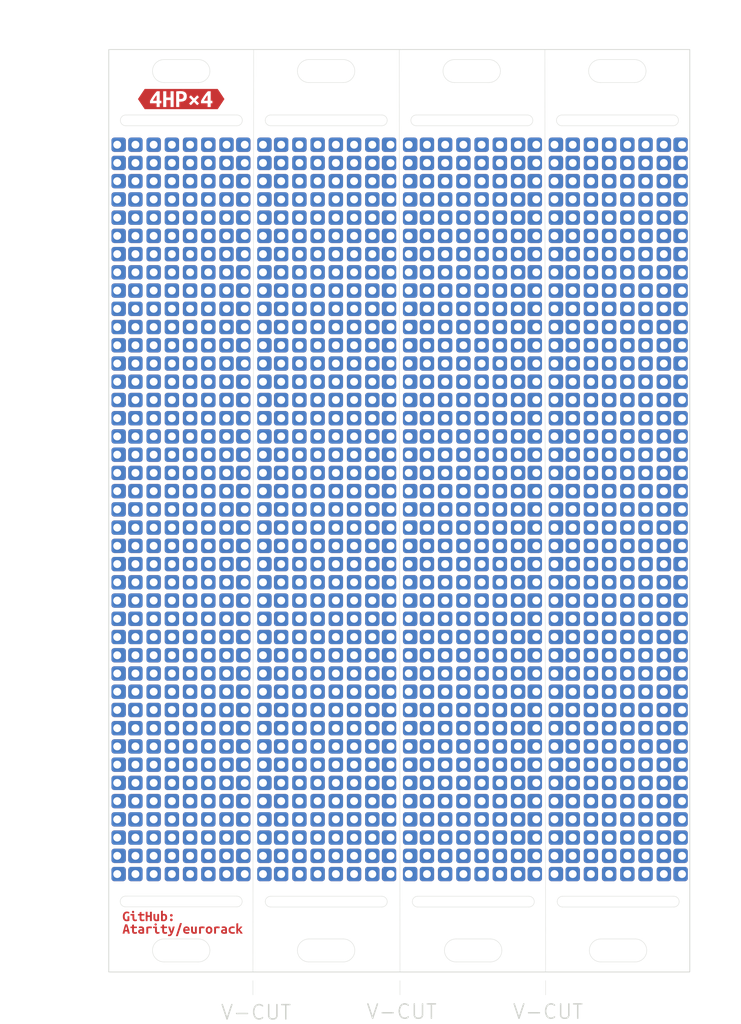
<source format=kicad_pcb>
(kicad_pcb (version 20240108) (generator "pcbnew") (generator_version "8.0")
  (layers (0 "F.Cu" signal) (31 "B.Cu" signal) (34 "B.Paste" user) (35 "F.Paste" user) (36 "B.SilkS" user "B.Silkscreen") (37 "F.SilkS" user "F.Silkscreen") (38 "B.Mask" user) (39 "F.Mask" user) (44 "Edge.Cuts" user))
  (net 0 "")
  (footprint "Proto_lib:Pin_TH_D1.1mm_L2.0mm" (layer "F.Cu") (at 119.38 96.52)
    (property "Reference" "REF**" (hide yes))
    (property "Value" "Pin_TH_D1.1mm_L2.0mm")
  )
  (footprint "" (layer "F.Cu") (at 116.84 83.82)
    (property "Reference" "")
    (property "Value" "")
  )
  (footprint "Proto_lib:Pin_TH_D1.1mm_L2.0mm" (layer "F.Cu") (at 127 132.08)
    (property "Reference" "REF**" (hide yes))
    (property "Value" "Pin_TH_D1.1mm_L2.0mm")
  )
  (footprint "Proto_lib:Pin_TH_D1.1mm_L2.0mm" (layer "F.Cu") (at 124.46 114.3)
    (property "Reference" "REF**" (hide yes))
    (property "Value" "Pin_TH_D1.1mm_L2.0mm")
  )
  (footprint "Proto_lib:Pin_TH_D1.1mm_L2.0mm" (layer "F.Cu") (at 71.12 78.74)
    (property "Reference" "REF**" (hide yes))
    (property "Value" "Pin_TH_D1.1mm_L2.0mm")
  )
  (footprint "Proto_lib:Pin_TH_D1.1mm_L2.0mm" (layer "F.Cu") (at 71.12 91.44)
    (property "Reference" "REF**" (hide yes))
    (property "Value" "Pin_TH_D1.1mm_L2.0mm")
  )
  (footprint "" (layer "F.Cu") (at 96.52 91.44)
    (property "Reference" "")
    (property "Value" "")
  )
  (footprint "Proto_lib:Pin_TH_D1.1mm_L2.0mm" (layer "F.Cu") (at 132.08 114.3)
    (property "Reference" "REF**" (hide yes))
    (property "Value" "Pin_TH_D1.1mm_L2.0mm")
  )
  (footprint "" (layer "F.Cu") (at 76.2 121.92)
    (property "Reference" "")
    (property "Value" "")
  )
  (footprint "Proto_lib:Pin_TH_D1.1mm_L2.0mm" (layer "F.Cu") (at 121.92 127)
    (property "Reference" "REF**" (hide yes))
    (property "Value" "Pin_TH_D1.1mm_L2.0mm")
  )
  (footprint "Proto_lib:Pin_TH_D1.1mm_L2.0mm" (layer "F.Cu") (at 91.44 50.8)
    (property "Reference" "REF**" (hide yes))
    (property "Value" "Pin_TH_D1.1mm_L2.0mm")
  )
  (footprint "Proto_lib:Pin_TH_D1.1mm_L2.0mm" (layer "F.Cu") (at 66.04 58.42)
    (property "Reference" "REF**" (hide yes))
    (property "Value" "Pin_TH_D1.1mm_L2.0mm")
  )
  (footprint "Proto_lib:Pin_TH_D1.1mm_L2.0mm" (layer "F.Cu") (at 58.42 50.8)
    (property "Reference" "REF**" (hide yes))
    (property "Value" "Pin_TH_D1.1mm_L2.0mm")
  )
  (footprint "Proto_lib:Pin_TH_D1.1mm_L2.0mm" (layer "F.Cu") (at 104.14 114.3)
    (property "Reference" "REF**" (hide yes))
    (property "Value" "Pin_TH_D1.1mm_L2.0mm")
  )
  (footprint "Proto_lib:Pin_TH_D1.1mm_L2.0mm" (layer "F.Cu") (at 68.58 68.58)
    (property "Reference" "REF**" (hide yes))
    (property "Value" "Pin_TH_D1.1mm_L2.0mm")
  )
  (footprint "Proto_lib:Pin_TH_D1.1mm_L2.0mm" (layer "F.Cu") (at 68.58 134.62)
    (property "Reference" "REF**" (hide yes))
    (property "Value" "Pin_TH_D1.1mm_L2.0mm")
  )
  (footprint "Proto_lib:Pin_TH_D1.1mm_L2.0mm" (layer "F.Cu") (at 60.96 114.3)
    (property "Reference" "REF**" (hide yes))
    (property "Value" "Pin_TH_D1.1mm_L2.0mm")
  )
  (footprint "Proto_lib:Pin_TH_D1.1mm_L2.0mm" (layer "F.Cu") (at 111.76 127)
    (property "Reference" "REF**" (hide yes))
    (property "Value" "Pin_TH_D1.1mm_L2.0mm")
  )
  (footprint "Proto_lib:Pin_TH_D1.1mm_L2.0mm" (layer "F.Cu") (at 63.5 91.44)
    (property "Reference" "REF**" (hide yes))
    (property "Value" "Pin_TH_D1.1mm_L2.0mm")
  )
  (footprint "Proto_lib:Pin_TH_D1.1mm_L2.0mm" (layer "F.Cu") (at 119.38 116.84)
    (property "Reference" "REF**" (hide yes))
    (property "Value" "Pin_TH_D1.1mm_L2.0mm")
  )
  (footprint "Proto_lib:Pin_TH_D1.1mm_L2.0mm" (layer "F.Cu") (at 68.58 121.92)
    (property "Reference" "REF**" (hide yes))
    (property "Value" "Pin_TH_D1.1mm_L2.0mm")
  )
  (footprint "Proto_lib:Pin_TH_D1.1mm_L2.0mm" (layer "F.Cu") (at 119.38 48.26)
    (property "Reference" "REF**" (hide yes))
    (property "Value" "Pin_TH_D1.1mm_L2.0mm")
  )
  (footprint "Proto_lib:Pin_TH_D1.1mm_L2.0mm" (layer "F.Cu") (at 60.96 104.14)
    (property "Reference" "REF**" (hide yes))
    (property "Value" "Pin_TH_D1.1mm_L2.0mm")
  )
  (footprint "Proto_lib:Pin_TH_D1.1mm_L2.0mm" (layer "F.Cu") (at 78.74 78.74)
    (property "Reference" "REF**" (hide yes))
    (property "Value" "Pin_TH_D1.1mm_L2.0mm")
  )
  (footprint "Proto_lib:Pin_TH_D1.1mm_L2.0mm" (layer "F.Cu") (at 106.68 86.36)
    (property "Reference" "REF**" (hide yes))
    (property "Value" "Pin_TH_D1.1mm_L2.0mm")
  )
  (footprint "" (layer "F.Cu") (at 96.52 127)
    (property "Reference" "")
    (property "Value" "")
  )
  (footprint "Proto_lib:Pin_TH_D1.1mm_L2.0mm" (layer "F.Cu") (at 83.82 68.58)
    (property "Reference" "REF**" (hide yes))
    (property "Value" "Pin_TH_D1.1mm_L2.0mm")
  )
  (footprint "Proto_lib:Pin_TH_D1.1mm_L2.0mm" (layer "F.Cu") (at 68.58 45.72)
    (property "Reference" "REF**" (hide yes))
    (property "Value" "Pin_TH_D1.1mm_L2.0mm")
  )
  (footprint "" (layer "F.Cu") (at 114.3 71.12)
    (property "Reference" "")
    (property "Value" "")
  )
  (footprint "Proto_lib:Pin_TH_D1.1mm_L2.0mm" (layer "F.Cu") (at 86.36 35.56)
    (property "Reference" "REF**" (hide yes))
    (property "Value" "Pin_TH_D1.1mm_L2.0mm")
  )
  (footprint "Proto_lib:Pin_TH_D1.1mm_L2.0mm" (layer "F.Cu") (at 99.06 60.96)
    (property "Reference" "REF**" (hide yes))
    (property "Value" "Pin_TH_D1.1mm_L2.0mm")
  )
  (footprint "Proto_lib:Pin_TH_D1.1mm_L2.0mm" (layer "F.Cu") (at 99.06 35.56)
    (property "Reference" "REF**" (hide yes))
    (property "Value" "Pin_TH_D1.1mm_L2.0mm")
  )
  (footprint "" (layer "F.Cu") (at 116.84 96.52)
    (property "Reference" "")
    (property "Value" "")
  )
  (footprint "Proto_lib:Pin_TH_D1.1mm_L2.0mm" (layer "F.Cu") (at 91.44 104.14)
    (property "Reference" "REF**" (hide yes))
    (property "Value" "Pin_TH_D1.1mm_L2.0mm")
  )
  (footprint "" (layer "F.Cu") (at 55.88 73.66)
    (property "Reference" "")
    (property "Value" "")
  )
  (footprint "Proto_lib:Pin_TH_D1.1mm_L2.0mm" (layer "F.Cu") (at 73.66 50.8)
    (property "Reference" "REF**" (hide yes))
    (property "Value" "Pin_TH_D1.1mm_L2.0mm")
  )
  (footprint "Proto_lib:Pin_TH_D1.1mm_L2.0mm" (layer "F.Cu") (at 66.04 55.88)
    (property "Reference" "REF**" (hide yes))
    (property "Value" "Pin_TH_D1.1mm_L2.0mm")
  )
  (footprint "Proto_lib:Pin_TH_D1.1mm_L2.0mm" (layer "F.Cu") (at 63.5 68.58)
    (property "Reference" "REF**" (hide yes))
    (property "Value" "Pin_TH_D1.1mm_L2.0mm")
  )
  (footprint "Proto_lib:Pin_TH_D1.1mm_L2.0mm" (layer "F.Cu") (at 129.54 134.62)
    (property "Reference" "REF**" (hide yes))
    (property "Value" "Pin_TH_D1.1mm_L2.0mm")
  )
  (footprint "Proto_lib:Pin_TH_D1.1mm_L2.0mm" (layer "F.Cu") (at 127 83.82)
    (property "Reference" "REF**" (hide yes))
    (property "Value" "Pin_TH_D1.1mm_L2.0mm")
  )
  (footprint "Proto_lib:Pin_TH_D1.1mm_L2.0mm" (layer "F.Cu") (at 68.58 114.3)
    (property "Reference" "REF**" (hide yes))
    (property "Value" "Pin_TH_D1.1mm_L2.0mm")
  )
  (footprint "Proto_lib:Pin_TH_D1.1mm_L2.0mm" (layer "F.Cu") (at 132.08 63.5)
    (property "Reference" "REF**" (hide yes))
    (property "Value" "Pin_TH_D1.1mm_L2.0mm")
  )
  (footprint "Proto_lib:Pin_TH_D1.1mm_L2.0mm" (layer "F.Cu") (at 91.44 134.62)
    (property "Reference" "REF**" (hide yes))
    (property "Value" "Pin_TH_D1.1mm_L2.0mm")
  )
  (footprint "Proto_lib:Pin_TH_D1.1mm_L2.0mm" (layer "F.Cu") (at 68.58 76.2)
    (property "Reference" "REF**" (hide yes))
    (property "Value" "Pin_TH_D1.1mm_L2.0mm")
  )
  (footprint "Proto_lib:Pin_TH_D1.1mm_L2.0mm" (layer "F.Cu") (at 99.06 38.1)
    (property "Reference" "REF**" (hide yes))
    (property "Value" "Pin_TH_D1.1mm_L2.0mm")
  )
  (footprint "Proto_lib:Pin_TH_D1.1mm_L2.0mm" (layer "F.Cu") (at 121.92 81.28)
    (property "Reference" "REF**" (hide yes))
    (property "Value" "Pin_TH_D1.1mm_L2.0mm")
  )
  (footprint "Proto_lib:Pin_TH_D1.1mm_L2.0mm" (layer "F.Cu") (at 109.22 71.12)
    (property "Reference" "REF**" (hide yes))
    (property "Value" "Pin_TH_D1.1mm_L2.0mm")
  )
  (footprint "Proto_lib:Pin_TH_D1.1mm_L2.0mm" (layer "F.Cu") (at 78.74 83.82)
    (property "Reference" "REF**" (hide yes))
    (property "Value" "Pin_TH_D1.1mm_L2.0mm")
  )
  (footprint "Proto_lib:Pin_TH_D1.1mm_L2.0mm" (layer "F.Cu") (at 109.22 68.58)
    (property "Reference" "REF**" (hide yes))
    (property "Value" "Pin_TH_D1.1mm_L2.0mm")
  )
  (footprint "" (layer "F.Cu") (at 55.88 101.6)
    (property "Reference" "")
    (property "Value" "")
  )
  (footprint "" (layer "F.Cu") (at 114.3 132.08)
    (property "Reference" "")
    (property "Value" "")
  )
  (footprint "" (layer "F.Cu") (at 114.3 81.28)
    (property "Reference" "")
    (property "Value" "")
  )
  (footprint "Proto_lib:Pin_TH_D1.1mm_L2.0mm" (layer "F.Cu") (at 78.74 127)
    (property "Reference" "REF**" (hide yes))
    (property "Value" "Pin_TH_D1.1mm_L2.0mm")
  )
  (footprint "Proto_lib:Pin_TH_D1.1mm_L2.0mm" (layer "F.Cu") (at 68.58 111.76)
    (property "Reference" "REF**" (hide yes))
    (property "Value" "Pin_TH_D1.1mm_L2.0mm")
  )
  (footprint "" (layer "F.Cu") (at 76.2 38.1)
    (property "Reference" "")
    (property "Value" "")
  )
  (footprint "" (layer "F.Cu") (at 134.62 63.5)
    (property "Reference" "")
    (property "Value" "")
  )
  (footprint "" (layer "F.Cu") (at 134.62 93.98)
    (property "Reference" "")
    (property "Value" "")
  )
  (footprint "Proto_lib:Pin_TH_D1.1mm_L2.0mm" (layer "F.Cu") (at 66.04 99.06)
    (property "Reference" "REF**" (hide yes))
    (property "Value" "Pin_TH_D1.1mm_L2.0mm")
  )
  (footprint "Proto_lib:Pin_TH_D1.1mm_L2.0mm" (layer "F.Cu") (at 81.28 71.12)
    (property "Reference" "REF**" (hide yes))
    (property "Value" "Pin_TH_D1.1mm_L2.0mm")
  )
  (footprint "Proto_lib:Pin_TH_D1.1mm_L2.0mm" (layer "F.Cu") (at 88.9 38.1)
    (property "Reference" "REF**" (hide yes))
    (property "Value" "Pin_TH_D1.1mm_L2.0mm")
  )
  (footprint "Proto_lib:Pin_TH_D1.1mm_L2.0mm" (layer "F.Cu") (at 71.12 111.76)
    (property "Reference" "REF**" (hide yes))
    (property "Value" "Pin_TH_D1.1mm_L2.0mm")
  )
  (footprint "Proto_lib:Pin_TH_D1.1mm_L2.0mm" (layer "F.Cu") (at 127 119.38)
    (property "Reference" "REF**" (hide yes))
    (property "Value" "Pin_TH_D1.1mm_L2.0mm")
  )
  (footprint "Proto_lib:Pin_TH_D1.1mm_L2.0mm" (layer "F.Cu") (at 58.42 91.44)
    (property "Reference" "REF**" (hide yes))
    (property "Value" "Pin_TH_D1.1mm_L2.0mm")
  )
  (footprint "Proto_lib:Pin_TH_D1.1mm_L2.0mm" (layer "F.Cu") (at 63.5 50.8)
    (property "Reference" "REF**" (hide yes))
    (property "Value" "Pin_TH_D1.1mm_L2.0mm")
  )
  (footprint "Proto_lib:Pin_TH_D1.1mm_L2.0mm" (layer "F.Cu") (at 109.22 93.98)
    (property "Reference" "REF**" (hide yes))
    (property "Value" "Pin_TH_D1.1mm_L2.0mm")
  )
  (footprint "" (layer "F.Cu") (at 96.52 66.04)
    (property "Reference" "")
    (property "Value" "")
  )
  (footprint "" (layer "F.Cu") (at 134.62 78.74)
    (property "Reference" "")
    (property "Value" "")
  )
  (footprint "" (layer "F.Cu") (at 114.3 99.06)
    (property "Reference" "")
    (property "Value" "")
  )
  (footprint "Proto_lib:Pin_TH_D1.1mm_L2.0mm" (layer "F.Cu") (at 83.82 55.88)
    (property "Reference" "REF**" (hide yes))
    (property "Value" "Pin_TH_D1.1mm_L2.0mm")
  )
  (footprint "Proto_lib:Pin_TH_D1.1mm_L2.0mm" (layer "F.Cu") (at 119.38 58.42)
    (property "Reference" "REF**" (hide yes))
    (property "Value" "Pin_TH_D1.1mm_L2.0mm")
  )
  (footprint "" (layer "F.Cu") (at 116.84 35.56)
    (property "Reference" "")
    (property "Value" "")
  )
  (footprint "Proto_lib:Pin_TH_D1.1mm_L2.0mm" (layer "F.Cu") (at 91.44 60.96)
    (property "Reference" "REF**" (hide yes))
    (property "Value" "Pin_TH_D1.1mm_L2.0mm")
  )
  (footprint "Proto_lib:Pin_TH_D1.1mm_L2.0mm" (layer "F.Cu") (at 124.46 99.06)
    (property "Reference" "REF**" (hide yes))
    (property "Value" "Pin_TH_D1.1mm_L2.0mm")
  )
  (footprint "Proto_lib:Pin_TH_D1.1mm_L2.0mm" (layer "F.Cu") (at 81.28 43.18)
    (property "Reference" "REF**" (hide yes))
    (property "Value" "Pin_TH_D1.1mm_L2.0mm")
  )
  (footprint "Proto_lib:Pin_TH_D1.1mm_L2.0mm" (layer "F.Cu") (at 111.76 93.98)
    (property "Reference" "REF**" (hide yes))
    (property "Value" "Pin_TH_D1.1mm_L2.0mm")
  )
  (footprint "Proto_lib:Pin_TH_D1.1mm_L2.0mm" (layer "F.Cu") (at 111.76 35.56)
    (property "Reference" "REF**" (hide yes))
    (property "Value" "Pin_TH_D1.1mm_L2.0mm")
  )
  (footprint "Proto_lib:Pin_TH_D1.1mm_L2.0mm" (layer "F.Cu") (at 83.82 99.06)
    (property "Reference" "REF**" (hide yes))
    (property "Value" "Pin_TH_D1.1mm_L2.0mm")
  )
  (footprint "Proto_lib:Pin_TH_D1.1mm_L2.0mm" (layer "F.Cu") (at 88.9 40.64)
    (property "Reference" "REF**" (hide yes))
    (property "Value" "Pin_TH_D1.1mm_L2.0mm")
  )
  (footprint "Proto_lib:Pin_TH_D1.1mm_L2.0mm" (layer "F.Cu") (at 81.28 96.52)
    (property "Reference" "REF**" (hide yes))
    (property "Value" "Pin_TH_D1.1mm_L2.0mm")
  )
  (footprint "Proto_lib:Pin_TH_D1.1mm_L2.0mm" (layer "F.Cu") (at 68.58 109.22)
    (property "Reference" "REF**" (hide yes))
    (property "Value" "Pin_TH_D1.1mm_L2.0mm")
  )
  (footprint "Proto_lib:Pin_TH_D1.1mm_L2.0mm" (layer "F.Cu") (at 127 55.88)
    (property "Reference" "REF**" (hide yes))
    (property "Value" "Pin_TH_D1.1mm_L2.0mm")
  )
  (footprint "" (layer "F.Cu") (at 96.52 106.68)
    (property "Reference" "")
    (property "Value" "")
  )
  (footprint "Proto_lib:Pin_TH_D1.1mm_L2.0mm" (layer "F.Cu") (at 71.12 38.1)
    (property "Reference" "REF**" (hide yes))
    (property "Value" "Pin_TH_D1.1mm_L2.0mm")
  )
  (footprint "" (layer "F.Cu") (at 134.62 104.14)
    (property "Reference" "")
    (property "Value" "")
  )
  (footprint "Proto_lib:Pin_TH_D1.1mm_L2.0mm" (layer "F.Cu") (at 88.9 73.66)
    (property "Reference" "REF**" (hide yes))
    (property "Value" "Pin_TH_D1.1mm_L2.0mm")
  )
  (footprint "" (layer "F.Cu") (at 114.3 73.66)
    (property "Reference" "")
    (property "Value" "")
  )
  (footprint "Proto_lib:Pin_TH_D1.1mm_L2.0mm" (layer "F.Cu") (at 91.44 99.06)
    (property "Reference" "REF**" (hide yes))
    (property "Value" "Pin_TH_D1.1mm_L2.0mm")
  )
  (footprint "Proto_lib:Pin_TH_D1.1mm_L2.0mm" (layer "F.Cu") (at 68.58 58.42)
    (property "Reference" "REF**" (hide yes))
    (property "Value" "Pin_TH_D1.1mm_L2.0mm")
  )
  (footprint "Proto_lib:Pin_TH_D1.1mm_L2.0mm" (layer "F.Cu") (at 127 76.2)
    (property "Reference" "REF**" (hide yes))
    (property "Value" "Pin_TH_D1.1mm_L2.0mm")
  )
  (footprint "Proto_lib:Pin_TH_D1.1mm_L2.0mm" (layer "F.Cu") (at 86.36 116.84)
    (property "Reference" "REF**" (hide yes))
    (property "Value" "Pin_TH_D1.1mm_L2.0mm")
  )
  (footprint "" (layer "F.Cu") (at 93.98 134.62)
    (property "Reference" "")
    (property "Value" "")
  )
  (footprint "Proto_lib:Pin_TH_D1.1mm_L2.0mm" (layer "F.Cu") (at 119.38 88.9)
    (property "Reference" "REF**" (hide yes))
    (property "Value" "Pin_TH_D1.1mm_L2.0mm")
  )
  (footprint "Proto_lib:Pin_TH_D1.1mm_L2.0mm" (layer "F.Cu") (at 111.76 111.76)
    (property "Reference" "REF**" (hide yes))
    (property "Value" "Pin_TH_D1.1mm_L2.0mm")
  )
  (footprint "Proto_lib:Pin_TH_D1.1mm_L2.0mm" (layer "F.Cu") (at 106.68 88.9)
    (property "Reference" "REF**" (hide yes))
    (property "Value" "Pin_TH_D1.1mm_L2.0mm")
  )
  (footprint "" (layer "F.Cu") (at 96.52 121.92)
    (property "Reference" "")
    (property "Value" "")
  )
  (footprint "Proto_lib:Pin_TH_D1.1mm_L2.0mm" (layer "F.Cu") (at 78.74 81.28)
    (property "Reference" "REF**" (hide yes))
    (property "Value" "Pin_TH_D1.1mm_L2.0mm")
  )
  (footprint "Proto_lib:Pin_TH_D1.1mm_L2.0mm" (layer "F.Cu") (at 121.92 58.42)
    (property "Reference" "REF**" (hide yes))
    (property "Value" "Pin_TH_D1.1mm_L2.0mm")
  )
  (footprint "Proto_lib:Pin_TH_D1.1mm_L2.0mm" (layer "F.Cu") (at 58.42 114.3)
    (property "Reference" "REF**" (hide yes))
    (property "Value" "Pin_TH_D1.1mm_L2.0mm")
  )
  (footprint "Proto_lib:Pin_TH_D1.1mm_L2.0mm" (layer "F.Cu") (at 78.74 93.98)
    (property "Reference" "REF**" (hide yes))
    (property "Value" "Pin_TH_D1.1mm_L2.0mm")
  )
  (footprint "Proto_lib:Pin_TH_D1.1mm_L2.0mm" (layer "F.Cu") (at 101.6 99.06)
    (property "Reference" "REF**" (hide yes))
    (property "Value" "Pin_TH_D1.1mm_L2.0mm")
  )
  (footprint "Proto_lib:Pin_TH_D1.1mm_L2.0mm" (layer "F.Cu") (at 101.6 76.2)
    (property "Reference" "REF**" (hide yes))
    (property "Value" "Pin_TH_D1.1mm_L2.0mm")
  )
  (footprint "Proto_lib:Pin_TH_D1.1mm_L2.0mm" (layer "F.Cu") (at 60.96 83.82)
    (property "Reference" "REF**" (hide yes))
    (property "Value" "Pin_TH_D1.1mm_L2.0mm")
  )
  (footprint "Proto_lib:Pin_TH_D1.1mm_L2.0mm" (layer "F.Cu") (at 81.28 106.68)
    (property "Reference" "REF**" (hide yes))
    (property "Value" "Pin_TH_D1.1mm_L2.0mm")
  )
  (footprint "Proto_lib:Pin_TH_D1.1mm_L2.0mm" (layer "F.Cu") (at 104.14 88.9)
    (property "Reference" "REF**" (hide yes))
    (property "Value" "Pin_TH_D1.1mm_L2.0mm")
  )
  (footprint "Proto_lib:Pin_TH_D1.1mm_L2.0mm" (layer "F.Cu") (at 60.96 38.1)
    (property "Reference" "REF**" (hide yes))
    (property "Value" "Pin_TH_D1.1mm_L2.0mm")
  )
  (footprint "Proto_lib:Pin_TH_D1.1mm_L2.0mm" (layer "F.Cu") (at 68.58 137.16)
    (property "Reference" "REF**" (hide yes))
    (property "Value" "Pin_TH_D1.1mm_L2.0mm")
  )
  (footprint "" (layer "F.Cu") (at 116.84 129.54)
    (property "Reference" "")
    (property "Value" "")
  )
  (footprint "Proto_lib:Pin_TH_D1.1mm_L2.0mm" (layer "F.Cu") (at 88.9 96.52)
    (property "Reference" "REF**" (hide yes))
    (property "Value" "Pin_TH_D1.1mm_L2.0mm")
  )
  (footprint "Proto_lib:Pin_TH_D1.1mm_L2.0mm" (layer "F.Cu") (at 71.12 132.08)
    (property "Reference" "REF**" (hide yes))
    (property "Value" "Pin_TH_D1.1mm_L2.0mm")
  )
  (footprint "Proto_lib:Pin_TH_D1.1mm_L2.0mm" (layer "F.Cu") (at 60.96 96.52)
    (property "Reference" "REF**" (hide yes))
    (property "Value" "Pin_TH_D1.1mm_L2.0mm")
  )
  (footprint "Proto_lib:Pin_TH_D1.1mm_L2.0mm" (layer "F.Cu") (at 78.74 99.06)
    (property "Reference" "REF**" (hide yes))
    (property "Value" "Pin_TH_D1.1mm_L2.0mm")
  )
  (footprint "" (layer "F.Cu") (at 96.52 58.42)
    (property "Reference" "")
    (property "Value" "")
  )
  (footprint "" (layer "F.Cu") (at 96.52 48.26)
    (property "Reference" "")
    (property "Value" "")
  )
  (footprint "Proto_lib:Pin_TH_D1.1mm_L2.0mm" (layer "F.Cu") (at 124.46 60.96)
    (property "Reference" "REF**" (hide yes))
    (property "Value" "Pin_TH_D1.1mm_L2.0mm")
  )
  (footprint "Proto_lib:Pin_TH_D1.1mm_L2.0mm" (layer "F.Cu") (at 78.74 35.56)
    (property "Reference" "REF**" (hide yes))
    (property "Value" "Pin_TH_D1.1mm_L2.0mm")
  )
  (footprint "Proto_lib:Pin_TH_D1.1mm_L2.0mm" (layer "F.Cu") (at 60.96 71.12)
    (property "Reference" "REF**" (hide yes))
    (property "Value" "Pin_TH_D1.1mm_L2.0mm")
  )
  (footprint "Proto_lib:Pin_TH_D1.1mm_L2.0mm" (layer "F.Cu") (at 109.22 88.9)
    (property "Reference" "REF**" (hide yes))
    (property "Value" "Pin_TH_D1.1mm_L2.0mm")
  )
  (footprint "Proto_lib:Pin_TH_D1.1mm_L2.0mm" (layer "F.Cu") (at 101.6 71.12)
    (property "Reference" "REF**" (hide yes))
    (property "Value" "Pin_TH_D1.1mm_L2.0mm")
  )
  (footprint "Proto_lib:Pin_TH_D1.1mm_L2.0mm" (layer "F.Cu") (at 66.04 109.22)
    (property "Reference" "REF**" (hide yes))
    (property "Value" "Pin_TH_D1.1mm_L2.0mm")
  )
  (footprint "Proto_lib:Pin_TH_D1.1mm_L2.0mm" (layer "F.Cu") (at 104.14 45.72)
    (property "Reference" "REF**" (hide yes))
    (property "Value" "Pin_TH_D1.1mm_L2.0mm")
  )
  (footprint "Proto_lib:Pin_TH_D1.1mm_L2.0mm" (layer "F.Cu") (at 109.22 137.16)
    (property "Reference" "REF**" (hide yes))
    (property "Value" "Pin_TH_D1.1mm_L2.0mm")
  )
  (footprint "" (layer "F.Cu") (at 55.88 137.16)
    (property "Reference" "")
    (property "Value" "")
  )
  (footprint "" (layer "F.Cu") (at 55.88 119.38)
    (property "Reference" "")
    (property "Value" "")
  )
  (footprint "Proto_lib:Pin_TH_D1.1mm_L2.0mm" (layer "F.Cu") (at 124.46 88.9)
    (property "Reference" "REF**" (hide yes))
    (property "Value" "Pin_TH_D1.1mm_L2.0mm")
  )
  (footprint "" (layer "F.Cu") (at 114.3 50.8)
    (property "Reference" "")
    (property "Value" "")
  )
  (footprint "" (layer "F.Cu") (at 116.84 134.62)
    (property "Reference" "")
    (property "Value" "")
  )
  (footprint "Proto_lib:Pin_TH_D1.1mm_L2.0mm" (layer "F.Cu") (at 91.44 106.68)
    (property "Reference" "REF**" (hide yes))
    (property "Value" "Pin_TH_D1.1mm_L2.0mm")
  )
  (footprint "Proto_lib:Pin_TH_D1.1mm_L2.0mm" (layer "F.Cu") (at 124.46 68.58)
    (property "Reference" "REF**" (hide yes))
    (property "Value" "Pin_TH_D1.1mm_L2.0mm")
  )
  (footprint "Proto_lib:Pin_TH_D1.1mm_L2.0mm" (layer "F.Cu") (at 121.92 68.58)
    (property "Reference" "REF**" (hide yes))
    (property "Value" "Pin_TH_D1.1mm_L2.0mm")
  )
  (footprint "" (layer "F.Cu") (at 96.52 63.5)
    (property "Reference" "")
    (property "Value" "")
  )
  (footprint "" (layer "F.Cu") (at 114.3 53.34)
    (property "Reference" "")
    (property "Value" "")
  )
  (footprint "Proto_lib:Pin_TH_D1.1mm_L2.0mm" (layer "F.Cu") (at 66.04 96.52)
    (property "Reference" "REF**" (hide yes))
    (property "Value" "Pin_TH_D1.1mm_L2.0mm")
  )
  (footprint "Proto_lib:Pin_TH_D1.1mm_L2.0mm" (layer "F.Cu") (at 129.54 43.18)
    (property "Reference" "REF**" (hide yes))
    (property "Value" "Pin_TH_D1.1mm_L2.0mm")
  )
  (footprint "Proto_lib:Pin_TH_D1.1mm_L2.0mm" (layer "F.Cu") (at 124.46 35.56)
    (property "Reference" "REF**" (hide yes))
    (property "Value" "Pin_TH_D1.1mm_L2.0mm")
  )
  (footprint "" (layer "F.Cu") (at 55.88 88.9)
    (property "Reference" "")
    (property "Value" "")
  )
  (footprint "Proto_lib:Pin_TH_D1.1mm_L2.0mm" (layer "F.Cu") (at 129.54 71.12)
    (property "Reference" "REF**" (hide yes))
    (property "Value" "Pin_TH_D1.1mm_L2.0mm")
  )
  (footprint "Proto_lib:Pin_TH_D1.1mm_L2.0mm" (layer "F.Cu") (at 83.82 124.46)
    (property "Reference" "REF**" (hide yes))
    (property "Value" "Pin_TH_D1.1mm_L2.0mm")
  )
  (footprint "Proto_lib:Pin_TH_D1.1mm_L2.0mm" (layer "F.Cu") (at 127 66.04)
    (property "Reference" "REF**" (hide yes))
    (property "Value" "Pin_TH_D1.1mm_L2.0mm")
  )
  (footprint "Proto_lib:Pin_TH_D1.1mm_L2.0mm" (layer "F.Cu") (at 119.38 83.82)
    (property "Reference" "REF**" (hide yes))
    (property "Value" "Pin_TH_D1.1mm_L2.0mm")
  )
  (footprint "Proto_lib:Pin_TH_D1.1mm_L2.0mm" (layer "F.Cu") (at 83.82 104.14)
    (property "Reference" "REF**" (hide yes))
    (property "Value" "Pin_TH_D1.1mm_L2.0mm")
  )
  (footprint "Proto_lib:Pin_TH_D1.1mm_L2.0mm" (layer "F.Cu") (at 132.08 73.66)
    (property "Reference" "REF**" (hide yes))
    (property "Value" "Pin_TH_D1.1mm_L2.0mm")
  )
  (footprint "Proto_lib:Pin_TH_D1.1mm_L2.0mm" (layer "F.Cu") (at 86.36 111.76)
    (property "Reference" "REF**" (hide yes))
    (property "Value" "Pin_TH_D1.1mm_L2.0mm")
  )
  (footprint "Proto_lib:Pin_TH_D1.1mm_L2.0mm" (layer "F.Cu") (at 109.22 73.66)
    (property "Reference" "REF**" (hide yes))
    (property "Value" "Pin_TH_D1.1mm_L2.0mm")
  )
  (footprint "" (layer "F.Cu") (at 76.2 66.04)
    (property "Reference" "")
    (property "Value" "")
  )
  (footprint "Proto_lib:Pin_TH_D1.1mm_L2.0mm" (layer "F.Cu") (at 63.5 63.5)
    (property "Reference" "REF**" (hide yes))
    (property "Value" "Pin_TH_D1.1mm_L2.0mm")
  )
  (footprint "Proto_lib:Pin_TH_D1.1mm_L2.0mm" (layer "F.Cu") (at 83.82 134.62)
    (property "Reference" "REF**" (hide yes))
    (property "Value" "Pin_TH_D1.1mm_L2.0mm")
  )
  (footprint "Proto_lib:Pin_TH_D1.1mm_L2.0mm" (layer "F.Cu") (at 63.5 43.18)
    (property "Reference" "REF**" (hide yes))
    (property "Value" "Pin_TH_D1.1mm_L2.0mm")
  )
  (footprint "Proto_lib:Pin_TH_D1.1mm_L2.0mm" (layer "F.Cu") (at 119.38 50.8)
    (property "Reference" "REF**" (hide yes))
    (property "Value" "Pin_TH_D1.1mm_L2.0mm")
  )
  (footprint "Proto_lib:Pin_TH_D1.1mm_L2.0mm" (layer "F.Cu") (at 111.76 114.3)
    (property "Reference" "REF**" (hide yes))
    (property "Value" "Pin_TH_D1.1mm_L2.0mm")
  )
  (footprint "Proto_lib:Pin_TH_D1.1mm_L2.0mm" (layer "F.Cu") (at 124.46 73.66)
    (property "Reference" "REF**" (hide yes))
    (property "Value" "Pin_TH_D1.1mm_L2.0mm")
  )
  (footprint "Proto_lib:Pin_TH_D1.1mm_L2.0mm" (layer "F.Cu") (at 66.04 45.72)
    (property "Reference" "REF**" (hide yes))
    (property "Value" "Pin_TH_D1.1mm_L2.0mm")
  )
  (footprint "Proto_lib:Pin_TH_D1.1mm_L2.0mm" (layer "F.Cu") (at 101.6 104.14)
    (property "Reference" "REF**" (hide yes))
    (property "Value" "Pin_TH_D1.1mm_L2.0mm")
  )
  (footprint "Proto_lib:Pin_TH_D1.1mm_L2.0mm" (layer "F.Cu") (at 119.38 35.56)
    (property "Reference" "REF**" (hide yes))
    (property "Value" "Pin_TH_D1.1mm_L2.0mm")
  )
  (footprint "Proto_lib:Pin_TH_D1.1mm_L2.0mm" (layer "F.Cu") (at 127 111.76)
    (property "Reference" "REF**" (hide yes))
    (property "Value" "Pin_TH_D1.1mm_L2.0mm")
  )
  (footprint "Proto_lib:Pin_TH_D1.1mm_L2.0mm" (layer "F.Cu") (at 58.42 119.38)
    (property "Reference" "REF**" (hide yes))
    (property "Value" "Pin_TH_D1.1mm_L2.0mm")
  )
  (footprint "" (layer "F.Cu") (at 55.88 78.74)
    (property "Reference" "")
    (property "Value" "")
  )
  (footprint "Proto_lib:Pin_TH_D1.1mm_L2.0mm" (layer "F.Cu") (at 81.28 58.42)
    (property "Reference" "REF**" (hide yes))
    (property "Value" "Pin_TH_D1.1mm_L2.0mm")
  )
  (footprint "Proto_lib:Pin_TH_D1.1mm_L2.0mm" (layer "F.Cu") (at 66.04 71.12)
    (property "Reference" "REF**" (hide yes))
    (property "Value" "Pin_TH_D1.1mm_L2.0mm")
  )
  (footprint "Proto_lib:Pin_TH_D1.1mm_L2.0mm" (layer "F.Cu") (at 132.08 71.12)
    (property "Reference" "REF**" (hide yes))
    (property "Value" "Pin_TH_D1.1mm_L2.0mm")
  )
  (footprint "Proto_lib:Pin_TH_D1.1mm_L2.0mm" (layer "F.Cu") (at 132.08 76.2)
    (property "Reference" "REF**" (hide yes))
    (property "Value" "Pin_TH_D1.1mm_L2.0mm")
  )
  (footprint "Proto_lib:Pin_TH_D1.1mm_L2.0mm" (layer "F.Cu") (at 129.54 121.92)
    (property "Reference" "REF**" (hide yes))
    (property "Value" "Pin_TH_D1.1mm_L2.0mm")
  )
  (footprint "Proto_lib:Pin_TH_D1.1mm_L2.0mm" (layer "F.Cu") (at 101.6 55.88)
    (property "Reference" "REF**" (hide yes))
    (property "Value" "Pin_TH_D1.1mm_L2.0mm")
  )
  (footprint "Proto_lib:Pin_TH_D1.1mm_L2.0mm" (layer "F.Cu") (at 68.58 88.9)
    (property "Reference" "REF**" (hide yes))
    (property "Value" "Pin_TH_D1.1mm_L2.0mm")
  )
  (footprint "Proto_lib:Pin_TH_D1.1mm_L2.0mm" (layer "F.Cu") (at 119.38 93.98)
    (property "Reference" "REF**" (hide yes))
    (property "Value" "Pin_TH_D1.1mm_L2.0mm")
  )
  (footprint "Proto_lib:Pin_TH_D1.1mm_L2.0mm" (layer "F.Cu") (at 106.68 137.16)
    (property "Reference" "REF**" (hide yes))
    (property "Value" "Pin_TH_D1.1mm_L2.0mm")
  )
  (footprint "" (layer "F.Cu") (at 96.52 104.14)
    (property "Reference" "")
    (property "Value" "")
  )
  (footprint "" (layer "F.Cu") (at 96.52 134.62)
    (property "Reference" "")
    (property "Value" "")
  )
  (footprint "Proto_lib:Pin_TH_D1.1mm_L2.0mm" (layer "F.Cu") (at 66.04 111.76)
    (property "Reference" "REF**" (hide yes))
    (property "Value" "Pin_TH_D1.1mm_L2.0mm")
  )
  (footprint "Proto_lib:Pin_TH_D1.1mm_L2.0mm" (layer "F.Cu") (at 124.46 43.18)
    (property "Reference" "REF**" (hide yes))
    (property "Value" "Pin_TH_D1.1mm_L2.0mm")
  )
  (footprint "" (layer "F.Cu") (at 76.2 55.88)
    (property "Reference" "")
    (property "Value" "")
  )
  (footprint "Proto_lib:Pin_TH_D1.1mm_L2.0mm" (layer "F.Cu") (at 124.46 76.2)
    (property "Reference" "REF**" (hide yes))
    (property "Value" "Pin_TH_D1.1mm_L2.0mm")
  )
  (footprint "Proto_lib:Pin_TH_D1.1mm_L2.0mm" (layer "F.Cu") (at 88.9 71.12)
    (property "Reference" "REF**" (hide yes))
    (property "Value" "Pin_TH_D1.1mm_L2.0mm")
  )
  (footprint "Proto_lib:Pin_TH_D1.1mm_L2.0mm" (layer "F.Cu") (at 83.82 38.1)
    (property "Reference" "REF**" (hide yes))
    (property "Value" "Pin_TH_D1.1mm_L2.0mm")
  )
  (footprint "Proto_lib:Pin_TH_D1.1mm_L2.0mm" (layer "F.Cu") (at 129.54 88.9)
    (property "Reference" "REF**" (hide yes))
    (property "Value" "Pin_TH_D1.1mm_L2.0mm")
  )
  (footprint "" (layer "F.Cu") (at 96.52 111.76)
    (property "Reference" "")
    (property "Value" "")
  )
  (footprint "Proto_lib:Pin_TH_D1.1mm_L2.0mm" (layer "F.Cu") (at 109.22 132.08)
    (property "Reference" "REF**" (hide yes))
    (property "Value" "Pin_TH_D1.1mm_L2.0mm")
  )
  (footprint "Proto_lib:Pin_TH_D1.1mm_L2.0mm" (layer "F.Cu") (at 132.08 127)
    (property "Reference" "REF**" (hide yes))
    (property "Value" "Pin_TH_D1.1mm_L2.0mm")
  )
  (footprint "Proto_lib:Pin_TH_D1.1mm_L2.0mm" (layer "F.Cu") (at 81.28 132.08)
    (property "Reference" "REF**" (hide yes))
    (property "Value" "Pin_TH_D1.1mm_L2.0mm")
  )
  (footprint "Proto_lib:Pin_TH_D1.1mm_L2.0mm" (layer "F.Cu") (at 86.36 104.14)
    (property "Reference" "REF**" (hide yes))
    (property "Value" "Pin_TH_D1.1mm_L2.0mm")
  )
  (footprint "Proto_lib:Pin_TH_D1.1mm_L2.0mm" (layer "F.Cu") (at 66.04 43.18)
    (property "Reference" "REF**" (hide yes))
    (property "Value" "Pin_TH_D1.1mm_L2.0mm")
  )
  (footprint "Proto_lib:Pin_TH_D1.1mm_L2.0mm" (layer "F.Cu") (at 68.58 53.34)
    (property "Reference" "REF**" (hide yes))
    (property "Value" "Pin_TH_D1.1mm_L2.0mm")
  )
  (footprint "Proto_lib:Pin_TH_D1.1mm_L2.0mm" (layer "F.Cu") (at 124.46 104.14)
    (property "Reference" "REF**" (hide yes))
    (property "Value" "Pin_TH_D1.1mm_L2.0mm")
  )
  (footprint "Proto_lib:Pin_TH_D1.1mm_L2.0mm" (layer "F.Cu") (at 109.22 43.18)
    (property "Reference" "REF**" (hide yes))
    (property "Value" "Pin_TH_D1.1mm_L2.0mm")
  )
  (footprint "Proto_lib:Pin_TH_D1.1mm_L2.0mm" (layer "F.Cu") (at 99.06 55.88)
    (property "Reference" "REF**" (hide yes))
    (property "Value" "Pin_TH_D1.1mm_L2.0mm")
  )
  (footprint "" (layer "F.Cu") (at 114.3 48.26)
    (property "Reference" "")
    (property "Value" "")
  )
  (footprint "Proto_lib:Pin_TH_D1.1mm_L2.0mm" (layer "F.Cu") (at 124.46 53.34)
    (property "Reference" "REF**" (hide yes))
    (property "Value" "Pin_TH_D1.1mm_L2.0mm")
  )
  (footprint "Proto_lib:Pin_TH_D1.1mm_L2.0mm" (layer "F.Cu") (at 83.82 45.72)
    (property "Reference" "REF**" (hide yes))
    (property "Value" "Pin_TH_D1.1mm_L2.0mm")
  )
  (footprint "Proto_lib:Pin_TH_D1.1mm_L2.0mm" (layer "F.Cu") (at 99.06 48.26)
    (property "Reference" "REF**" (hide yes))
    (property "Value" "Pin_TH_D1.1mm_L2.0mm")
  )
  (footprint "Proto_lib:Pin_TH_D1.1mm_L2.0mm" (layer "F.Cu") (at 111.76 58.42)
    (property "Reference" "REF**" (hide yes))
    (property "Value" "Pin_TH_D1.1mm_L2.0mm")
  )
  (footprint "Proto_lib:Pin_TH_D1.1mm_L2.0mm" (layer "F.Cu") (at 101.6 40.64)
    (property "Reference" "REF**" (hide yes))
    (property "Value" "Pin_TH_D1.1mm_L2.0mm")
  )
  (footprint "" (layer "F.Cu") (at 76.2 43.18)
    (property "Reference" "")
    (property "Value" "")
  )
  (footprint "Proto_lib:Pin_TH_D1.1mm_L2.0mm" (layer "F.Cu") (at 63.5 78.74)
    (property "Reference" "REF**" (hide yes))
    (property "Value" "Pin_TH_D1.1mm_L2.0mm")
  )
  (footprint "Proto_lib:Pin_TH_D1.1mm_L2.0mm" (layer "F.Cu") (at 132.08 99.06)
    (property "Reference" "REF**" (hide yes))
    (property "Value" "Pin_TH_D1.1mm_L2.0mm")
  )
  (footprint "Proto_lib:Pin_TH_D1.1mm_L2.0mm" (layer "F.Cu") (at 60.96 106.68)
    (property "Reference" "REF**" (hide yes))
    (property "Value" "Pin_TH_D1.1mm_L2.0mm")
  )
  (footprint "Proto_lib:Pin_TH_D1.1mm_L2.0mm" (layer "F.Cu") (at 109.22 114.3)
    (property "Reference" "REF**" (hide yes))
    (property "Value" "Pin_TH_D1.1mm_L2.0mm")
  )
  (footprint "Proto_lib:Pin_TH_D1.1mm_L2.0mm" (layer "F.Cu") (at 78.74 91.44)
    (property "Reference" "REF**" (hide yes))
    (property "Value" "Pin_TH_D1.1mm_L2.0mm")
  )
  (footprint "Proto_lib:Pin_TH_D1.1mm_L2.0mm" (layer "F.Cu") (at 106.68 132.08)
    (property "Reference" "REF**" (hide yes))
    (property "Value" "Pin_TH_D1.1mm_L2.0mm")
  )
  (footprint "" (layer "F.Cu") (at 96.52 43.18)
    (property "Reference" "")
    (property "Value" "")
  )
  (footprint "Proto_lib:Pin_TH_D1.1mm_L2.0mm" (layer "F.Cu") (at 119.38 109.22)
    (property "Reference" "REF**" (hide yes))
    (property "Value" "Pin_TH_D1.1mm_L2.0mm")
  )
  (footprint "Proto_lib:Pin_TH_D1.1mm_L2.0mm" (layer "F.Cu") (at 119.38 60.96)
    (property "Reference" "REF**" (hide yes))
    (property "Value" "Pin_TH_D1.1mm_L2.0mm")
  )
  (footprint "Proto_lib:Pin_TH_D1.1mm_L2.0mm" (layer "F.Cu") (at 127 40.64)
    (property "Reference" "REF**" (hide yes))
    (property "Value" "Pin_TH_D1.1mm_L2.0mm")
  )
  (footprint "Proto_lib:Pin_TH_D1.1mm_L2.0mm" (layer "F.Cu") (at 132.08 134.62)
    (property "Reference" "REF**" (hide yes))
    (property "Value" "Pin_TH_D1.1mm_L2.0mm")
  )
  (footprint "Proto_lib:Pin_TH_D1.1mm_L2.0mm" (layer "F.Cu") (at 99.06 106.68)
    (property "Reference" "REF**" (hide yes))
    (property "Value" "Pin_TH_D1.1mm_L2.0mm")
  )
  (footprint "Proto_lib:Pin_TH_D1.1mm_L2.0mm" (layer "F.Cu") (at 101.6 35.56)
    (property "Reference" "REF**" (hide yes))
    (property "Value" "Pin_TH_D1.1mm_L2.0mm")
  )
  (footprint "Proto_lib:Pin_TH_D1.1mm_L2.0mm" (layer "F.Cu") (at 101.6 38.1)
    (property "Reference" "REF**" (hide yes))
    (property "Value" "Pin_TH_D1.1mm_L2.0mm")
  )
  (footprint "Proto_lib:Pin_TH_D1.1mm_L2.0mm" (layer "F.Cu") (at 81.28 45.72)
    (property "Reference" "REF**" (hide yes))
    (property "Value" "Pin_TH_D1.1mm_L2.0mm")
  )
  (footprint "Proto_lib:Pin_TH_D1.1mm_L2.0mm" (layer "F.Cu") (at 129.54 101.6)
    (property "Reference" "REF**" (hide yes))
    (property "Value" "Pin_TH_D1.1mm_L2.0mm")
  )
  (footprint "Proto_lib:Pin_TH_D1.1mm_L2.0mm" (layer "F.Cu") (at 83.82 78.74)
    (property "Reference" "REF**" (hide yes))
    (property "Value" "Pin_TH_D1.1mm_L2.0mm")
  )
  (footprint "" (layer "F.Cu") (at 116.84 76.2)
    (property "Reference" "")
    (property "Value" "")
  )
  (footprint "Proto_lib:Pin_TH_D1.1mm_L2.0mm" (layer "F.Cu") (at 119.38 121.92)
    (property "Reference" "REF**" (hide yes))
    (property "Value" "Pin_TH_D1.1mm_L2.0mm")
  )
  (footprint "Proto_lib:Pin_TH_D1.1mm_L2.0mm" (layer "F.Cu") (at 78.74 50.8)
    (property "Reference" "REF**" (hide yes))
    (property "Value" "Pin_TH_D1.1mm_L2.0mm")
  )
  (footprint "" (layer "F.Cu") (at 93.98 96.52)
    (property "Reference" "")
    (property "Value" "")
  )
  (footprint "Proto_lib:Pin_TH_D1.1mm_L2.0mm" (layer "F.Cu") (at 129.54 60.96)
    (property "Reference" "REF**" (hide yes))
    (property "Value" "Pin_TH_D1.1mm_L2.0mm")
  )
  (footprint "" (layer "F.Cu") (at 114.3 58.42)
    (property "Reference" "")
    (property "Value" "")
  )
  (footprint "" (layer "F.Cu") (at 76.2 71.12)
    (property "Reference" "")
    (property "Value" "")
  )
  (footprint "Proto_lib:Pin_TH_D1.1mm_L2.0mm" (layer "F.Cu") (at 127 106.68)
    (property "Reference" "REF**" (hide yes))
    (property "Value" "Pin_TH_D1.1mm_L2.0mm")
  )
  (footprint "" (layer "F.Cu") (at 96.52 53.34)
    (property "Reference" "")
    (property "Value" "")
  )
  (footprint "Proto_lib:Pin_TH_D1.1mm_L2.0mm" (layer "F.Cu") (at 66.04 73.66)
    (property "Reference" "REF**" (hide yes))
    (property "Value" "Pin_TH_D1.1mm_L2.0mm")
  )
  (footprint "" (layer "F.Cu") (at 114.3 109.22)
    (property "Reference" "")
    (property "Value" "")
  )
  (footprint "Proto_lib:Pin_TH_D1.1mm_L2.0mm" (layer "F.Cu") (at 71.12 137.16)
    (property "Reference" "REF**" (hide yes))
    (property "Value" "Pin_TH_D1.1mm_L2.0mm")
  )
  (footprint "Proto_lib:Pin_TH_D1.1mm_L2.0mm" (layer "F.Cu") (at 129.54 73.66)
    (property "Reference" "REF**" (hide yes))
    (property "Value" "Pin_TH_D1.1mm_L2.0mm")
  )
  (footprint "" (layer "F.Cu") (at 114.3 111.76)
    (property "Reference" "")
    (property "Value" "")
  )
  (footprint "" (layer "F.Cu") (at 114.3 137.16)
    (property "Reference" "")
    (property "Value" "")
  )
  (footprint "Proto_lib:Pin_TH_D1.1mm_L2.0mm" (layer "F.Cu") (at 132.08 119.38)
    (property "Reference" "REF**" (hide yes))
    (property "Value" "Pin_TH_D1.1mm_L2.0mm")
  )
  (footprint "Proto_lib:Pin_TH_D1.1mm_L2.0mm" (layer "F.Cu") (at 104.14 91.44)
    (property "Reference" "REF**" (hide yes))
    (property "Value" "Pin_TH_D1.1mm_L2.0mm")
  )
  (footprint "Proto_lib:Pin_TH_D1.1mm_L2.0mm" (layer "F.Cu") (at 106.68 53.34)
    (property "Reference" "REF**" (hide yes))
    (property "Value" "Pin_TH_D1.1mm_L2.0mm")
  )
  (footprint "Proto_lib:Pin_TH_D1.1mm_L2.0mm" (layer "F.Cu") (at 106.68 116.84)
    (property "Reference" "REF**" (hide yes))
    (property "Value" "Pin_TH_D1.1mm_L2.0mm")
  )
  (footprint "Proto_lib:Pin_TH_D1.1mm_L2.0mm" (layer "F.Cu") (at 99.06 111.76)
    (property "Reference" "REF**" (hide yes))
    (property "Value" "Pin_TH_D1.1mm_L2.0mm")
  )
  (footprint "Proto_lib:Pin_TH_D1.1mm_L2.0mm" (layer "F.Cu") (at 60.96 58.42)
    (property "Reference" "REF**" (hide yes))
    (property "Value" "Pin_TH_D1.1mm_L2.0mm")
  )
  (footprint "Proto_lib:Pin_TH_D1.1mm_L2.0mm" (layer "F.Cu") (at 121.92 45.72)
    (property "Reference" "REF**" (hide yes))
    (property "Value" "Pin_TH_D1.1mm_L2.0mm")
  )
  (footprint "Proto_lib:Pin_TH_D1.1mm_L2.0mm" (layer "F.Cu") (at 58.42 111.76)
    (property "Reference" "REF**" (hide yes))
    (property "Value" "Pin_TH_D1.1mm_L2.0mm")
  )
  (footprint "" (layer "F.Cu") (at 134.62 109.22)
    (property "Reference" "")
    (property "Value" "")
  )
  (footprint "" (layer "F.Cu") (at 114.3 68.58)
    (property "Reference" "")
    (property "Value" "")
  )
  (footprint "Proto_lib:Pin_TH_D1.1mm_L2.0mm" (layer "F.Cu") (at 58.42 40.64)
    (property "Reference" "REF**" (hide yes))
    (property "Value" "Pin_TH_D1.1mm_L2.0mm")
  )
  (footprint "" (layer "F.Cu") (at 116.84 38.1)
    (property "Reference" "")
    (property "Value" "")
  )
  (footprint "Proto_lib:Pin_TH_D1.1mm_L2.0mm" (layer "F.Cu") (at 111.76 81.28)
    (property "Reference" "REF**" (hide yes))
    (property "Value" "Pin_TH_D1.1mm_L2.0mm")
  )
  (footprint "Proto_lib:Pin_TH_D1.1mm_L2.0mm" (layer "F.Cu") (at 68.58 40.64)
    (property "Reference" "REF**" (hide yes))
    (property "Value" "Pin_TH_D1.1mm_L2.0mm")
  )
  (footprint "Proto_lib:Pin_TH_D1.1mm_L2.0mm" (layer "F.Cu") (at 63.5 104.14)
    (property "Reference" "REF**" (hide yes))
    (property "Value" "Pin_TH_D1.1mm_L2.0mm")
  )
  (footprint "Proto_lib:Pin_TH_D1.1mm_L2.0mm" (layer "F.Cu") (at 63.5 114.3)
    (property "Reference" "REF**" (hide yes))
    (property "Value" "Pin_TH_D1.1mm_L2.0mm")
  )
  (footprint "Proto_lib:Pin_TH_D1.1mm_L2.0mm" (layer "F.Cu") (at 81.28 93.98)
    (property "Reference" "REF**" (hide yes))
    (property "Value" "Pin_TH_D1.1mm_L2.0mm")
  )
  (footprint "" (layer "F.Cu") (at 55.88 124.46)
    (property "Reference" "")
    (property "Value" "")
  )
  (footprint "Proto_lib:Pin_TH_D1.1mm_L2.0mm" (layer "F.Cu") (at 63.5 124.46)
    (property "Reference" "REF**" (hide yes))
    (property "Value" "Pin_TH_D1.1mm_L2.0mm")
  )
  (footprint "Proto_lib:Pin_TH_D1.1mm_L2.0mm" (layer "F.Cu") (at 99.06 53.34)
    (property "Reference" "REF**" (hide yes))
    (property "Value" "Pin_TH_D1.1mm_L2.0mm")
  )
  (footprint "Proto_lib:Pin_TH_D1.1mm_L2.0mm" (layer "F.Cu") (at 88.9 83.82)
    (property "Reference" "REF**" (hide yes))
    (property "Value" "Pin_TH_D1.1mm_L2.0mm")
  )
  (footprint "Proto_lib:Pin_TH_D1.1mm_L2.0mm" (layer "F.Cu") (at 99.06 96.52)
    (property "Reference" "REF**" (hide yes))
    (property "Value" "Pin_TH_D1.1mm_L2.0mm")
  )
  (footprint "Proto_lib:Pin_TH_D1.1mm_L2.0mm" (layer "F.Cu") (at 121.92 121.92)
    (property "Reference" "REF**" (hide yes))
    (property "Value" "Pin_TH_D1.1mm_L2.0mm")
  )
  (footprint "" (layer "F.Cu") (at 55.88 63.5)
    (property "Reference" "")
    (property "Value" "")
  )
  (footprint "Proto_lib:Pin_TH_D1.1mm_L2.0mm" (layer "F.Cu") (at 71.12 88.9)
    (property "Reference" "REF**" (hide yes))
    (property "Value" "Pin_TH_D1.1mm_L2.0mm")
  )
  (footprint "Proto_lib:Pin_TH_D1.1mm_L2.0mm" (layer "F.Cu") (at 73.66 124.46)
    (property "Reference" "REF**" (hide yes))
    (property "Value" "Pin_TH_D1.1mm_L2.0mm")
  )
  (footprint "Proto_lib:Pin_TH_D1.1mm_L2.0mm" (layer "F.Cu") (at 132.08 60.96)
    (property "Reference" "REF**" (hide yes))
    (property "Value" "Pin_TH_D1.1mm_L2.0mm")
  )
  (footprint "Proto_lib:Pin_TH_D1.1mm_L2.0mm" (layer "F.Cu") (at 86.36 63.5)
    (property "Reference" "REF**" (hide yes))
    (property "Value" "Pin_TH_D1.1mm_L2.0mm")
  )
  (footprint "Proto_lib:Pin_TH_D1.1mm_L2.0mm" (layer "F.Cu") (at 104.14 83.82)
    (property "Reference" "REF**" (hide yes))
    (property "Value" "Pin_TH_D1.1mm_L2.0mm")
  )
  (footprint "Proto_lib:Pin_TH_D1.1mm_L2.0mm" (layer "F.Cu") (at 104.14 66.04)
    (property "Reference" "REF**" (hide yes))
    (property "Value" "Pin_TH_D1.1mm_L2.0mm")
  )
  (footprint "Proto_lib:Pin_TH_D1.1mm_L2.0mm" (layer "F.Cu") (at 83.82 83.82)
    (property "Reference" "REF**" (hide yes))
    (property "Value" "Pin_TH_D1.1mm_L2.0mm")
  )
  (footprint "" (layer "F.Cu") (at 55.88 104.14)
    (property "Reference" "")
    (property "Value" "")
  )
  (footprint "Proto_lib:Pin_TH_D1.1mm_L2.0mm" (layer "F.Cu") (at 121.92 134.62)
    (property "Reference" "REF**" (hide yes))
    (property "Value" "Pin_TH_D1.1mm_L2.0mm")
  )
  (footprint "Proto_lib:Pin_TH_D1.1mm_L2.0mm" (layer "F.Cu") (at 124.46 134.62)
    (property "Reference" "REF**" (hide yes))
    (property "Value" "Pin_TH_D1.1mm_L2.0mm")
  )
  (footprint "Proto_lib:Pin_TH_D1.1mm_L2.0mm" (layer "F.Cu") (at 63.5 55.88)
    (property "Reference" "REF**" (hide yes))
    (property "Value" "Pin_TH_D1.1mm_L2.0mm")
  )
  (footprint "Proto_lib:Pin_TH_D1.1mm_L2.0mm" (layer "F.Cu") (at 104.14 104.14)
    (property "Reference" "REF**" (hide yes))
    (property "Value" "Pin_TH_D1.1mm_L2.0mm")
  )
  (footprint "Proto_lib:Pin_TH_D1.1mm_L2.0mm" (layer "F.Cu") (at 109.22 83.82)
    (property "Reference" "REF**" (hide yes))
    (property "Value" "Pin_TH_D1.1mm_L2.0mm")
  )
  (footprint "Proto_lib:Pin_TH_D1.1mm_L2.0mm" (layer "F.Cu") (at 104.14 121.92)
    (property "Reference" "REF**" (hide yes))
    (property "Value" "Pin_TH_D1.1mm_L2.0mm")
  )
  (footprint "Proto_lib:Pin_TH_D1.1mm_L2.0mm" (layer "F.Cu") (at 101.6 53.34)
    (property "Reference" "REF**" (hide yes))
    (property "Value" "Pin_TH_D1.1mm_L2.0mm")
  )
  (footprint "Proto_lib:Pin_TH_D1.1mm_L2.0mm" (layer "F.Cu") (at 129.54 104.14)
    (property "Reference" "REF**" (hide yes))
    (property "Value" "Pin_TH_D1.1mm_L2.0mm")
  )
  (footprint "Proto_lib:Pin_TH_D1.1mm_L2.0mm" (layer "F.Cu") (at 104.14 60.96)
    (property "Reference" "REF**" (hide yes))
    (property "Value" "Pin_TH_D1.1mm_L2.0mm")
  )
  (footprint "" (layer "F.Cu") (at 116.84 68.58)
    (property "Reference" "")
    (property "Value" "")
  )
  (footprint "Proto_lib:Pin_TH_D1.1mm_L2.0mm" (layer "F.Cu") (at 104.14 111.76)
    (property "Reference" "REF**" (hide yes))
    (property "Value" "Pin_TH_D1.1mm_L2.0mm")
  )
  (footprint "" (layer "F.Cu") (at 116.84 73.66)
    (property "Reference" "")
    (property "Value" "")
  )
  (footprint "Proto_lib:Pin_TH_D1.1mm_L2.0mm" (layer "F.Cu") (at 86.36 50.8)
    (property "Reference" "REF**" (hide yes))
    (property "Value" "Pin_TH_D1.1mm_L2.0mm")
  )
  (footprint "Proto_lib:Pin_TH_D1.1mm_L2.0mm" (layer "F.Cu") (at 73.66 43.18)
    (property "Reference" "REF**" (hide yes))
    (property "Value" "Pin_TH_D1.1mm_L2.0mm")
  )
  (footprint "Proto_lib:Pin_TH_D1.1mm_L2.0mm" (layer "F.Cu") (at 129.54 45.72)
    (property "Reference" "REF**" (hide yes))
    (property "Value" "Pin_TH_D1.1mm_L2.0mm")
  )
  (footprint "Proto_lib:Pin_TH_D1.1mm_L2.0mm" (layer "F.Cu") (at 119.38 81.28)
    (property "Reference" "REF**" (hide yes))
    (property "Value" "Pin_TH_D1.1mm_L2.0mm")
  )
  (footprint "" (layer "F.Cu") (at 93.98 116.84)
    (property "Reference" "")
    (property "Value" "")
  )
  (footprint "Proto_lib:Pin_TH_D1.1mm_L2.0mm" (layer "F.Cu") (at 68.58 60.96)
    (property "Reference" "REF**" (hide yes))
    (property "Value" "Pin_TH_D1.1mm_L2.0mm")
  )
  (footprint "Proto_lib:Pin_TH_D1.1mm_L2.0mm" (layer "F.Cu") (at 106.68 76.2)
    (property "Reference" "REF**" (hide yes))
    (property "Value" "Pin_TH_D1.1mm_L2.0mm")
  )
  (footprint "Proto_lib:Pin_TH_D1.1mm_L2.0mm" (layer "F.Cu") (at 121.92 71.12)
    (property "Reference" "REF**" (hide yes))
    (property "Value" "Pin_TH_D1.1mm_L2.0mm")
  )
  (footprint "Proto_lib:Pin_TH_D1.1mm_L2.0mm" (layer "F.Cu") (at 106.68 35.56)
    (property "Reference" "REF**" (hide yes))
    (property "Value" "Pin_TH_D1.1mm_L2.0mm")
  )
  (footprint "Proto_lib:Pin_TH_D1.1mm_L2.0mm" (layer "F.Cu") (at 78.74 38.1)
    (property "Reference" "REF**" (hide yes))
    (property "Value" "Pin_TH_D1.1mm_L2.0mm")
  )
  (footprint "Proto_lib:Pin_TH_D1.1mm_L2.0mm" (layer "F.Cu") (at 60.96 129.54)
    (property "Reference" "REF**" (hide yes))
    (property "Value" "Pin_TH_D1.1mm_L2.0mm")
  )
  (footprint "Proto_lib:Pin_TH_D1.1mm_L2.0mm" (layer "F.Cu") (at 132.08 101.6)
    (property "Reference" "REF**" (hide yes))
    (property "Value" "Pin_TH_D1.1mm_L2.0mm")
  )
  (footprint "Proto_lib:Pin_TH_D1.1mm_L2.0mm" (layer "F.Cu") (at 86.36 132.08)
    (property "Reference" "REF**" (hide yes))
    (property "Value" "Pin_TH_D1.1mm_L2.0mm")
  )
  (footprint "Proto_lib:Pin_TH_D1.1mm_L2.0mm" (layer "F.Cu") (at 119.38 40.64)
    (property "Reference" "REF**" (hide yes))
    (property "Value" "Pin_TH_D1.1mm_L2.0mm")
  )
  (footprint "Proto_lib:Pin_TH_D1.1mm_L2.0mm" (layer "F.Cu") (at 91.44 63.5)
    (property "Reference" "REF**" (hide yes))
    (property "Value" "Pin_TH_D1.1mm_L2.0mm")
  )
  (footprint "Proto_lib:Pin_TH_D1.1mm_L2.0mm" (layer "F.Cu") (at 119.38 86.36)
    (property "Reference" "REF**" (hide yes))
    (property "Value" "Pin_TH_D1.1mm_L2.0mm")
  )
  (footprint "Proto_lib:Pin_TH_D1.1mm_L2.0mm" (layer "F.Cu") (at 127 86.36)
    (property "Reference" "REF**" (hide yes))
    (property "Value" "Pin_TH_D1.1mm_L2.0mm")
  )
  (footprint "Proto_lib:Pin_TH_D1.1mm_L2.0mm" (layer "F.Cu") (at 66.04 116.84)
    (property "Reference" "REF**" (hide yes))
    (property "Value" "Pin_TH_D1.1mm_L2.0mm")
  )
  (footprint "Proto_lib:Pin_TH_D1.1mm_L2.0mm" (layer "F.Cu") (at 73.66 119.38)
    (property "Reference" "REF**" (hide yes))
    (property "Value" "Pin_TH_D1.1mm_L2.0mm")
  )
  (footprint "Proto_lib:Pin_TH_D1.1mm_L2.0mm" (layer "F.Cu") (at 119.38 68.58)
    (property "Reference" "REF**" (hide yes))
    (property "Value" "Pin_TH_D1.1mm_L2.0mm")
  )
  (footprint "Proto_lib:Pin_TH_D1.1mm_L2.0mm" (layer "F.Cu") (at 86.36 86.36)
    (property "Reference" "REF**" (hide yes))
    (property "Value" "Pin_TH_D1.1mm_L2.0mm")
  )
  (footprint "Proto_lib:Pin_TH_D1.1mm_L2.0mm" (layer "F.Cu") (at 109.22 60.96)
    (property "Reference" "REF**" (hide yes))
    (property "Value" "Pin_TH_D1.1mm_L2.0mm")
  )
  (footprint "" (layer "F.Cu") (at 134.62 73.66)
    (property "Reference" "")
    (property "Value" "")
  )
  (footprint "Proto_lib:Pin_TH_D1.1mm_L2.0mm" (layer "F.Cu") (at 71.12 45.72)
    (property "Reference" "REF**" (hide yes))
    (property "Value" "Pin_TH_D1.1mm_L2.0mm")
  )
  (footprint "Proto_lib:Pin_TH_D1.1mm_L2.0mm" (layer "F.Cu") (at 132.08 68.58)
    (property "Reference" "REF**" (hide yes))
    (property "Value" "Pin_TH_D1.1mm_L2.0mm")
  )
  (footprint "Proto_lib:Pin_TH_D1.1mm_L2.0mm" (layer "F.Cu") (at 71.12 48.26)
    (property "Reference" "REF**" (hide yes))
    (property "Value" "Pin_TH_D1.1mm_L2.0mm")
  )
  (footprint "Proto_lib:Pin_TH_D1.1mm_L2.0mm" (layer "F.Cu") (at 91.44 76.2)
    (property "Reference" "REF**" (hide yes))
    (property "Value" "Pin_TH_D1.1mm_L2.0mm")
  )
  (footprint "Proto_lib:Pin_TH_D1.1mm_L2.0mm" (layer "F.Cu") (at 60.96 127)
    (property "Reference" "REF**" (hide yes))
    (property "Value" "Pin_TH_D1.1mm_L2.0mm")
  )
  (footprint "Proto_lib:Pin_TH_D1.1mm_L2.0mm" (layer "F.Cu") (at 73.66 114.3)
    (property "Reference" "REF**" (hide yes))
    (property "Value" "Pin_TH_D1.1mm_L2.0mm")
  )
  (footprint "Proto_lib:Pin_TH_D1.1mm_L2.0mm" (layer "F.Cu") (at 111.76 86.36)
    (property "Reference" "REF**" (hide yes))
    (property "Value" "Pin_TH_D1.1mm_L2.0mm")
  )
  (footprint "" (layer "F.Cu") (at 114.3 121.92)
    (property "Reference" "")
    (property "Value" "")
  )
  (footprint "" (layer "F.Cu") (at 93.98 137.16)
    (property "Reference" "")
    (property "Value" "")
  )
  (footprint "" (layer "F.Cu") (at 76.2 96.52)
    (property "Reference" "")
    (property "Value" "")
  )
  (footprint "" (layer "F.Cu") (at 93.98 104.14)
    (property "Reference" "")
    (property "Value" "")
  )
  (footprint "Proto_lib:Pin_TH_D1.1mm_L2.0mm" (layer "F.Cu") (at 91.44 119.38)
    (property "Reference" "REF**" (hide yes))
    (property "Value" "Pin_TH_D1.1mm_L2.0mm")
  )
  (footprint "Proto_lib:Pin_TH_D1.1mm_L2.0mm" (layer "F.Cu") (at 119.38 66.04)
    (property "Reference" "REF**" (hide yes))
    (property "Value" "Pin_TH_D1.1mm_L2.0mm")
  )
  (footprint "Proto_lib:Pin_TH_D1.1mm_L2.0mm" (layer "F.Cu") (at 63.5 101.6)
    (property "Reference" "REF**" (hide yes))
    (property "Value" "Pin_TH_D1.1mm_L2.0mm")
  )
  (footprint "Proto_lib:Pin_TH_D1.1mm_L2.0mm" (layer "F.Cu") (at 66.04 76.2)
    (property "Reference" "REF**" (hide yes))
    (property "Value" "Pin_TH_D1.1mm_L2.0mm")
  )
  (footprint "Proto_lib:Pin_TH_D1.1mm_L2.0mm" (layer "F.Cu") (at 78.74 55.88)
    (property "Reference" "REF**" (hide yes))
    (property "Value" "Pin_TH_D1.1mm_L2.0mm")
  )
  (footprint "" (layer "F.Cu") (at 134.62 124.46)
    (property "Reference" "")
    (property "Value" "")
  )
  (footprint "" (layer "F.Cu") (at 134.62 48.26)
    (property "Reference" "")
    (property "Value" "")
  )
  (footprint "" (layer "F.Cu") (at 55.88 55.88)
    (property "Reference" "")
    (property "Value" "")
  )
  (footprint "Proto_lib:Pin_TH_D1.1mm_L2.0mm" (layer "F.Cu") (at 121.92 119.38)
    (property "Reference" "REF**" (hide yes))
    (property "Value" "Pin_TH_D1.1mm_L2.0mm")
  )
  (footprint "Proto_lib:Pin_TH_D1.1mm_L2.0mm" (layer "F.Cu") (at 132.08 129.54)
    (property "Reference" "REF**" (hide yes))
    (property "Value" "Pin_TH_D1.1mm_L2.0mm")
  )
  (footprint "Proto_lib:Pin_TH_D1.1mm_L2.0mm" (layer "F.Cu") (at 104.14 137.16)
    (property "Reference" "REF**" (hide yes))
    (property "Value" "Pin_TH_D1.1mm_L2.0mm")
  )
  (footprint "" (layer "F.Cu") (at 93.98 119.38)
    (property "Reference" "")
    (property "Value" "")
  )
  (footprint "Proto_lib:Pin_TH_D1.1mm_L2.0mm" (layer "F.Cu") (at 119.38 101.6)
    (property "Reference" "REF**" (hide yes))
    (property "Value" "Pin_TH_D1.1mm_L2.0mm")
  )
  (footprint "Proto_lib:Pin_TH_D1.1mm_L2.0mm" (layer "F.Cu") (at 111.76 45.72)
    (property "Reference" "REF**" (hide yes))
    (property "Value" "Pin_TH_D1.1mm_L2.0mm")
  )
  (footprint "Proto_lib:Pin_TH_D1.1mm_L2.0mm" (layer "F.Cu") (at 83.82 58.42)
    (property "Reference" "REF**" (hide yes))
    (property "Value" "Pin_TH_D1.1mm_L2.0mm")
  )
  (footprint "Proto_lib:Pin_TH_D1.1mm_L2.0mm" (layer "F.Cu") (at 68.58 43.18)
    (property "Reference" "REF**" (hide yes))
    (property "Value" "Pin_TH_D1.1mm_L2.0mm")
  )
  (footprint "" (layer "F.Cu") (at 116.84 53.34)
    (property "Reference" "")
    (property "Value" "")
  )
  (footprint "Proto_lib:Pin_TH_D1.1mm_L2.0mm" (layer "F.Cu") (at 91.44 96.52)
    (property "Reference" "REF**" (hide yes))
    (property "Value" "Pin_TH_D1.1mm_L2.0mm")
  )
  (footprint "" (layer "F.Cu") (at 93.98 106.68)
    (property "Reference" "")
    (property "Value" "")
  )
  (footprint "Proto_lib:Pin_TH_D1.1mm_L2.0mm" (layer "F.Cu") (at 66.04 91.44)
    (property "Reference" "REF**" (hide yes))
    (property "Value" "Pin_TH_D1.1mm_L2.0mm")
  )
  (footprint "Proto_lib:Pin_TH_D1.1mm_L2.0mm" (layer "F.Cu") (at 73.66 132.08)
    (property "Reference" "REF**" (hide yes))
    (property "Value" "Pin_TH_D1.1mm_L2.0mm")
  )
  (footprint "Proto_lib:Pin_TH_D1.1mm_L2.0mm" (layer "F.Cu") (at 58.42 104.14)
    (property "Reference" "REF**" (hide yes))
    (property "Value" "Pin_TH_D1.1mm_L2.0mm")
  )
  (footprint "Proto_lib:Pin_TH_D1.1mm_L2.0mm" (layer "F.Cu") (at 60.96 134.62)
    (property "Reference" "REF**" (hide yes))
    (property "Value" "Pin_TH_D1.1mm_L2.0mm")
  )
  (footprint "Proto_lib:Pin_TH_D1.1mm_L2.0mm" (layer "F.Cu") (at 104.14 48.26)
    (property "Reference" "REF**" (hide yes))
    (property "Value" "Pin_TH_D1.1mm_L2.0mm")
  )
  (footprint "Proto_lib:Pin_TH_D1.1mm_L2.0mm" (layer "F.Cu") (at 124.46 81.28)
    (property "Reference" "REF**" (hide yes))
    (property "Value" "Pin_TH_D1.1mm_L2.0mm")
  )
  (footprint "Proto_lib:Pin_TH_D1.1mm_L2.0mm" (layer "F.Cu") (at 104.14 53.34)
    (property "Reference" "REF**" (hide yes))
    (property "Value" "Pin_TH_D1.1mm_L2.0mm")
  )
  (footprint "Proto_lib:Pin_TH_D1.1mm_L2.0mm" (layer "F.Cu") (at 66.04 137.16)
    (property "Reference" "REF**" (hide yes))
    (property "Value" "Pin_TH_D1.1mm_L2.0mm")
  )
  (footprint "Proto_lib:Pin_TH_D1.1mm_L2.0mm" (layer "F.Cu") (at 127 124.46)
    (property "Reference" "REF**" (hide yes))
    (property "Value" "Pin_TH_D1.1mm_L2.0mm")
  )
  (footprint "" (layer "F.Cu") (at 93.98 45.72)
    (property "Reference" "")
    (property "Value" "")
  )
  (footprint "Proto_lib:Pin_TH_D1.1mm_L2.0mm" (layer "F.Cu") (at 99.06 127)
    (property "Reference" "REF**" (hide yes))
    (property "Value" "Pin_TH_D1.1mm_L2.0mm")
  )
  (footprint "Proto_lib:Pin_TH_D1.1mm_L2.0mm" (layer "F.Cu") (at 81.28 111.76)
    (property "Reference" "REF**" (hide yes))
    (property "Value" "Pin_TH_D1.1mm_L2.0mm")
  )
  (footprint "Proto_lib:Pin_TH_D1.1mm_L2.0mm" (layer "F.Cu") (at 101.6 50.8)
    (property "Reference" "REF**" (hide yes))
    (property "Value" "Pin_TH_D1.1mm_L2.0mm")
  )
  (footprint "Proto_lib:Pin_TH_D1.1mm_L2.0mm" (layer "F.Cu") (at 111.76 66.04)
    (property "Reference" "REF**" (hide yes))
    (property "Value" "Pin_TH_D1.1mm_L2.0mm")
  )
  (footprint "Proto_lib:Pin_TH_D1.1mm_L2.0mm" (layer "F.Cu") (at 127 50.8)
    (property "Reference" "REF**" (hide yes))
    (property "Value" "Pin_TH_D1.1mm_L2.0mm")
  )
  (footprint "Proto_lib:Pin_TH_D1.1mm_L2.0mm" (layer "F.Cu") (at 71.12 50.8)
    (property "Reference" "REF**" (hide yes))
    (property "Value" "Pin_TH_D1.1mm_L2.0mm")
  )
  (footprint "Proto_lib:Pin_TH_D1.1mm_L2.0mm" (layer "F.Cu") (at 99.06 101.6)
    (property "Reference" "REF**" (hide yes))
    (property "Value" "Pin_TH_D1.1mm_L2.0mm")
  )
  (footprint "Proto_lib:Pin_TH_D1.1mm_L2.0mm" (layer "F.Cu") (at 73.66 68.58)
    (property "Reference" "REF**" (hide yes))
    (property "Value" "Pin_TH_D1.1mm_L2.0mm")
  )
  (footprint "Proto_lib:Pin_TH_D1.1mm_L2.0mm" (layer "F.Cu") (at 104.14 78.74)
    (property "Reference" "REF**" (hide yes))
    (property "Value" "Pin_TH_D1.1mm_L2.0mm")
  )
  (footprint "Proto_lib:Pin_TH_D1.1mm_L2.0mm" (layer "F.Cu") (at 66.04 129.54)
    (property "Reference" "REF**" (hide yes))
    (property "Value" "Pin_TH_D1.1mm_L2.0mm")
  )
  (footprint "Proto_lib:Pin_TH_D1.1mm_L2.0mm" (layer "F.Cu") (at 68.58 93.98)
    (property "Reference" "REF**" (hide yes))
    (property "Value" "Pin_TH_D1.1mm_L2.0mm")
  )
  (footprint "" (layer "F.Cu") (at 55.88 66.04)
    (property "Reference" "")
    (property "Value" "")
  )
  (footprint "Proto_lib:Pin_TH_D1.1mm_L2.0mm" (layer "F.Cu") (at 68.58 66.04)
    (property "Reference" "REF**" (hide yes))
    (property "Value" "Pin_TH_D1.1mm_L2.0mm")
  )
  (footprint "Proto_lib:Pin_TH_D1.1mm_L2.0mm" (layer "F.Cu") (at 127 53.34)
    (property "Reference" "REF**" (hide yes))
    (property "Value" "Pin_TH_D1.1mm_L2.0mm")
  )
  (footprint "" (layer "F.Cu") (at 96.52 124.46)
    (property "Reference" "")
    (property "Value" "")
  )
  (footprint "Proto_lib:Pin_TH_D1.1mm_L2.0mm" (layer "F.Cu") (at 86.36 99.06)
    (property "Reference" "REF**" (hide yes))
    (property "Value" "Pin_TH_D1.1mm_L2.0mm")
  )
  (footprint "Proto_lib:Pin_TH_D1.1mm_L2.0mm" (layer "F.Cu") (at 73.66 111.76)
    (property "Reference" "REF**" (hide yes))
    (property "Value" "Pin_TH_D1.1mm_L2.0mm")
  )
  (footprint "Proto_lib:Pin_TH_D1.1mm_L2.0mm" (layer "F.Cu") (at 106.68 106.68)
    (property "Reference" "REF**" (hide yes))
    (property "Value" "Pin_TH_D1.1mm_L2.0mm")
  )
  (footprint "Proto_lib:Pin_TH_D1.1mm_L2.0mm" (layer "F.Cu") (at 106.68 127)
    (property "Reference" "REF**" (hide yes))
    (property "Value" "Pin_TH_D1.1mm_L2.0mm")
  )
  (footprint "Proto_lib:Pin_TH_D1.1mm_L2.0mm" (layer "F.Cu") (at 124.46 40.64)
    (property "Reference" "REF**" (hide yes))
    (property "Value" "Pin_TH_D1.1mm_L2.0mm")
  )
  (footprint "Proto_lib:Pin_TH_D1.1mm_L2.0mm" (layer "F.Cu") (at 60.96 137.16)
    (property "Reference" "REF**" (hide yes))
    (property "Value" "Pin_TH_D1.1mm_L2.0mm")
  )
  (footprint "Proto_lib:Pin_TH_D1.1mm_L2.0mm" (layer "F.Cu") (at 101.6 58.42)
    (property "Reference" "REF**" (hide yes))
    (property "Value" "Pin_TH_D1.1mm_L2.0mm")
  )
  (footprint "Proto_lib:Pin_TH_D1.1mm_L2.0mm" (layer "F.Cu") (at 121.92 53.34)
    (property "Reference" "REF**" (hide yes))
    (property "Value" "Pin_TH_D1.1mm_L2.0mm")
  )
  (footprint "Proto_lib:Pin_TH_D1.1mm_L2.0mm" (layer "F.Cu") (at 104.14 43.18)
    (property "Reference" "REF**" (hide yes))
    (property "Value" "Pin_TH_D1.1mm_L2.0mm")
  )
  (footprint "" (layer "F.Cu") (at 55.88 43.18)
    (property "Reference" "")
    (property "Value" "")
  )
  (footprint "Proto_lib:Pin_TH_D1.1mm_L2.0mm" (layer "F.Cu") (at 68.58 132.08)
    (property "Reference" "REF**" (hide yes))
    (property "Value" "Pin_TH_D1.1mm_L2.0mm")
  )
  (footprint "Proto_lib:Pin_TH_D1.1mm_L2.0mm" (layer "F.Cu") (at 58.42 81.28)
    (property "Reference" "REF**" (hide yes))
    (property "Value" "Pin_TH_D1.1mm_L2.0mm")
  )
  (footprint "Proto_lib:Pin_TH_D1.1mm_L2.0mm" (layer "F.Cu") (at 73.66 40.64)
    (property "Reference" "REF**" (hide yes))
    (property "Value" "Pin_TH_D1.1mm_L2.0mm")
  )
  (footprint "Proto_lib:Pin_TH_D1.1mm_L2.0mm" (layer "F.Cu") (at 121.92 91.44)
    (property "Reference" "REF**" (hide yes))
    (property "Value" "Pin_TH_D1.1mm_L2.0mm")
  )
  (footprint "Proto_lib:Pin_TH_D1.1mm_L2.0mm" (layer "F.Cu") (at 88.9 114.3)
    (property "Reference" "REF**" (hide yes))
    (property "Value" "Pin_TH_D1.1mm_L2.0mm")
  )
  (footprint "Proto_lib:Pin_TH_D1.1mm_L2.0mm" (layer "F.Cu") (at 68.58 81.28)
    (property "Reference" "REF**" (hide yes))
    (property "Value" "Pin_TH_D1.1mm_L2.0mm")
  )
  (footprint "" (layer "F.Cu") (at 76.2 68.58)
    (property "Reference" "")
    (property "Value" "")
  )
  (footprint "Proto_lib:Pin_TH_D1.1mm_L2.0mm" (layer "F.Cu") (at 68.58 124.46)
    (property "Reference" "REF**" (hide yes))
    (property "Value" "Pin_TH_D1.1mm_L2.0mm")
  )
  (footprint "Proto_lib:Pin_TH_D1.1mm_L2.0mm" (layer "F.Cu") (at 86.36 96.52)
    (property "Reference" "REF**" (hide yes))
    (property "Value" "Pin_TH_D1.1mm_L2.0mm")
  )
  (footprint "Proto_lib:Pin_TH_D1.1mm_L2.0mm" (layer "F.Cu") (at 106.68 96.52)
    (property "Reference" "REF**" (hide yes))
    (property "Value" "Pin_TH_D1.1mm_L2.0mm")
  )
  (footprint "Proto_lib:Pin_TH_D1.1mm_L2.0mm" (layer "F.Cu") (at 81.28 116.84)
    (property "Reference" "REF**" (hide yes))
    (property "Value" "Pin_TH_D1.1mm_L2.0mm")
  )
  (footprint "" (layer "F.Cu") (at 116.84 86.36)
    (property "Reference" "")
    (property "Value" "")
  )
  (footprint "Proto_lib:Pin_TH_D1.1mm_L2.0mm" (layer "F.Cu") (at 124.46 109.22)
    (property "Reference" "REF**" (hide yes))
    (property "Value" "Pin_TH_D1.1mm_L2.0mm")
  )
  (footprint "Proto_lib:Pin_TH_D1.1mm_L2.0mm" (layer "F.Cu") (at 81.28 53.34)
    (property "Reference" "REF**" (hide yes))
    (property "Value" "Pin_TH_D1.1mm_L2.0mm")
  )
  (footprint "Proto_lib:Pin_TH_D1.1mm_L2.0mm" (layer "F.Cu") (at 88.9 91.44)
    (property "Reference" "REF**" (hide yes))
    (property "Value" "Pin_TH_D1.1mm_L2.0mm")
  )
  (footprint "" (layer "F.Cu") (at 114.3 35.56)
    (property "Reference" "")
    (property "Value" "")
  )
  (footprint "Proto_lib:Pin_TH_D1.1mm_L2.0mm" (layer "F.Cu") (at 91.44 66.04)
    (property "Reference" "REF**" (hide yes))
    (property "Value" "Pin_TH_D1.1mm_L2.0mm")
  )
  (footprint "Proto_lib:Pin_TH_D1.1mm_L2.0mm" (layer "F.Cu") (at 78.74 66.04)
    (property "Reference" "REF**" (hide yes))
    (property "Value" "Pin_TH_D1.1mm_L2.0mm")
  )
  (footprint "Proto_lib:Pin_TH_D1.1mm_L2.0mm" (layer "F.Cu") (at 63.5 116.84)
    (property "Reference" "REF**" (hide yes))
    (property "Value" "Pin_TH_D1.1mm_L2.0mm")
  )
  (footprint "Proto_lib:Pin_TH_D1.1mm_L2.0mm" (layer "F.Cu") (at 78.74 45.72)
    (property "Reference" "REF**" (hide yes))
    (property "Value" "Pin_TH_D1.1mm_L2.0mm")
  )
  (footprint "Proto_lib:Pin_TH_D1.1mm_L2.0mm" (layer "F.Cu") (at 91.44 88.9)
    (property "Reference" "REF**" (hide yes))
    (property "Value" "Pin_TH_D1.1mm_L2.0mm")
  )
  (footprint "" (layer "F.Cu") (at 76.2 35.56)
    (property "Reference" "")
    (property "Value" "")
  )
  (footprint "Proto_lib:Pin_TH_D1.1mm_L2.0mm" (layer "F.Cu") (at 86.36 121.92)
    (property "Reference" "REF**" (hide yes))
    (property "Value" "Pin_TH_D1.1mm_L2.0mm")
  )
  (footprint "Proto_lib:Pin_TH_D1.1mm_L2.0mm" (layer "F.Cu") (at 121.92 66.04)
    (property "Reference" "REF**" (hide yes))
    (property "Value" "Pin_TH_D1.1mm_L2.0mm")
  )
  (footprint "Proto_lib:Pin_TH_D1.1mm_L2.0mm" (layer "F.Cu") (at 119.38 124.46)
    (property "Reference" "REF**" (hide yes))
    (property "Value" "Pin_TH_D1.1mm_L2.0mm")
  )
  (footprint "Proto_lib:Pin_TH_D1.1mm_L2.0mm" (layer "F.Cu") (at 119.38 99.06)
    (property "Reference" "REF**" (hide yes))
    (property "Value" "Pin_TH_D1.1mm_L2.0mm")
  )
  (footprint "" (layer "F.Cu") (at 55.88 116.84)
    (property "Reference" "")
    (property "Value" "")
  )
  (footprint "Proto_lib:Pin_TH_D1.1mm_L2.0mm" (layer "F.Cu") (at 78.74 114.3)
    (property "Reference" "REF**" (hide yes))
    (property "Value" "Pin_TH_D1.1mm_L2.0mm")
  )
  (footprint "Proto_lib:Pin_TH_D1.1mm_L2.0mm" (layer "F.Cu") (at 60.96 121.92)
    (property "Reference" "REF**" (hide yes))
    (property "Value" "Pin_TH_D1.1mm_L2.0mm")
  )
  (footprint "Proto_lib:Pin_TH_D1.1mm_L2.0mm" (layer "F.Cu") (at 127 60.96)
    (property "Reference" "REF**" (hide yes))
    (property "Value" "Pin_TH_D1.1mm_L2.0mm")
  )
  (footprint "Proto_lib:Pin_TH_D1.1mm_L2.0mm" (layer "F.Cu") (at 124.46 121.92)
    (property "Reference" "REF**" (hide yes))
    (property "Value" "Pin_TH_D1.1mm_L2.0mm")
  )
  (footprint "Proto_lib:Pin_TH_D1.1mm_L2.0mm" (layer "F.Cu") (at 109.22 58.42)
    (property "Reference" "REF**" (hide yes))
    (property "Value" "Pin_TH_D1.1mm_L2.0mm")
  )
  (footprint "Proto_lib:Pin_TH_D1.1mm_L2.0mm" (layer "F.Cu") (at 58.42 63.5)
    (property "Reference" "REF**" (hide yes))
    (property "Value" "Pin_TH_D1.1mm_L2.0mm")
  )
  (footprint "Proto_lib:Pin_TH_D1.1mm_L2.0mm" (layer "F.Cu") (at 73.66 88.9)
    (property "Reference" "REF**" (hide yes))
    (property "Value" "Pin_TH_D1.1mm_L2.0mm")
  )
  (footprint "Proto_lib:Pin_TH_D1.1mm_L2.0mm" (layer "F.Cu") (at 127 71.12)
    (property "Reference" "REF**" (hide yes))
    (property "Value" "Pin_TH_D1.1mm_L2.0mm")
  )
  (footprint "Proto_lib:Pin_TH_D1.1mm_L2.0mm" (layer "F.Cu") (at 127 68.58)
    (property "Reference" "REF**" (hide yes))
    (property "Value" "Pin_TH_D1.1mm_L2.0mm")
  )
  (footprint "" (layer "F.Cu") (at 116.84 116.84)
    (property "Reference" "")
    (property "Value" "")
  )
  (footprint "Proto_lib:Pin_TH_D1.1mm_L2.0mm" (layer "F.Cu") (at 63.5 81.28)
    (property "Reference" "REF**" (hide yes))
    (property "Value" "Pin_TH_D1.1mm_L2.0mm")
  )
  (footprint "" (layer "F.Cu") (at 76.2 106.68)
    (property "Reference" "")
    (property "Value" "")
  )
  (footprint "Proto_lib:Pin_TH_D1.1mm_L2.0mm" (layer "F.Cu") (at 124.46 127)
    (property "Reference" "REF**" (hide yes))
    (property "Value" "Pin_TH_D1.1mm_L2.0mm")
  )
  (footprint "Proto_lib:Pin_TH_D1.1mm_L2.0mm" (layer "F.Cu") (at 58.42 55.88)
    (property "Reference" "REF**" (hide yes))
    (property "Value" "Pin_TH_D1.1mm_L2.0mm")
  )
  (footprint "Proto_lib:Pin_TH_D1.1mm_L2.0mm" (layer "F.Cu") (at 86.36 43.18)
    (property "Reference" "REF**" (hide yes))
    (property "Value" "Pin_TH_D1.1mm_L2.0mm")
  )
  (footprint "" (layer "F.Cu") (at 55.88 50.8)
    (property "Reference" "")
    (property "Value" "")
  )
  (footprint "" (layer "F.Cu") (at 134.62 81.28)
    (property "Reference" "")
    (property "Value" "")
  )
  (footprint "" (layer "F.Cu") (at 134.62 50.8)
    (property "Reference" "")
    (property "Value" "")
  )
  (footprint "Proto_lib:Pin_TH_D1.1mm_L2.0mm" (layer "F.Cu") (at 66.04 66.04)
    (property "Reference" "REF**" (hide yes))
    (property "Value" "Pin_TH_D1.1mm_L2.0mm")
  )
  (footprint "Proto_lib:Pin_TH_D1.1mm_L2.0mm" (layer "F.Cu") (at 73.66 35.56)
    (property "Reference" "REF**" (hide yes))
    (property "Value" "Pin_TH_D1.1mm_L2.0mm")
  )
  (footprint "Proto_lib:Pin_TH_D1.1mm_L2.0mm" (layer "F.Cu") (at 71.12 109.22)
    (property "Reference" "REF**" (hide yes))
    (property "Value" "Pin_TH_D1.1mm_L2.0mm")
  )
  (footprint "Proto_lib:Pin_TH_D1.1mm_L2.0mm" (layer "F.Cu") (at 127 43.18)
    (property "Reference" "REF**" (hide yes))
    (property "Value" "Pin_TH_D1.1mm_L2.0mm")
  )
  (footprint "Proto_lib:Pin_TH_D1.1mm_L2.0mm" (layer "F.Cu") (at 91.44 73.66)
    (property "Reference" "REF**" (hide yes))
    (property "Value" "Pin_TH_D1.1mm_L2.0mm")
  )
  (footprint "Proto_lib:Pin_TH_D1.1mm_L2.0mm" (layer "F.Cu") (at 63.5 93.98)
    (property "Reference" "REF**" (hide yes))
    (property "Value" "Pin_TH_D1.1mm_L2.0mm")
  )
  (footprint "Proto_lib:Pin_TH_D1.1mm_L2.0mm" (layer "F.Cu") (at 132.08 38.1)
    (property "Reference" "REF**" (hide yes))
    (property "Value" "Pin_TH_D1.1mm_L2.0mm")
  )
  (footprint "" (layer "F.Cu") (at 134.62 114.3)
    (property "Reference" "")
    (property "Value" "")
  )
  (footprint "Proto_lib:Pin_TH_D1.1mm_L2.0mm" (layer "F.Cu") (at 60.96 91.44)
    (property "Reference" "REF**" (hide yes))
    (property "Value" "Pin_TH_D1.1mm_L2.0mm")
  )
  (footprint "Proto_lib:Pin_TH_D1.1mm_L2.0mm" (layer "F.Cu") (at 88.9 121.92)
    (property "Reference" "REF**" (hide yes))
    (property "Value" "Pin_TH_D1.1mm_L2.0mm")
  )
  (footprint "" (layer "F.Cu") (at 93.98 55.88)
    (property "Reference" "")
    (property "Value" "")
  )
  (footprint "Proto_lib:Pin_TH_D1.1mm_L2.0mm" (layer "F.Cu") (at 78.74 71.12)
    (property "Reference" "REF**" (hide yes))
    (property "Value" "Pin_TH_D1.1mm_L2.0mm")
  )
  (footprint "Proto_lib:Pin_TH_D1.1mm_L2.0mm" (layer "F.Cu") (at 101.6 109.22)
    (property "Reference" "REF**" (hide yes))
    (property "Value" "Pin_TH_D1.1mm_L2.0mm")
  )
  (footprint "Proto_lib:Pin_TH_D1.1mm_L2.0mm" (layer "F.Cu") (at 60.96 78.74)
    (property "Reference" "REF**" (hide yes))
    (property "Value" "Pin_TH_D1.1mm_L2.0mm")
  )
  (footprint "" (layer "F.Cu") (at 134.62 111.76)
    (property "Reference" "")
    (property "Value" "")
  )
  (footprint "Proto_lib:Pin_TH_D1.1mm_L2.0mm" (layer "F.Cu") (at 111.76 76.2)
    (property "Reference" "REF**" (hide yes))
    (property "Value" "Pin_TH_D1.1mm_L2.0mm")
  )
  (footprint "Proto_lib:Pin_TH_D1.1mm_L2.0mm" (layer "F.Cu") (at 81.28 101.6)
    (property "Reference" "REF**" (hide yes))
    (property "Value" "Pin_TH_D1.1mm_L2.0mm")
  )
  (footprint "" (layer "F.Cu") (at 116.84 71.12)
    (property "Reference" "")
    (property "Value" "")
  )
  (footprint "Proto_lib:Pin_TH_D1.1mm_L2.0mm" (layer "F.Cu") (at 111.76 73.66)
    (property "Reference" "REF**" (hide yes))
    (property "Value" "Pin_TH_D1.1mm_L2.0mm")
  )
  (footprint "" (layer "F.Cu") (at 134.62 86.36)
    (property "Reference" "")
    (property "Value" "")
  )
  (footprint "Proto_lib:Pin_TH_D1.1mm_L2.0mm" (layer "F.Cu") (at 111.76 104.14)
    (property "Reference" "REF**" (hide yes))
    (property "Value" "Pin_TH_D1.1mm_L2.0mm")
  )
  (footprint "Proto_lib:Pin_TH_D1.1mm_L2.0mm" (layer "F.Cu") (at 88.9 63.5)
    (property "Reference" "REF**" (hide yes))
    (property "Value" "Pin_TH_D1.1mm_L2.0mm")
  )
  (footprint "Proto_lib:Pin_TH_D1.1mm_L2.0mm" (layer "F.Cu") (at 104.14 55.88)
    (property "Reference" "REF**" (hide yes))
    (property "Value" "Pin_TH_D1.1mm_L2.0mm")
  )
  (footprint "" (layer "F.Cu") (at 134.62 66.04)
    (property "Reference" "")
    (property "Value" "")
  )
  (footprint "Proto_lib:Pin_TH_D1.1mm_L2.0mm" (layer "F.Cu") (at 66.04 38.1)
    (property "Reference" "REF**" (hide yes))
    (property "Value" "Pin_TH_D1.1mm_L2.0mm")
  )
  (footprint "Proto_lib:Pin_TH_D1.1mm_L2.0mm" (layer "F.Cu") (at 106.68 71.12)
    (property "Reference" "REF**" (hide yes))
    (property "Value" "Pin_TH_D1.1mm_L2.0mm")
  )
  (footprint "Proto_lib:Pin_TH_D1.1mm_L2.0mm" (layer "F.Cu") (at 109.22 35.56)
    (property "Reference" "REF**" (hide yes))
    (property "Value" "Pin_TH_D1.1mm_L2.0mm")
  )
  (footprint "Proto_lib:Pin_TH_D1.1mm_L2.0mm" (layer "F.Cu") (at 106.68 121.92)
    (property "Reference" "REF**" (hide yes))
    (property "Value" "Pin_TH_D1.1mm_L2.0mm")
  )
  (footprint "Proto_lib:Pin_TH_D1.1mm_L2.0mm" (layer "F.Cu") (at 104.14 73.66)
    (property "Reference" "REF**" (hide yes))
    (property "Value" "Pin_TH_D1.1mm_L2.0mm")
  )
  (footprint "Proto_lib:Pin_TH_D1.1mm_L2.0mm" (layer "F.Cu") (at 132.08 55.88)
    (property "Reference" "REF**" (hide yes))
    (property "Value" "Pin_TH_D1.1mm_L2.0mm")
  )
  (footprint "Proto_lib:Pin_TH_D1.1mm_L2.0mm" (layer "F.Cu") (at 86.36 119.38)
    (property "Reference" "REF**" (hide yes))
    (property "Value" "Pin_TH_D1.1mm_L2.0mm")
  )
  (footprint "Proto_lib:Pin_TH_D1.1mm_L2.0mm" (layer "F.Cu") (at 111.76 68.58)
    (property "Reference" "REF**" (hide yes))
    (property "Value" "Pin_TH_D1.1mm_L2.0mm")
  )
  (footprint "Proto_lib:Pin_TH_D1.1mm_L2.0mm" (layer "F.Cu") (at 121.92 50.8)
    (property "Reference" "REF**" (hide yes))
    (property "Value" "Pin_TH_D1.1mm_L2.0mm")
  )
  (footprint "Proto_lib:Pin_TH_D1.1mm_L2.0mm" (layer "F.Cu") (at 99.06 40.64)
    (property "Reference" "REF**" (hide yes))
    (property "Value" "Pin_TH_D1.1mm_L2.0mm")
  )
  (footprint "Proto_lib:Pin_TH_D1.1mm_L2.0mm" (layer "F.Cu") (at 101.6 116.84)
    (property "Reference" "REF**" (hide yes))
    (property "Value" "Pin_TH_D1.1mm_L2.0mm")
  )
  (footprint "Proto_lib:Pin_TH_D1.1mm_L2.0mm" (layer "F.Cu") (at 111.76 71.12)
    (property "Reference" "REF**" (hide yes))
    (property "Value" "Pin_TH_D1.1mm_L2.0mm")
  )
  (footprint "Proto_lib:Pin_TH_D1.1mm_L2.0mm" (layer "F.Cu") (at 119.38 137.16)
    (property "Reference" "REF**" (hide yes))
    (property "Value" "Pin_TH_D1.1mm_L2.0mm")
  )
  (footprint "Proto_lib:Pin_TH_D1.1mm_L2.0mm" (layer "F.Cu") (at 99.06 134.62)
    (property "Reference" "REF**" (hide yes))
    (property "Value" "Pin_TH_D1.1mm_L2.0mm")
  )
  (footprint "Proto_lib:Pin_TH_D1.1mm_L2.0mm" (layer "F.Cu") (at 104.14 109.22)
    (property "Reference" "REF**" (hide yes))
    (property "Value" "Pin_TH_D1.1mm_L2.0mm")
  )
  (footprint "Proto_lib:Pin_TH_D1.1mm_L2.0mm" (layer "F.Cu") (at 91.44 45.72)
    (property "Reference" "REF**" (hide yes))
    (property "Value" "Pin_TH_D1.1mm_L2.0mm")
  )
  (footprint "Proto_lib:Pin_TH_D1.1mm_L2.0mm" (layer "F.Cu") (at 109.22 106.68)
    (property "Reference" "REF**" (hide yes))
    (property "Value" "Pin_TH_D1.1mm_L2.0mm")
  )
  (footprint "" (layer "F.Cu") (at 55.88 83.82)
    (property "Reference" "")
    (property "Value" "")
  )
  (footprint "Proto_lib:Pin_TH_D1.1mm_L2.0mm" (layer "F.Cu") (at 111.76 38.1)
    (property "Reference" "REF**" (hide yes))
    (property "Value" "Pin_TH_D1.1mm_L2.0mm")
  )
  (footprint "Proto_lib:Pin_TH_D1.1mm_L2.0mm" (layer "F.Cu") (at 111.76 91.44)
    (property "Reference" "REF**" (hide yes))
    (property "Value" "Pin_TH_D1.1mm_L2.0mm")
  )
  (footprint "Proto_lib:Pin_TH_D1.1mm_L2.0mm" (layer "F.Cu") (at 127 116.84)
    (property "Reference" "REF**" (hide yes))
    (property "Value" "Pin_TH_D1.1mm_L2.0mm")
  )
  (footprint "Proto_lib:Pin_TH_D1.1mm_L2.0mm" (layer "F.Cu") (at 83.82 88.9)
    (property "Reference" "REF**" (hide yes))
    (property "Value" "Pin_TH_D1.1mm_L2.0mm")
  )
  (footprint "Proto_lib:Pin_TH_D1.1mm_L2.0mm" (layer "F.Cu") (at 111.76 134.62)
    (property "Reference" "REF**" (hide yes))
    (property "Value" "Pin_TH_D1.1mm_L2.0mm")
  )
  (footprint "Proto_lib:Pin_TH_D1.1mm_L2.0mm" (layer "F.Cu") (at 121.92 93.98)
    (property "Reference" "REF**" (hide yes))
    (property "Value" "Pin_TH_D1.1mm_L2.0mm")
  )
  (footprint "" (layer "F.Cu") (at 134.62 38.1)
    (property "Reference" "")
    (property "Value" "")
  )
  (footprint "Proto_lib:Pin_TH_D1.1mm_L2.0mm" (layer "F.Cu") (at 106.68 48.26)
    (property "Reference" "REF**" (hide yes))
    (property "Value" "Pin_TH_D1.1mm_L2.0mm")
  )
  (footprint "Proto_lib:Pin_TH_D1.1mm_L2.0mm" (layer "F.Cu") (at 88.9 53.34)
    (property "Reference" "REF**" (hide yes))
    (property "Value" "Pin_TH_D1.1mm_L2.0mm")
  )
  (footprint "Proto_lib:Pin_TH_D1.1mm_L2.0mm" (layer "F.Cu") (at 81.28 48.26)
    (property "Reference" "REF**" (hide yes))
    (property "Value" "Pin_TH_D1.1mm_L2.0mm")
  )
  (footprint "Proto_lib:Pin_TH_D1.1mm_L2.0mm" (layer "F.Cu") (at 78.74 116.84)
    (property "Reference" "REF**" (hide yes))
    (property "Value" "Pin_TH_D1.1mm_L2.0mm")
  )
  (footprint "Proto_lib:Pin_TH_D1.1mm_L2.0mm" (layer "F.Cu") (at 88.9 60.96)
    (property "Reference" "REF**" (hide yes))
    (property "Value" "Pin_TH_D1.1mm_L2.0mm")
  )
  (footprint "Proto_lib:Pin_TH_D1.1mm_L2.0mm" (layer "F.Cu") (at 127 78.74)
    (property "Reference" "REF**" (hide yes))
    (property "Value" "Pin_TH_D1.1mm_L2.0mm")
  )
  (footprint "Proto_lib:Pin_TH_D1.1mm_L2.0mm" (layer "F.Cu") (at 127 109.22)
    (property "Reference" "REF**" (hide yes))
    (property "Value" "Pin_TH_D1.1mm_L2.0mm")
  )
  (footprint "Proto_lib:Pin_TH_D1.1mm_L2.0mm" (layer "F.Cu") (at 73.66 73.66)
    (property "Reference" "REF**" (hide yes))
    (property "Value" "Pin_TH_D1.1mm_L2.0mm")
  )
  (footprint "Proto_lib:Pin_TH_D1.1mm_L2.0mm" (layer "F.Cu") (at 99.06 83.82)
    (property "Reference" "REF**" (hide yes))
    (property "Value" "Pin_TH_D1.1mm_L2.0mm")
  )
  (footprint "" (layer "F.Cu") (at 93.98 58.42)
    (property "Reference" "")
    (property "Value" "")
  )
  (footprint "" (layer "F.Cu") (at 76.2 137.16)
    (property "Reference" "")
    (property "Value" "")
  )
  (footprint "Proto_lib:Pin_TH_D1.1mm_L2.0mm" (layer "F.Cu") (at 86.36 109.22)
    (property "Reference" "REF**" (hide yes))
    (property "Value" "Pin_TH_D1.1mm_L2.0mm")
  )
  (footprint "Proto_lib:Pin_TH_D1.1mm_L2.0mm" (layer "F.Cu") (at 86.36 81.28)
    (property "Reference" "REF**" (hide yes))
    (property "Value" "Pin_TH_D1.1mm_L2.0mm")
  )
  (footprint "Proto_lib:Pin_TH_D1.1mm_L2.0mm" (layer "F.Cu") (at 109.22 134.62)
    (property "Reference" "REF**" (hide yes))
    (property "Value" "Pin_TH_D1.1mm_L2.0mm")
  )
  (footprint "Proto_lib:Pin_TH_D1.1mm_L2.0mm" (layer "F.Cu") (at 60.96 81.28)
    (property "Reference" "REF**" (hide yes))
    (property "Value" "Pin_TH_D1.1mm_L2.0mm")
  )
  (footprint "" (layer "F.Cu") (at 116.84 81.28)
    (property "Reference" "")
    (property "Value" "")
  )
  (footprint "Proto_lib:Pin_TH_D1.1mm_L2.0mm" (layer "F.Cu") (at 78.74 68.58)
    (property "Reference" "REF**" (hide yes))
    (property "Value" "Pin_TH_D1.1mm_L2.0mm")
  )
  (footprint "Proto_lib:Pin_TH_D1.1mm_L2.0mm" (layer "F.Cu") (at 124.46 101.6)
    (property "Reference" "REF**" (hide yes))
    (property "Value" "Pin_TH_D1.1mm_L2.0mm")
  )
  (footprint "Proto_lib:Pin_TH_D1.1mm_L2.0mm" (layer "F.Cu") (at 73.66 106.68)
    (property "Reference" "REF**" (hide yes))
    (property "Value" "Pin_TH_D1.1mm_L2.0mm")
  )
  (footprint "Proto_lib:Pin_TH_D1.1mm_L2.0mm" (layer "F.Cu") (at 78.74 63.5)
    (property "Reference" "REF**" (hide yes))
    (property "Value" "Pin_TH_D1.1mm_L2.0mm")
  )
  (footprint "Proto_lib:Pin_TH_D1.1mm_L2.0mm" (layer "F.Cu") (at 104.14 119.38)
    (property "Reference" "REF**" (hide yes))
    (property "Value" "Pin_TH_D1.1mm_L2.0mm")
  )
  (footprint "Proto_lib:Pin_TH_D1.1mm_L2.0mm" (layer "F.Cu") (at 58.42 106.68)
    (property "Reference" "REF**" (hide yes))
    (property "Value" "Pin_TH_D1.1mm_L2.0mm")
  )
  (footprint "Proto_lib:Pin_TH_D1.1mm_L2.0mm" (layer "F.Cu") (at 91.44 101.6)
    (property "Reference" "REF**" (hide yes))
    (property "Value" "Pin_TH_D1.1mm_L2.0mm")
  )
  (footprint "" (layer "F.Cu") (at 116.84 119.38)
    (property "Reference" "")
    (property "Value" "")
  )
  (footprint "Proto_lib:Pin_TH_D1.1mm_L2.0mm" (layer "F.Cu") (at 73.66 127)
    (property "Reference" "REF**" (hide yes))
    (property "Value" "Pin_TH_D1.1mm_L2.0mm")
  )
  (footprint "Proto_lib:Pin_TH_D1.1mm_L2.0mm" (layer "F.Cu") (at 104.14 58.42)
    (property "Reference" "REF**" (hide yes))
    (property "Value" "Pin_TH_D1.1mm_L2.0mm")
  )
  (footprint "Proto_lib:Pin_TH_D1.1mm_L2.0mm" (layer "F.Cu") (at 81.28 129.54)
    (property "Reference" "REF**" (hide yes))
    (property "Value" "Pin_TH_D1.1mm_L2.0mm")
  )
  (footprint "" (layer "F.Cu") (at 93.98 60.96)
    (property "Reference" "")
    (property "Value" "")
  )
  (footprint "Proto_lib:Pin_TH_D1.1mm_L2.0mm" (layer "F.Cu") (at 111.76 96.52)
    (property "Reference" "REF**" (hide yes))
    (property "Value" "Pin_TH_D1.1mm_L2.0mm")
  )
  (footprint "Proto_lib:Pin_TH_D1.1mm_L2.0mm" (layer "F.Cu") (at 81.28 86.36)
    (property "Reference" "REF**" (hide yes))
    (property "Value" "Pin_TH_D1.1mm_L2.0mm")
  )
  (footprint "" (layer "F.Cu") (at 93.98 83.82)
    (property "Reference" "")
    (property "Value" "")
  )
  (footprint "Proto_lib:Pin_TH_D1.1mm_L2.0mm" (layer "F.Cu") (at 132.08 43.18)
    (property "Reference" "REF**" (hide yes))
    (property "Value" "Pin_TH_D1.1mm_L2.0mm")
  )
  (footprint "Proto_lib:Pin_TH_D1.1mm_L2.0mm" (layer "F.Cu") (at 58.42 48.26)
    (property "Reference" "REF**" (hide yes))
    (property "Value" "Pin_TH_D1.1mm_L2.0mm")
  )
  (footprint "Proto_lib:Pin_TH_D1.1mm_L2.0mm" (layer "F.Cu") (at 91.44 35.56)
    (property "Reference" "REF**" (hide yes))
    (property "Value" "Pin_TH_D1.1mm_L2.0mm")
  )
  (footprint "Proto_lib:Pin_TH_D1.1mm_L2.0mm" (layer "F.Cu") (at 111.76 106.68)
    (property "Reference" "REF**" (hide yes))
    (property "Value" "Pin_TH_D1.1mm_L2.0mm")
  )
  (footprint "" (layer "F.Cu") (at 134.62 96.52)
    (property "Reference" "")
    (property "Value" "")
  )
  (footprint "Proto_lib:Pin_TH_D1.1mm_L2.0mm" (layer "F.Cu") (at 83.82 66.04)
    (property "Reference" "REF**" (hide yes))
    (property "Value" "Pin_TH_D1.1mm_L2.0mm")
  )
  (footprint "Proto_lib:Pin_TH_D1.1mm_L2.0mm" (layer "F.Cu") (at 127 134.62)
    (property "Reference" "REF**" (hide yes))
    (property "Value" "Pin_TH_D1.1mm_L2.0mm")
  )
  (footprint "Proto_lib:Pin_TH_D1.1mm_L2.0mm" (layer "F.Cu") (at 99.06 137.16)
    (property "Reference" "REF**" (hide yes))
    (property "Value" "Pin_TH_D1.1mm_L2.0mm")
  )
  (footprint "Proto_lib:Pin_TH_D1.1mm_L2.0mm" (layer "F.Cu") (at 106.68 50.8)
    (property "Reference" "REF**" (hide yes))
    (property "Value" "Pin_TH_D1.1mm_L2.0mm")
  )
  (footprint "" (layer "F.Cu") (at 96.52 78.74)
    (property "Reference" "")
    (property "Value" "")
  )
  (footprint "Proto_lib:Pin_TH_D1.1mm_L2.0mm" (layer "F.Cu") (at 86.36 60.96)
    (property "Reference" "REF**" (hide yes))
    (property "Value" "Pin_TH_D1.1mm_L2.0mm")
  )
  (footprint "" (layer "F.Cu") (at 114.3 86.36)
    (property "Reference" "")
    (property "Value" "")
  )
  (footprint "Proto_lib:Pin_TH_D1.1mm_L2.0mm" (layer "F.Cu") (at 83.82 116.84)
    (property "Reference" "REF**" (hide yes))
    (property "Value" "Pin_TH_D1.1mm_L2.0mm")
  )
  (footprint "" (layer "F.Cu") (at 93.98 68.58)
    (property "Reference" "")
    (property "Value" "")
  )
  (footprint "kibuzzard-67B78A45" (layer "F.Cu") (at 65 144.031371)
    (property "Reference" "kibuzzard-67B78A45" (hide yes))
    (property "Value" "G***" (hide yes))
  )
  (footprint "Proto_lib:Pin_TH_D1.1mm_L2.0mm" (layer "F.Cu") (at 78.74 129.54)
    (property "Reference" "REF**" (hide yes))
    (property "Value" "Pin_TH_D1.1mm_L2.0mm")
  )
  (footprint "Proto_lib:Pin_TH_D1.1mm_L2.0mm" (layer "F.Cu") (at 99.06 63.5)
    (property "Reference" "REF**" (hide yes))
    (property "Value" "Pin_TH_D1.1mm_L2.0mm")
  )
  (footprint "Proto_lib:Pin_TH_D1.1mm_L2.0mm" (layer "F.Cu") (at 99.06 116.84)
    (property "Reference" "REF**" (hide yes))
    (property "Value" "Pin_TH_D1.1mm_L2.0mm")
  )
  (footprint "Proto_lib:Pin_TH_D1.1mm_L2.0mm" (layer "F.Cu") (at 86.36 101.6)
    (property "Reference" "REF**" (hide yes))
    (property "Value" "Pin_TH_D1.1mm_L2.0mm")
  )
  (footprint "Proto_lib:Pin_TH_D1.1mm_L2.0mm" (layer "F.Cu") (at 78.74 134.62)
    (property "Reference" "REF**" (hide yes))
    (property "Value" "Pin_TH_D1.1mm_L2.0mm")
  )
  (footprint "Proto_lib:Pin_TH_D1.1mm_L2.0mm" (layer "F.Cu") (at 101.6 63.5)
    (property "Reference" "REF**" (hide yes))
    (property "Value" "Pin_TH_D1.1mm_L2.0mm")
  )
  (footprint "Proto_lib:Pin_TH_D1.1mm_L2.0mm" (layer "F.Cu") (at 88.9 93.98)
    (property "Reference" "REF**" (hide yes))
    (property "Value" "Pin_TH_D1.1mm_L2.0mm")
  )
  (footprint "" (layer "F.Cu") (at 96.52 116.84)
    (property "Reference" "")
    (property "Value" "")
  )
  (footprint "" (layer "F.Cu") (at 76.2 73.66)
    (property "Reference" "")
    (property "Value" "")
  )
  (footprint "Proto_lib:Pin_TH_D1.1mm_L2.0mm" (layer "F.Cu") (at 68.58 78.74)
    (property "Reference" "REF**" (hide yes))
    (property "Value" "Pin_TH_D1.1mm_L2.0mm")
  )
  (footprint "Proto_lib:Pin_TH_D1.1mm_L2.0mm" (layer "F.Cu") (at 91.44 81.28)
    (property "Reference" "REF**" (hide yes))
    (property "Value" "Pin_TH_D1.1mm_L2.0mm")
  )
  (footprint "Proto_lib:Pin_TH_D1.1mm_L2.0mm" (layer "F.Cu") (at 129.54 124.46)
    (property "Reference" "REF**" (hide yes))
    (property "Value" "Pin_TH_D1.1mm_L2.0mm")
  )
  (footprint "Proto_lib:Pin_TH_D1.1mm_L2.0mm" (layer "F.Cu") (at 71.12 60.96)
    (property "Reference" "REF**" (hide yes))
    (property "Value" "Pin_TH_D1.1mm_L2.0mm")
  )
  (footprint "" (layer "F.Cu") (at 55.88 111.76)
    (property "Reference" "")
    (property "Value" "")
  )
  (footprint "Proto_lib:Pin_TH_D1.1mm_L2.0mm" (layer "F.Cu") (at 129.54 137.16)
    (property "Reference" "REF**" (hide yes))
    (property "Value" "Pin_TH_D1.1mm_L2.0mm")
  )
  (footprint "" (layer "F.Cu") (at 55.88 93.98)
    (property "Reference" "")
    (property "Value" "")
  )
  (footprint "Proto_lib:Pin_TH_D1.1mm_L2.0mm" (layer "F.Cu") (at 63.5 134.62)
    (property "Reference" "REF**" (hide yes))
    (property "Value" "Pin_TH_D1.1mm_L2.0mm")
  )
  (footprint "" (layer "F.Cu") (at 76.2 116.84)
    (property "Reference" "")
    (property "Value" "")
  )
  (footprint "Proto_lib:Pin_TH_D1.1mm_L2.0mm" (layer "F.Cu") (at 111.76 101.6)
    (property "Reference" "REF**" (hide yes))
    (property "Value" "Pin_TH_D1.1mm_L2.0mm")
  )
  (footprint "Proto_lib:Pin_TH_D1.1mm_L2.0mm" (layer "F.Cu") (at 88.9 124.46)
    (property "Reference" "REF**" (hide yes))
    (property "Value" "Pin_TH_D1.1mm_L2.0mm")
  )
  (footprint "Proto_lib:Pin_TH_D1.1mm_L2.0mm" (layer "F.Cu") (at 124.46 63.5)
    (property "Reference" "REF**" (hide yes))
    (property "Value" "Pin_TH_D1.1mm_L2.0mm")
  )
  (footprint "Proto_lib:Pin_TH_D1.1mm_L2.0mm" (layer "F.Cu") (at 101.6 132.08)
    (property "Reference" "REF**" (hide yes))
    (property "Value" "Pin_TH_D1.1mm_L2.0mm")
  )
  (footprint "Proto_lib:Pin_TH_D1.1mm_L2.0mm" (layer "F.Cu") (at 106.68 55.88)
    (property "Reference" "REF**" (hide yes))
    (property "Value" "Pin_TH_D1.1mm_L2.0mm")
  )
  (footprint "Proto_lib:Pin_TH_D1.1mm_L2.0mm" (layer "F.Cu") (at 109.22 40.64)
    (property "Reference" "REF**" (hide yes))
    (property "Value" "Pin_TH_D1.1mm_L2.0mm")
  )
  (footprint "" (layer "F.Cu") (at 93.98 38.1)
    (property "Reference" "")
    (property "Value" "")
  )
  (footprint "Proto_lib:Pin_TH_D1.1mm_L2.0mm" (layer "F.Cu") (at 81.28 119.38)
    (property "Reference" "REF**" (hide yes))
    (property "Value" "Pin_TH_D1.1mm_L2.0mm")
  )
  (footprint "" (layer "F.Cu") (at 76.2 129.54)
    (property "Reference" "")
    (property "Value" "")
  )
  (footprint "" (layer "F.Cu") (at 55.88 45.72)
    (property "Reference" "")
    (property "Value" "")
  )
  (footprint "" (layer "F.Cu") (at 76.2 50.8)
    (property "Reference" "")
    (property "Value" "")
  )
  (footprint "Proto_lib:Pin_TH_D1.1mm_L2.0mm" (layer "F.Cu") (at 124.46 38.1)
    (property "Reference" "REF**" (hide yes))
    (property "Value" "Pin_TH_D1.1mm_L2.0mm")
  )
  (footprint "" (layer "F.Cu") (at 134.62 99.06)
    (property "Reference" "")
    (property "Value" "")
  )
  (footprint "Proto_lib:Pin_TH_D1.1mm_L2.0mm" (layer "F.Cu") (at 91.44 114.3)
    (property "Reference" "REF**" (hide yes))
    (property "Value" "Pin_TH_D1.1mm_L2.0mm")
  )
  (footprint "Proto_lib:Pin_TH_D1.1mm_L2.0mm" (layer "F.Cu") (at 91.44 111.76)
    (property "Reference" "REF**" (hide yes))
    (property "Value" "Pin_TH_D1.1mm_L2.0mm")
  )
  (footprint "Proto_lib:Pin_TH_D1.1mm_L2.0mm" (layer "F.Cu") (at 66.04 101.6)
    (property "Reference" "REF**" (hide yes))
    (property "Value" "Pin_TH_D1.1mm_L2.0mm")
  )
  (footprint "" (layer "F.Cu") (at 55.88 127)
    (property "Reference" "")
    (property "Value" "")
  )
  (footprint "Proto_lib:Pin_TH_D1.1mm_L2.0mm" (layer "F.Cu") (at 78.74 53.34)
    (property "Reference" "REF**" (hide yes))
    (property "Value" "Pin_TH_D1.1mm_L2.0mm")
  )
  (footprint "Proto_lib:Pin_TH_D1.1mm_L2.0mm" (layer "F.Cu") (at 106.68 58.42)
    (property "Reference" "REF**" (hide yes))
    (property "Value" "Pin_TH_D1.1mm_L2.0mm")
  )
  (footprint "" (layer "F.Cu") (at 114.3 38.1)
    (property "Reference" "")
    (property "Value" "")
  )
  (footprint "" (layer "F.Cu") (at 114.3 83.82)
    (property "Reference" "")
    (property "Value" "")
  )
  (footprint "Proto_lib:Pin_TH_D1.1mm_L2.0mm" (layer "F.Cu") (at 121.92 48.26)
    (property "Reference" "REF**" (hide yes))
    (property "Value" "Pin_TH_D1.1mm_L2.0mm")
  )
  (footprint "Proto_lib:Pin_TH_D1.1mm_L2.0mm" (layer "F.Cu") (at 88.9 109.22)
    (property "Reference" "REF**" (hide yes))
    (property "Value" "Pin_TH_D1.1mm_L2.0mm")
  )
  (footprint "Proto_lib:Pin_TH_D1.1mm_L2.0mm" (layer "F.Cu") (at 68.58 91.44)
    (property "Reference" "REF**" (hide yes))
    (property "Value" "Pin_TH_D1.1mm_L2.0mm")
  )
  (footprint "Proto_lib:Pin_TH_D1.1mm_L2.0mm" (layer "F.Cu") (at 127 88.9)
    (property "Reference" "REF**" (hide yes))
    (property "Value" "Pin_TH_D1.1mm_L2.0mm")
  )
  (footprint "Proto_lib:Pin_TH_D1.1mm_L2.0mm" (layer "F.Cu") (at 66.04 119.38)
    (property "Reference" "REF**" (hide yes))
    (property "Value" "Pin_TH_D1.1mm_L2.0mm")
  )
  (footprint "" (layer "F.Cu") (at 114.3 76.2)
    (property "Reference" "")
    (property "Value" "")
  )
  (footprint "" (layer "F.Cu") (at 55.88 53.34)
    (property "Reference" "")
    (property "Value" "")
  )
  (footprint "" (layer "F.Cu") (at 114.3 127)
    (property "Reference" "")
    (property "Value" "")
  )
  (footprint "Proto_lib:Pin_TH_D1.1mm_L2.0mm" (layer "F.Cu") (at 78.74 58.42)
    (property "Reference" "REF**" (hide yes))
    (property "Value" "Pin_TH_D1.1mm_L2.0mm")
  )
  (footprint "Proto_lib:Pin_TH_D1.1mm_L2.0mm" (layer "F.Cu") (at 121.92 104.14)
    (property "Reference" "REF**" (hide yes))
    (property "Value" "Pin_TH_D1.1mm_L2.0mm")
  )
  (footprint "Proto_lib:Pin_TH_D1.1mm_L2.0mm" (layer "F.Cu") (at 78.74 137.16)
    (property "Reference" "REF**" (hide yes))
    (property "Value" "Pin_TH_D1.1mm_L2.0mm")
  )
  (footprint "Proto_lib:Pin_TH_D1.1mm_L2.0mm" (layer "F.Cu") (at 121.92 38.1)
    (property "Reference" "REF**" (hide yes))
    (property "Value" "Pin_TH_D1.1mm_L2.0mm")
  )
  (footprint "Proto_lib:Pin_TH_D1.1mm_L2.0mm" (layer "F.Cu") (at 71.12 93.98)
    (property "Reference" "REF**" (hide yes))
    (property "Value" "Pin_TH_D1.1mm_L2.0mm")
  )
  (footprint "Proto_lib:Pin_TH_D1.1mm_L2.0mm" (layer "F.Cu") (at 99.06 129.54)
    (property "Reference" "REF**" (hide yes))
    (property "Value" "Pin_TH_D1.1mm_L2.0mm")
  )
  (footprint "Proto_lib:Pin_TH_D1.1mm_L2.0mm" (layer "F.Cu") (at 86.36 88.9)
    (property "Reference" "REF**" (hide yes))
    (property "Value" "Pin_TH_D1.1mm_L2.0mm")
  )
  (footprint "Proto_lib:Pin_TH_D1.1mm_L2.0mm" (layer "F.Cu") (at 58.42 96.52)
    (property "Reference" "REF**" (hide yes))
    (property "Value" "Pin_TH_D1.1mm_L2.0mm")
  )
  (footprint "Proto_lib:Pin_TH_D1.1mm_L2.0mm" (layer "F.Cu") (at 86.36 134.62)
    (property "Reference" "REF**" (hide yes))
    (property "Value" "Pin_TH_D1.1mm_L2.0mm")
  )
  (footprint "Proto_lib:Pin_TH_D1.1mm_L2.0mm" (layer "F.Cu") (at 58.42 73.66)
    (property "Reference" "REF**" (hide yes))
    (property "Value" "Pin_TH_D1.1mm_L2.0mm")
  )
  (footprint "Proto_lib:Pin_TH_D1.1mm_L2.0mm" (layer "F.Cu") (at 129.54 38.1)
    (property "Reference" "REF**" (hide yes))
    (property "Value" "Pin_TH_D1.1mm_L2.0mm")
  )
  (footprint "" (layer "F.Cu") (at 76.2 83.82)
    (property "Reference" "")
    (property "Value" "")
  )
  (footprint "Proto_lib:Pin_TH_D1.1mm_L2.0mm" (layer "F.Cu") (at 91.44 83.82)
    (property "Reference" "REF**" (hide yes))
    (property "Value" "Pin_TH_D1.1mm_L2.0mm")
  )
  (footprint "Proto_lib:Pin_TH_D1.1mm_L2.0mm" (layer "F.Cu") (at 121.92 73.66)
    (property "Reference" "REF**" (hide yes))
    (property "Value" "Pin_TH_D1.1mm_L2.0mm")
  )
  (footprint "Proto_lib:Pin_TH_D1.1mm_L2.0mm" (layer "F.Cu") (at 68.58 116.84)
    (property "Reference" "REF**" (hide yes))
    (property "Value" "Pin_TH_D1.1mm_L2.0mm")
  )
  (footprint "Proto_lib:Pin_TH_D1.1mm_L2.0mm" (layer "F.Cu") (at 86.36 114.3)
    (property "Reference" "REF**" (hide yes))
    (property "Value" "Pin_TH_D1.1mm_L2.0mm")
  )
  (footprint "Proto_lib:Pin_TH_D1.1mm_L2.0mm" (layer "F.Cu") (at 124.46 48.26)
    (property "Reference" "REF**" (hide yes))
    (property "Value" "Pin_TH_D1.1mm_L2.0mm")
  )
  (footprint "Proto_lib:Pin_TH_D1.1mm_L2.0mm" (layer "F.Cu") (at 106.68 66.04)
    (property "Reference" "REF**" (hide yes))
    (property "Value" "Pin_TH_D1.1mm_L2.0mm")
  )
  (footprint "Proto_lib:Pin_TH_D1.1mm_L2.0mm" (layer "F.Cu") (at 60.96 55.88)
    (property "Reference" "REF**" (hide yes))
    (property "Value" "Pin_TH_D1.1mm_L2.0mm")
  )
  (footprint "Proto_lib:Pin_TH_D1.1mm_L2.0mm" (layer "F.Cu") (at 66.04 124.46)
    (property "Reference" "REF**" (hide yes))
    (property "Value" "Pin_TH_D1.1mm_L2.0mm")
  )
  (footprint "Proto_lib:Pin_TH_D1.1mm_L2.0mm" (layer "F.Cu") (at 99.06 58.42)
    (property "Reference" "REF**" (hide yes))
    (property "Value" "Pin_TH_D1.1mm_L2.0mm")
  )
  (footprint "" (layer "F.Cu") (at 55.88 114.3)
    (property "Reference" "")
    (property "Value" "")
  )
  (footprint "" (layer "F.Cu") (at 96.52 50.8)
    (property "Reference" "")
    (property "Value" "")
  )
  (footprint "Proto_lib:Pin_TH_D1.1mm_L2.0mm" (layer "F.Cu") (at 109.22 104.14)
    (property "Reference" "REF**" (hide yes))
    (property "Value" "Pin_TH_D1.1mm_L2.0mm")
  )
  (footprint "Proto_lib:Pin_TH_D1.1mm_L2.0mm" (layer "F.Cu") (at 58.42 124.46)
    (property "Reference" "REF**" (hide yes))
    (property "Value" "Pin_TH_D1.1mm_L2.0mm")
  )
  (footprint "" (layer "F.Cu") (at 76.2 93.98)
    (property "Reference" "")
    (property "Value" "")
  )
  (footprint "Proto_lib:Pin_TH_D1.1mm_L2.0mm" (layer "F.Cu") (at 60.96 124.46)
    (property "Reference" "REF**" (hide yes))
    (property "Value" "Pin_TH_D1.1mm_L2.0mm")
  )
  (footprint "" (layer "F.Cu") (at 96.52 76.2)
    (property "Reference" "")
    (property "Value" "")
  )
  (footprint "Proto_lib:Pin_TH_D1.1mm_L2.0mm" (layer "F.Cu") (at 73.66 55.88)
    (property "Reference" "REF**" (hide yes))
    (property "Value" "Pin_TH_D1.1mm_L2.0mm")
  )
  (footprint "" (layer "F.Cu") (at 76.2 76.2)
    (property "Reference" "")
    (property "Value" "")
  )
  (footprint "Proto_lib:Pin_TH_D1.1mm_L2.0mm" (layer "F.Cu") (at 106.68 43.18)
    (property "Reference" "REF**" (hide yes))
    (property "Value" "Pin_TH_D1.1mm_L2.0mm")
  )
  (footprint "Proto_lib:Pin_TH_D1.1mm_L2.0mm" (layer "F.Cu") (at 106.68 93.98)
    (property "Reference" "REF**" (hide yes))
    (property "Value" "Pin_TH_D1.1mm_L2.0mm")
  )
  (footprint "Proto_lib:Pin_TH_D1.1mm_L2.0mm" (layer "F.Cu") (at 132.08 116.84)
    (property "Reference" "REF**" (hide yes))
    (property "Value" "Pin_TH_D1.1mm_L2.0mm")
  )
  (footprint "Proto_lib:Pin_TH_D1.1mm_L2.0mm" (layer "F.Cu") (at 73.66 91.44)
    (property "Reference" "REF**" (hide yes))
    (property "Value" "Pin_TH_D1.1mm_L2.0mm")
  )
  (footprint "Proto_lib:Pin_TH_D1.1mm_L2.0mm" (layer "F.Cu") (at 129.54 96.52)
    (property "Reference" "REF**" (hide yes))
    (property "Value" "Pin_TH_D1.1mm_L2.0mm")
  )
  (footprint "Proto_lib:Pin_TH_D1.1mm_L2.0mm" (layer "F.Cu") (at 73.66 121.92)
    (property "Reference" "REF**" (hide yes))
    (property "Value" "Pin_TH_D1.1mm_L2.0mm")
  )
  (footprint "Proto_lib:Pin_TH_D1.1mm_L2.0mm" (layer "F.Cu") (at 71.12 76.2)
    (property "Reference" "REF**" (hide yes))
    (property "Value" "Pin_TH_D1.1mm_L2.0mm")
  )
  (footprint "" (layer "F.Cu") (at 55.88 76.2)
    (property "Reference" "")
    (property "Value" "")
  )
  (footprint "" (layer "F.Cu") (at 96.52 45.72)
    (property "Reference" "")
    (property "Value" "")
  )
  (footprint "Proto_lib:Pin_TH_D1.1mm_L2.0mm" (layer "F.Cu") (at 129.54 68.58)
    (property "Reference" "REF**" (hide yes))
    (property "Value" "Pin_TH_D1.1mm_L2.0mm")
  )
  (footprint "Proto_lib:Pin_TH_D1.1mm_L2.0mm" (layer "F.Cu") (at 111.76 129.54)
    (property "Reference" "REF**" (hide yes))
    (property "Value" "Pin_TH_D1.1mm_L2.0mm")
  )
  (footprint "Proto_lib:Pin_TH_D1.1mm_L2.0mm" (layer "F.Cu") (at 83.82 76.2)
    (property "Reference" "REF**" (hide yes))
    (property "Value" "Pin_TH_D1.1mm_L2.0mm")
  )
  (footprint "Proto_lib:Pin_TH_D1.1mm_L2.0mm" (layer "F.Cu") (at 121.92 78.74)
    (property "Reference" "REF**" (hide yes))
    (property "Value" "Pin_TH_D1.1mm_L2.0mm")
  )
  (footprint "Proto_lib:Pin_TH_D1.1mm_L2.0mm" (layer "F.Cu") (at 132.08 50.8)
    (property "Reference" "REF**" (hide yes))
    (property "Value" "Pin_TH_D1.1mm_L2.0mm")
  )
  (footprint "Proto_lib:Pin_TH_D1.1mm_L2.0mm" (layer "F.Cu") (at 119.38 106.68)
    (property "Reference" "REF**" (hide yes))
    (property "Value" "Pin_TH_D1.1mm_L2.0mm")
  )
  (footprint "Proto_lib:Pin_TH_D1.1mm_L2.0mm" (layer "F.Cu") (at 68.58 63.5)
    (property "Reference" "REF**" (hide yes))
    (property "Value" "Pin_TH_D1.1mm_L2.0mm")
  )
  (footprint "" (layer "F.Cu") (at 134.62 55.88)
    (property "Reference" "")
    (property "Value" "")
  )
  (footprint "Proto_lib:Pin_TH_D1.1mm_L2.0mm" (layer "F.Cu") (at 129.54 116.84)
    (property "Reference" "REF**" (hide yes))
    (property "Value" "Pin_TH_D1.1mm_L2.0mm")
  )
  (footprint "Proto_lib:Pin_TH_D1.1mm_L2.0mm" (layer "F.Cu") (at 127 58.42)
    (property "Reference" "REF**" (hide yes))
    (property "Value" "Pin_TH_D1.1mm_L2.0mm")
  )
  (footprint "" (layer "F.Cu") (at 55.88 48.26)
    (property "Reference" "")
    (property "Value" "")
  )
  (footprint "Proto_lib:Pin_TH_D1.1mm_L2.0mm" (layer "F.Cu") (at 132.08 88.9)
    (property "Reference" "REF**" (hide yes))
    (property "Value" "Pin_TH_D1.1mm_L2.0mm")
  )
  (footprint "Proto_lib:Pin_TH_D1.1mm_L2.0mm" (layer "F.Cu") (at 88.9 78.74)
    (property "Reference" "REF**" (hide yes))
    (property "Value" "Pin_TH_D1.1mm_L2.0mm")
  )
  (footprint "" (layer "F.Cu") (at 76.2 134.62)
    (property "Reference" "")
    (property "Value" "")
  )
  (footprint "Proto_lib:Pin_TH_D1.1mm_L2.0mm" (layer "F.Cu") (at 83.82 132.08)
    (property "Reference" "REF**" (hide yes))
    (property "Value" "Pin_TH_D1.1mm_L2.0mm")
  )
  (footprint "Proto_lib:Pin_TH_D1.1mm_L2.0mm" (layer "F.Cu") (at 88.9 132.08)
    (property "Reference" "REF**" (hide yes))
    (property "Value" "Pin_TH_D1.1mm_L2.0mm")
  )
  (footprint "Proto_lib:Pin_TH_D1.1mm_L2.0mm" (layer "F.Cu") (at 60.96 45.72)
    (property "Reference" "REF**" (hide yes))
    (property "Value" "Pin_TH_D1.1mm_L2.0mm")
  )
  (footprint "Proto_lib:Pin_TH_D1.1mm_L2.0mm" (layer "F.Cu") (at 63.5 48.26)
    (property "Reference" "REF**" (hide yes))
    (property "Value" "Pin_TH_D1.1mm_L2.0mm")
  )
  (footprint "Proto_lib:Pin_TH_D1.1mm_L2.0mm" (layer "F.Cu") (at 83.82 91.44)
    (property "Reference" "REF**" (hide yes))
    (property "Value" "Pin_TH_D1.1mm_L2.0mm")
  )
  (footprint "Proto_lib:Pin_TH_D1.1mm_L2.0mm" (layer "F.Cu") (at 63.5 66.04)
    (property "Reference" "REF**" (hide yes))
    (property "Value" "Pin_TH_D1.1mm_L2.0mm")
  )
  (footprint "Proto_lib:Pin_TH_D1.1mm_L2.0mm" (layer "F.Cu") (at 121.92 83.82)
    (property "Reference" "REF**" (hide yes))
    (property "Value" "Pin_TH_D1.1mm_L2.0mm")
  )
  (footprint "Proto_lib:Pin_TH_D1.1mm_L2.0mm" (layer "F.Cu") (at 99.06 66.04)
    (property "Reference" "REF**" (hide yes))
    (property "Value" "Pin_TH_D1.1mm_L2.0mm")
  )
  (footprint "Proto_lib:Pin_TH_D1.1mm_L2.0mm" (layer "F.Cu") (at 99.06 73.66)
    (property "Reference" "REF**" (hide yes))
    (property "Value" "Pin_TH_D1.1mm_L2.0mm")
  )
  (footprint "" (layer "F.Cu") (at 76.2 48.26)
    (property "Reference" "")
    (property "Value" "")
  )
  (footprint "Proto_lib:Pin_TH_D1.1mm_L2.0mm" (layer "F.Cu") (at 86.36 124.46)
    (property "Reference" "REF**" (hide yes))
    (property "Value" "Pin_TH_D1.1mm_L2.0mm")
  )
  (footprint "Proto_lib:Pin_TH_D1.1mm_L2.0mm" (layer "F.Cu") (at 83.82 53.34)
    (property "Reference" "REF**" (hide yes))
    (property "Value" "Pin_TH_D1.1mm_L2.0mm")
  )
  (footprint "Proto_lib:Pin_TH_D1.1mm_L2.0mm" (layer "F.Cu") (at 88.9 111.76)
    (property "Reference" "REF**" (hide yes))
    (property "Value" "Pin_TH_D1.1mm_L2.0mm")
  )
  (footprint "Proto_lib:Pin_TH_D1.1mm_L2.0mm" (layer "F.Cu") (at 86.36 58.42)
    (property "Reference" "REF**" (hide yes))
    (property "Value" "Pin_TH_D1.1mm_L2.0mm")
  )
  (footprint "Proto_lib:Pin_TH_D1.1mm_L2.0mm" (layer "F.Cu") (at 111.76 55.88)
    (property "Reference" "REF**" (hide yes))
    (property "Value" "Pin_TH_D1.1mm_L2.0mm")
  )
  (footprint "" (layer "F.Cu") (at 96.52 132.08)
    (property "Reference" "")
    (property "Value" "")
  )
  (footprint "" (layer "F.Cu") (at 93.98 127)
    (property "Reference" "")
    (property "Value" "")
  )
  (footprint "Proto_lib:Pin_TH_D1.1mm_L2.0mm" (layer "F.Cu") (at 111.76 60.96)
    (property "Reference" "REF**" (hide yes))
    (property "Value" "Pin_TH_D1.1mm_L2.0mm")
  )
  (footprint "Proto_lib:Pin_TH_D1.1mm_L2.0mm" (layer "F.Cu") (at 132.08 93.98)
    (property "Reference" "REF**" (hide yes))
    (property "Value" "Pin_TH_D1.1mm_L2.0mm")
  )
  (footprint "Proto_lib:Pin_TH_D1.1mm_L2.0mm" (layer "F.Cu") (at 132.08 58.42)
    (property "Reference" "REF**" (hide yes))
    (property "Value" "Pin_TH_D1.1mm_L2.0mm")
  )
  (footprint "Proto_lib:Pin_TH_D1.1mm_L2.0mm" (layer "F.Cu") (at 132.08 109.22)
    (property "Reference" "REF**" (hide yes))
    (property "Value" "Pin_TH_D1.1mm_L2.0mm")
  )
  (footprint "" (layer "F.Cu") (at 55.88 99.06)
    (property "Reference" "")
    (property "Value" "")
  )
  (footprint "Proto_lib:Pin_TH_D1.1mm_L2.0mm" (layer "F.Cu") (at 60.96 53.34)
    (property "Reference" "REF**" (hide yes))
    (property "Value" "Pin_TH_D1.1mm_L2.0mm")
  )
  (footprint "" (layer "F.Cu") (at 96.52 73.66)
    (property "Reference" "")
    (property "Value" "")
  )
  (footprint "" (layer "F.Cu") (at 134.62 119.38)
    (property "Reference" "")
    (property "Value" "")
  )
  (footprint "Proto_lib:Pin_TH_D1.1mm_L2.0mm" (layer "F.Cu") (at 132.08 104.14)
    (property "Reference" "REF**" (hide yes))
    (property "Value" "Pin_TH_D1.1mm_L2.0mm")
  )
  (footprint "" (layer "F.Cu") (at 134.62 121.92)
    (property "Reference" "")
    (property "Value" "")
  )
  (footprint "Proto_lib:Pin_TH_D1.1mm_L2.0mm" (layer "F.Cu") (at 101.6 45.72)
    (property "Reference" "REF**" (hide yes))
    (property "Value" "Pin_TH_D1.1mm_L2.0mm")
  )
  (footprint "" (layer "F.Cu") (at 116.84 137.16)
    (property "Reference" "")
    (property "Value" "")
  )
  (footprint "Proto_lib:Pin_TH_D1.1mm_L2.0mm" (layer "F.Cu") (at 119.38 45.72)
    (property "Reference" "REF**" (hide yes))
    (property "Value" "Pin_TH_D1.1mm_L2.0mm")
  )
  (footprint "Proto_lib:Pin_TH_D1.1mm_L2.0mm" (layer "F.Cu") (at 83.82 137.16)
    (property "Reference" "REF**" (hide yes))
    (property "Value" "Pin_TH_D1.1mm_L2.0mm")
  )
  (footprint "Proto_lib:Pin_TH_D1.1mm_L2.0mm" (layer "F.Cu") (at 109.22 48.26)
    (property "Reference" "REF**" (hide yes))
    (property "Value" "Pin_TH_D1.1mm_L2.0mm")
  )
  (footprint "Proto_lib:Pin_TH_D1.1mm_L2.0mm" (layer "F.Cu") (at 121.92 55.88)
    (property "Reference" "REF**" (hide yes))
    (property "Value" "Pin_TH_D1.1mm_L2.0mm")
  )
  (footprint "" (layer "F.Cu") (at 114.3 93.98)
    (property "Reference" "")
    (property "Value" "")
  )
  (footprint "" (layer "F.Cu") (at 134.62 58.42)
    (property "Reference" "")
    (property "Value" "")
  )
  (footprint "Proto_lib:Pin_TH_D1.1mm_L2.0mm" (layer "F.Cu") (at 119.38 55.88)
    (property "Reference" "REF**" (hide yes))
    (property "Value" "Pin_TH_D1.1mm_L2.0mm")
  )
  (footprint "Proto_lib:Pin_TH_D1.1mm_L2.0mm" (layer "F.Cu") (at 111.76 132.08)
    (property "Reference" "REF**" (hide yes))
    (property "Value" "Pin_TH_D1.1mm_L2.0mm")
  )
  (footprint "Proto_lib:Pin_TH_D1.1mm_L2.0mm" (layer "F.Cu") (at 63.5 53.34)
    (property "Reference" "REF**" (hide yes))
    (property "Value" "Pin_TH_D1.1mm_L2.0mm")
  )
  (footprint "" (layer "F.Cu") (at 114.3 43.18)
    (property "Reference" "")
    (property "Value" "")
  )
  (footprint "Proto_lib:Pin_TH_D1.1mm_L2.0mm" (layer "F.Cu") (at 129.54 63.5)
    (property "Reference" "REF**" (hide yes))
    (property "Value" "Pin_TH_D1.1mm_L2.0mm")
  )
  (footprint "Proto_lib:Pin_TH_D1.1mm_L2.0mm" (layer "F.Cu") (at 99.06 45.72)
    (property "Reference" "REF**" (hide yes))
    (property "Value" "Pin_TH_D1.1mm_L2.0mm")
  )
  (footprint "Proto_lib:Pin_TH_D1.1mm_L2.0mm" (layer "F.Cu") (at 63.5 86.36)
    (property "Reference" "REF**" (hide yes))
    (property "Value" "Pin_TH_D1.1mm_L2.0mm")
  )
  (footprint "Proto_lib:Pin_TH_D1.1mm_L2.0mm" (layer "F.Cu") (at 86.36 40.64)
    (property "Reference" "REF**" (hide yes))
    (property "Value" "Pin_TH_D1.1mm_L2.0mm")
  )
  (footprint "Proto_lib:Pin_TH_D1.1mm_L2.0mm" (layer "F.Cu") (at 78.74 109.22)
    (property "Reference" "REF**" (hide yes))
    (property "Value" "Pin_TH_D1.1mm_L2.0mm")
  )
  (footprint "Proto_lib:Pin_TH_D1.1mm_L2.0mm" (layer "F.Cu") (at 81.28 60.96)
    (property "Reference" "REF**" (hide yes))
    (property "Value" "Pin_TH_D1.1mm_L2.0mm")
  )
  (footprint "Proto_lib:Pin_TH_D1.1mm_L2.0mm" (layer "F.Cu") (at 99.06 114.3)
    (property "Reference" "REF**" (hide yes))
    (property "Value" "Pin_TH_D1.1mm_L2.0mm")
  )
  (footprint "Proto_lib:Pin_TH_D1.1mm_L2.0mm" (layer "F.Cu") (at 66.04 48.26)
    (property "Reference" "REF**" (hide yes))
    (property "Value" "Pin_TH_D1.1mm_L2.0mm")
  )
  (footprint "" (layer "F.Cu") (at 93.98 121.92)
    (property "Reference" "")
    (property "Value" "")
  )
  (footprint "" (layer "F.Cu") (at 96.52 137.16)
    (property "Reference" "")
    (property "Value" "")
  )
  (footprint "Proto_lib:Pin_TH_D1.1mm_L2.0mm" (layer "F.Cu") (at 63.5 71.12)
    (property "Reference" "REF**" (hide yes))
    (property "Value" "Pin_TH_D1.1mm_L2.0mm")
  )
  (footprint "Proto_lib:Pin_TH_D1.1mm_L2.0mm" (layer "F.Cu") (at 121.92 99.06)
    (property "Reference" "REF**" (hide yes))
    (property "Value" "Pin_TH_D1.1mm_L2.0mm")
  )
  (footprint "Proto_lib:Pin_TH_D1.1mm_L2.0mm" (layer "F.Cu") (at 86.36 53.34)
    (property "Reference" "REF**" (hide yes))
    (property "Value" "Pin_TH_D1.1mm_L2.0mm")
  )
  (footprint "Proto_lib:Pin_TH_D1.1mm_L2.0mm" (layer "F.Cu") (at 129.54 109.22)
    (property "Reference" "REF**" (hide yes))
    (property "Value" "Pin_TH_D1.1mm_L2.0mm")
  )
  (footprint "Proto_lib:Pin_TH_D1.1mm_L2.0mm" (layer "F.Cu") (at 83.82 96.52)
    (property "Reference" "REF**" (hide yes))
    (property "Value" "Pin_TH_D1.1mm_L2.0mm")
  )
  (footprint "Proto_lib:Pin_TH_D1.1mm_L2.0mm" (layer "F.Cu") (at 127 96.52)
    (property "Reference" "REF**" (hide yes))
    (property "Value" "Pin_TH_D1.1mm_L2.0mm")
  )
  (footprint "" (layer "F.Cu") (at 76.2 60.96)
    (property "Reference" "")
    (property "Value" "")
  )
  (footprint "Proto_lib:Pin_TH_D1.1mm_L2.0mm" (layer "F.Cu") (at 73.66 129.54)
    (property "Reference" "REF**" (hide yes))
    (property "Value" "Pin_TH_D1.1mm_L2.0mm")
  )
  (footprint "Proto_lib:Pin_TH_D1.1mm_L2.0mm" (layer "F.Cu") (at 88.9 137.16)
    (property "Reference" "REF**" (hide yes))
    (property "Value" "Pin_TH_D1.1mm_L2.0mm")
  )
  (footprint "Proto_lib:Pin_TH_D1.1mm_L2.0mm" (layer "F.Cu") (at 66.04 81.28)
    (property "Reference" "REF**" (hide yes))
    (property "Value" "Pin_TH_D1.1mm_L2.0mm")
  )
  (footprint "Proto_lib:Pin_TH_D1.1mm_L2.0mm" (layer "F.Cu") (at 78.74 60.96)
    (property "Reference" "REF**" (hide yes))
    (property "Value" "Pin_TH_D1.1mm_L2.0mm")
  )
  (footprint "Proto_lib:Pin_TH_D1.1mm_L2.0mm" (layer "F.Cu") (at 124.46 124.46)
    (property "Reference" "REF**" (hide yes))
    (property "Value" "Pin_TH_D1.1mm_L2.0mm")
  )
  (footprint "Proto_lib:Pin_TH_D1.1mm_L2.0mm" (layer "F.Cu") (at 88.9 43.18)
    (property "Reference" "REF**" (hide yes))
    (property "Value" "Pin_TH_D1.1mm_L2.0mm")
  )
  (footprint "" (layer "F.Cu") (at 114.3 78.74)
    (property "Reference" "")
    (property "Value" "")
  )
  (footprint "Proto_lib:Pin_TH_D1.1mm_L2.0mm" (layer "F.Cu") (at 83.82 111.76)
    (property "Reference" "REF**" (hide yes))
    (property "Value" "Pin_TH_D1.1mm_L2.0mm")
  )
  (footprint "Proto_lib:Pin_TH_D1.1mm_L2.0mm" (layer "F.Cu") (at 124.46 116.84)
    (property "Reference" "REF**" (hide yes))
    (property "Value" "Pin_TH_D1.1mm_L2.0mm")
  )
  (footprint "" (layer "F.Cu") (at 55.88 58.42)
    (property "Reference" "")
    (property "Value" "")
  )
  (footprint "Proto_lib:Pin_TH_D1.1mm_L2.0mm" (layer "F.Cu") (at 109.22 99.06)
    (property "Reference" "REF**" (hide yes))
    (property "Value" "Pin_TH_D1.1mm_L2.0mm")
  )
  (footprint "" (layer "F.Cu") (at 134.62 71.12)
    (property "Reference" "")
    (property "Value" "")
  )
  (footprint "Proto_lib:Pin_TH_D1.1mm_L2.0mm" (layer "F.Cu") (at 63.5 132.08)
    (property "Reference" "REF**" (hide yes))
    (property "Value" "Pin_TH_D1.1mm_L2.0mm")
  )
  (footprint "Proto_lib:Pin_TH_D1.1mm_L2.0mm" (layer "F.Cu") (at 101.6 96.52)
    (property "Reference" "REF**" (hide yes))
    (property "Value" "Pin_TH_D1.1mm_L2.0mm")
  )
  (footprint "Proto_lib:Pin_TH_D1.1mm_L2.0mm" (layer "F.Cu") (at 121.92 114.3)
    (property "Reference" "REF**" (hide yes))
    (property "Value" "Pin_TH_D1.1mm_L2.0mm")
  )
  (footprint "Proto_lib:Pin_TH_D1.1mm_L2.0mm" (layer "F.Cu") (at 111.76 99.06)
    (property "Reference" "REF**" (hide yes))
    (property "Value" "Pin_TH_D1.1mm_L2.0mm")
  )
  (footprint "Proto_lib:Pin_TH_D1.1mm_L2.0mm" (layer "F.Cu") (at 104.14 106.68)
    (property "Reference" "REF**" (hide yes))
    (property "Value" "Pin_TH_D1.1mm_L2.0mm")
  )
  (footprint "Proto_lib:Pin_TH_D1.1mm_L2.0mm" (layer "F.Cu") (at 129.54 58.42)
    (property "Reference" "REF**" (hide yes))
    (property "Value" "Pin_TH_D1.1mm_L2.0mm")
  )
  (footprint "Proto_lib:Pin_TH_D1.1mm_L2.0mm" (layer "F.Cu") (at 121.92 43.18)
    (property "Reference" "REF**" (hide yes))
    (property "Value" "Pin_TH_D1.1mm_L2.0mm")
  )
  (footprint "" (layer "F.Cu") (at 76.2 114.3)
    (property "Reference" "")
    (property "Value" "")
  )
  (footprint "" (layer "F.Cu") (at 116.84 127)
    (property "Reference" "")
    (property "Value" "")
  )
  (footprint "Proto_lib:Pin_TH_D1.1mm_L2.0mm" (layer "F.Cu") (at 86.36 45.72)
    (property "Reference" "REF**" (hide yes))
    (property "Value" "Pin_TH_D1.1mm_L2.0mm")
  )
  (footprint "" (layer "F.Cu") (at 76.2 58.42)
    (property "Reference" "")
    (property "Value" "")
  )
  (footprint "" (layer "F.Cu") (at 114.3 66.04)
    (property "Reference" "")
    (property "Value" "")
  )
  (footprint "Proto_lib:Pin_TH_D1.1mm_L2.0mm" (layer "F.Cu") (at 86.36 78.74)
    (property "Reference" "REF**" (hide yes))
    (property "Value" "Pin_TH_D1.1mm_L2.0mm")
  )
  (footprint "Proto_lib:Pin_TH_D1.1mm_L2.0mm" (layer "F.Cu") (at 106.68 114.3)
    (property "Reference" "REF**" (hide yes))
    (property "Value" "Pin_TH_D1.1mm_L2.0mm")
  )
  (footprint "" (layer "F.Cu") (at 55.88 81.28)
    (property "Reference" "")
    (property "Value" "")
  )
  (footprint "Proto_lib:Pin_TH_D1.1mm_L2.0mm" (layer "F.Cu") (at 60.96 35.56)
    (property "Reference" "REF**" (hide yes))
    (property "Value" "Pin_TH_D1.1mm_L2.0mm")
  )
  (footprint "Proto_lib:Pin_TH_D1.1mm_L2.0mm" (layer "F.Cu") (at 71.12 83.82)
    (property "Reference" "REF**" (hide yes))
    (property "Value" "Pin_TH_D1.1mm_L2.0mm")
  )
  (footprint "Proto_lib:Pin_TH_D1.1mm_L2.0mm" (layer "F.Cu") (at 109.22 129.54)
    (property "Reference" "REF**" (hide yes))
    (property "Value" "Pin_TH_D1.1mm_L2.0mm")
  )
  (footprint "" (layer "F.Cu") (at 55.88 132.08)
    (property "Reference" "")
    (property "Value" "")
  )
  (footprint "Proto_lib:Pin_TH_D1.1mm_L2.0mm" (layer "F.Cu") (at 132.08 45.72)
    (property "Reference" "REF**" (hide yes))
    (property "Value" "Pin_TH_D1.1mm_L2.0mm")
  )
  (footprint "Proto_lib:Pin_TH_D1.1mm_L2.0mm" (layer "F.Cu") (at 119.38 43.18)
    (property "Reference" "REF**" (hide yes))
    (property "Value" "Pin_TH_D1.1mm_L2.0mm")
  )
  (footprint "Proto_lib:Pin_TH_D1.1mm_L2.0mm" (layer "F.Cu") (at 83.82 50.8)
    (property "Reference" "REF**" (hide yes))
    (property "Value" "Pin_TH_D1.1mm_L2.0mm")
  )
  (footprint "Proto_lib:Pin_TH_D1.1mm_L2.0mm" (layer "F.Cu") (at 119.38 73.66)
    (property "Reference" "REF**" (hide yes))
    (property "Value" "Pin_TH_D1.1mm_L2.0mm")
  )
  (footprint "Proto_lib:Pin_TH_D1.1mm_L2.0mm" (layer "F.Cu") (at 71.12 68.58)
    (property "Reference" "REF**" (hide yes))
    (property "Value" "Pin_TH_D1.1mm_L2.0mm")
  )
  (footprint "Proto_lib:Pin_TH_D1.1mm_L2.0mm" (layer "F.Cu") (at 129.54 93.98)
    (property "Reference" "REF**" (hide yes))
    (property "Value" "Pin_TH_D1.1mm_L2.0mm")
  )
  (footprint "Proto_lib:Pin_TH_D1.1mm_L2.0mm" (layer "F.Cu") (at 99.06 43.18)
    (property "Reference" "REF**" (hide yes))
    (property "Value" "Pin_TH_D1.1mm_L2.0mm")
  )
  (footprint "Proto_lib:Pin_TH_D1.1mm_L2.0mm" (layer "F.Cu") (at 63.5 40.64)
    (property "Reference" "REF**" (hide yes))
    (property "Value" "Pin_TH_D1.1mm_L2.0mm")
  )
  (footprint "Proto_lib:Pin_TH_D1.1mm_L2.0mm" (layer "F.Cu") (at 101.6 124.46)
    (property "Reference" "REF**" (hide yes))
    (property "Value" "Pin_TH_D1.1mm_L2.0mm")
  )
  (footprint "Proto_lib:Pin_TH_D1.1mm_L2.0mm" (layer "F.Cu") (at 111.76 83.82)
    (property "Reference" "REF**" (hide yes))
    (property "Value" "Pin_TH_D1.1mm_L2.0mm")
  )
  (footprint "Proto_lib:Pin_TH_D1.1mm_L2.0mm" (layer "F.Cu") (at 106.68 124.46)
    (property "Reference" "REF**" (hide yes))
    (property "Value" "Pin_TH_D1.1mm_L2.0mm")
  )
  (footprint "Proto_lib:Pin_TH_D1.1mm_L2.0mm" (layer "F.Cu") (at 81.28 99.06)
    (property "Reference" "REF**" (hide yes))
    (property "Value" "Pin_TH_D1.1mm_L2.0mm")
  )
  (footprint "Proto_lib:Pin_TH_D1.1mm_L2.0mm" (layer "F.Cu") (at 81.28 66.04)
    (property "Reference" "REF**" (hide yes))
    (property "Value" "Pin_TH_D1.1mm_L2.0mm")
  )
  (footprint "Proto_lib:Pin_TH_D1.1mm_L2.0mm" (layer "F.Cu") (at 58.42 53.34)
    (property "Reference" "REF**" (hide yes))
    (property "Value" "Pin_TH_D1.1mm_L2.0mm")
  )
  (footprint "" (layer "F.Cu") (at 55.88 96.52)
    (property "Reference" "")
    (property "Value" "")
  )
  (footprint "" (layer "F.Cu") (at 76.2 132.08)
    (property "Reference" "")
    (property "Value" "")
  )
  (footprint "" (layer "F.Cu") (at 114.3 40.64)
    (property "Reference" "")
    (property "Value" "")
  )
  (footprint "" (layer "F.Cu") (at 116.84 106.68)
    (property "Reference" "")
    (property "Value" "")
  )
  (footprint "" (layer "F.Cu") (at 76.2 88.9)
    (property "Reference" "")
    (property "Value" "")
  )
  (footprint "Proto_lib:Pin_TH_D1.1mm_L2.0mm" (layer "F.Cu") (at 91.44 121.92)
    (property "Reference" "REF**" (hide yes))
    (property "Value" "Pin_TH_D1.1mm_L2.0mm")
  )
  (footprint "Proto_lib:Pin_TH_D1.1mm_L2.0mm" (layer "F.Cu") (at 109.22 63.5)
    (property "Reference" "REF**" (hide yes))
    (property "Value" "Pin_TH_D1.1mm_L2.0mm")
  )
  (footprint "Proto_lib:Pin_TH_D1.1mm_L2.0mm" (layer "F.Cu") (at 66.04 35.56)
    (property "Reference" "REF**" (hide yes))
    (property "Value" "Pin_TH_D1.1mm_L2.0mm")
  )
  (footprint "Proto_lib:Pin_TH_D1.1mm_L2.0mm" (layer "F.Cu") (at 86.36 68.58)
    (property "Reference" "REF**" (hide yes))
    (property "Value" "Pin_TH_D1.1mm_L2.0mm")
  )
  (footprint "Proto_lib:Pin_TH_D1.1mm_L2.0mm" (layer "F.Cu") (at 68.58 83.82)
    (property "Reference" "REF**" (hide yes))
    (property "Value" "Pin_TH_D1.1mm_L2.0mm")
  )
  (footprint "Proto_lib:Pin_TH_D1.1mm_L2.0mm" (layer "F.Cu") (at 78.74 40.64)
    (property "Reference" "REF**" (hide yes))
    (property "Value" "Pin_TH_D1.1mm_L2.0mm")
  )
  (footprint "Proto_lib:Pin_TH_D1.1mm_L2.0mm" (layer "F.Cu") (at 60.96 88.9)
    (property "Reference" "REF**" (hide yes))
    (property "Value" "Pin_TH_D1.1mm_L2.0mm")
  )
  (footprint "Proto_lib:Pin_TH_D1.1mm_L2.0mm" (layer "F.Cu") (at 104.14 86.36)
    (property "Reference" "REF**" (hide yes))
    (property "Value" "Pin_TH_D1.1mm_L2.0mm")
  )
  (footprint "" (layer "F.Cu") (at 116.84 88.9)
    (property "Reference" "")
    (property "Value" "")
  )
  (footprint "" (layer "F.Cu") (at 55.88 129.54)
    (property "Reference" "")
    (property "Value" "")
  )
  (footprint "Proto_lib:Pin_TH_D1.1mm_L2.0mm" (layer "F.Cu") (at 63.5 58.42)
    (property "Reference" "REF**" (hide yes))
    (property "Value" "Pin_TH_D1.1mm_L2.0mm")
  )
  (footprint "Proto_lib:Pin_TH_D1.1mm_L2.0mm" (layer "F.Cu") (at 91.44 129.54)
    (property "Reference" "REF**" (hide yes))
    (property "Value" "Pin_TH_D1.1mm_L2.0mm")
  )
  (footprint "" (layer "F.Cu") (at 134.62 60.96)
    (property "Reference" "")
    (property "Value" "")
  )
  (footprint "Proto_lib:Pin_TH_D1.1mm_L2.0mm" (layer "F.Cu") (at 73.66 134.62)
    (property "Reference" "REF**" (hide yes))
    (property "Value" "Pin_TH_D1.1mm_L2.0mm")
  )
  (footprint "Proto_lib:Pin_TH_D1.1mm_L2.0mm" (layer "F.Cu") (at 63.5 83.82)
    (property "Reference" "REF**" (hide yes))
    (property "Value" "Pin_TH_D1.1mm_L2.0mm")
  )
  (footprint "Proto_lib:Pin_TH_D1.1mm_L2.0mm" (layer "F.Cu") (at 119.38 132.08)
    (property "Reference" "REF**" (hide yes))
    (property "Value" "Pin_TH_D1.1mm_L2.0mm")
  )
  (footprint "Proto_lib:Pin_TH_D1.1mm_L2.0mm" (layer "F.Cu") (at 66.04 93.98)
    (property "Reference" "REF**" (hide yes))
    (property "Value" "Pin_TH_D1.1mm_L2.0mm")
  )
  (footprint "Proto_lib:Pin_TH_D1.1mm_L2.0mm" (layer "F.Cu") (at 99.06 124.46)
    (property "Reference" "REF**" (hide yes))
    (property "Value" "Pin_TH_D1.1mm_L2.0mm")
  )
  (footprint "" (layer "F.Cu") (at 93.98 93.98)
    (property "Reference" "")
    (property "Value" "")
  )
  (footprint "" (layer "F.Cu") (at 114.3 134.62)
    (property "Reference" "")
    (property "Value" "")
  )
  (footprint "Proto_lib:Pin_TH_D1.1mm_L2.0mm" (layer "F.Cu") (at 58.42 127)
    (property "Reference" "REF**" (hide yes))
    (property "Value" "Pin_TH_D1.1mm_L2.0mm")
  )
  (footprint "Proto_lib:Pin_TH_D1.1mm_L2.0mm" (layer "F.Cu") (at 121.92 129.54)
    (property "Reference" "REF**" (hide yes))
    (property "Value" "Pin_TH_D1.1mm_L2.0mm")
  )
  (footprint "" (layer "F.Cu") (at 93.98 78.74)
    (property "Reference" "")
    (property "Value" "")
  )
  (footprint "Proto_lib:Pin_TH_D1.1mm_L2.0mm" (layer "F.Cu") (at 83.82 121.92)
    (property "Reference" "REF**" (hide yes))
    (property "Value" "Pin_TH_D1.1mm_L2.0mm")
  )
  (footprint "Proto_lib:Pin_TH_D1.1mm_L2.0mm" (layer "F.Cu") (at 129.54 127)
    (property "Reference" "REF**" (hide yes))
    (property "Value" "Pin_TH_D1.1mm_L2.0mm")
  )
  (footprint "Proto_lib:Pin_TH_D1.1mm_L2.0mm" (layer "F.Cu") (at 111.76 124.46)
    (property "Reference" "REF**" (hide yes))
    (property "Value" "Pin_TH_D1.1mm_L2.0mm")
  )
  (footprint "" (layer "F.Cu") (at 93.98 91.44)
    (property "Reference" "")
    (property "Value" "")
  )
  (footprint "" (layer "F.Cu") (at 55.88 109.22)
    (property "Reference" "")
    (property "Value" "")
  )
  (footprint "Proto_lib:Pin_TH_D1.1mm_L2.0mm" (layer "F.Cu") (at 58.42 43.18)
    (property "Reference" "REF**" (hide yes))
    (property "Value" "Pin_TH_D1.1mm_L2.0mm")
  )
  (footprint "" (layer "F.Cu") (at 93.98 66.04)
    (property "Reference" "")
    (property "Value" "")
  )
  (footprint "Proto_lib:Pin_TH_D1.1mm_L2.0mm" (layer "F.Cu") (at 121.92 60.96)
    (property "Reference" "REF**" (hide yes))
    (property "Value" "Pin_TH_D1.1mm_L2.0mm")
  )
  (footprint "Proto_lib:Pin_TH_D1.1mm_L2.0mm" (layer "F.Cu") (at 99.06 88.9)
    (property "Reference" "REF**" (hide yes))
    (property "Value" "Pin_TH_D1.1mm_L2.0mm")
  )
  (footprint "Proto_lib:Pin_TH_D1.1mm_L2.0mm" (layer "F.Cu") (at 129.54 91.44)
    (property "Reference" "REF**" (hide yes))
    (property "Value" "Pin_TH_D1.1mm_L2.0mm")
  )
  (footprint "Proto_lib:Pin_TH_D1.1mm_L2.0mm" (layer "F.Cu") (at 86.36 76.2)
    (property "Reference" "REF**" (hide yes))
    (property "Value" "Pin_TH_D1.1mm_L2.0mm")
  )
  (footprint "Proto_lib:Pin_TH_D1.1mm_L2.0mm" (layer "F.Cu") (at 71.12 35.56)
    (property "Reference" "REF**" (hide yes))
    (property "Value" "Pin_TH_D1.1mm_L2.0mm")
  )
  (footprint "Proto_lib:Pin_TH_D1.1mm_L2.0mm" (layer "F.Cu") (at 106.68 78.74)
    (property "Reference" "REF**" (hide yes))
    (property "Value" "Pin_TH_D1.1mm_L2.0mm")
  )
  (footprint "Proto_lib:Pin_TH_D1.1mm_L2.0mm" (layer "F.Cu") (at 91.44 124.46)
    (property "Reference" "REF**" (hide yes))
    (property "Value" "Pin_TH_D1.1mm_L2.0mm")
  )
  (footprint "Proto_lib:Pin_TH_D1.1mm_L2.0mm" (layer "F.Cu") (at 101.6 137.16)
    (property "Reference" "REF**" (hide yes))
    (property "Value" "Pin_TH_D1.1mm_L2.0mm")
  )
  (footprint "Proto_lib:Pin_TH_D1.1mm_L2.0mm" (layer "F.Cu") (at 104.14 127)
    (property "Reference" "REF**" (hide yes))
    (property "Value" "Pin_TH_D1.1mm_L2.0mm")
  )
  (footprint "Proto_lib:Pin_TH_D1.1mm_L2.0mm" (layer "F.Cu") (at 63.5 45.72)
    (property "Reference" "REF**" (hide yes))
    (property "Value" "Pin_TH_D1.1mm_L2.0mm")
  )
  (footprint "" (layer "F.Cu") (at 114.3 106.68)
    (property "Reference" "")
    (property "Value" "")
  )
  (footprint "Proto_lib:Pin_TH_D1.1mm_L2.0mm" (layer "F.Cu") (at 101.6 119.38)
    (property "Reference" "REF**" (hide yes))
    (property "Value" "Pin_TH_D1.1mm_L2.0mm")
  )
  (footprint "" (layer "F.Cu") (at 96.52 109.22)
    (property "Reference" "")
    (property "Value" "")
  )
  (footprint "Proto_lib:Pin_TH_D1.1mm_L2.0mm" (layer "F.Cu") (at 129.54 53.34)
    (property "Reference" "REF**" (hide yes))
    (property "Value" "Pin_TH_D1.1mm_L2.0mm")
  )
  (footprint "" (layer "F.Cu") (at 93.98 81.28)
    (property "Reference" "")
    (property "Value" "")
  )
  (footprint "Proto_lib:Pin_TH_D1.1mm_L2.0mm" (layer "F.Cu") (at 127 93.98)
    (property "Reference" "REF**" (hide yes))
    (property "Value" "Pin_TH_D1.1mm_L2.0mm")
  )
  (footprint "" (layer "F.Cu") (at 116.84 58.42)
    (property "Reference" "")
    (property "Value" "")
  )
  (footprint "Proto_lib:Pin_TH_D1.1mm_L2.0mm" (layer "F.Cu") (at 121.92 86.36)
    (property "Reference" "REF**" (hide yes))
    (property "Value" "Pin_TH_D1.1mm_L2.0mm")
  )
  (footprint "Proto_lib:Pin_TH_D1.1mm_L2.0mm" (layer "F.Cu") (at 124.46 45.72)
    (property "Reference" "REF**" (hide yes))
    (property "Value" "Pin_TH_D1.1mm_L2.0mm")
  )
  (footprint "" (layer "F.Cu") (at 96.52 68.58)
    (property "Reference" "")
    (property "Value" "")
  )
  (footprint "Proto_lib:Pin_TH_D1.1mm_L2.0mm" (layer "F.Cu") (at 88.9 134.62)
    (property "Reference" "REF**" (hide yes))
    (property "Value" "Pin_TH_D1.1mm_L2.0mm")
  )
  (footprint "Proto_lib:Pin_TH_D1.1mm_L2.0mm" (layer "F.Cu") (at 124.46 91.44)
    (property "Reference" "REF**" (hide yes))
    (property "Value" "Pin_TH_D1.1mm_L2.0mm")
  )
  (footprint "Proto_lib:Pin_TH_D1.1mm_L2.0mm" (layer "F.Cu") (at 83.82 86.36)
    (property "Reference" "REF**" (hide yes))
    (property "Value" "Pin_TH_D1.1mm_L2.0mm")
  )
  (footprint "Proto_lib:Pin_TH_D1.1mm_L2.0mm" (layer "F.Cu") (at 86.36 91.44)
    (property "Reference" "REF**" (hide yes))
    (property "Value" "Pin_TH_D1.1mm_L2.0mm")
  )
  (footprint "Proto_lib:Pin_TH_D1.1mm_L2.0mm" (layer "F.Cu") (at 132.08 86.36)
    (property "Reference" "REF**" (hide yes))
    (property "Value" "Pin_TH_D1.1mm_L2.0mm")
  )
  (footprint "Proto_lib:Pin_TH_D1.1mm_L2.0mm" (layer "F.Cu") (at 81.28 68.58)
    (property "Reference" "REF**" (hide yes))
    (property "Value" "Pin_TH_D1.1mm_L2.0mm")
  )
  (footprint "Proto_lib:Pin_TH_D1.1mm_L2.0mm" (layer "F.Cu") (at 68.58 99.06)
    (property "Reference" "REF**" (hide yes))
    (property "Value" "Pin_TH_D1.1mm_L2.0mm")
  )
  (footprint "Proto_lib:Pin_TH_D1.1mm_L2.0mm" (layer "F.Cu") (at 91.44 48.26)
    (property "Reference" "REF**" (hide yes))
    (property "Value" "Pin_TH_D1.1mm_L2.0mm")
  )
  (footprint "" (layer "F.Cu") (at 93.98 109.22)
    (property "Reference" "")
    (property "Value" "")
  )
  (footprint "Proto_lib:Pin_TH_D1.1mm_L2.0mm" (layer "F.Cu") (at 109.22 127)
    (property "Reference" "REF**" (hide yes))
    (property "Value" "Pin_TH_D1.1mm_L2.0mm")
  )
  (footprint "Proto_lib:Pin_TH_D1.1mm_L2.0mm" (layer "F.Cu") (at 99.06 71.12)
    (property "Reference" "REF**" (hide yes))
    (property "Value" "Pin_TH_D1.1mm_L2.0mm")
  )
  (footprint "Proto_lib:Pin_TH_D1.1mm_L2.0mm" (layer "F.Cu") (at 124.46 66.04)
    (property "Reference" "REF**" (hide yes))
    (property "Value" "Pin_TH_D1.1mm_L2.0mm")
  )
  (footprint "Proto_lib:Pin_TH_D1.1mm_L2.0mm" (layer "F.Cu") (at 132.08 121.92)
    (property "Reference" "REF**" (hide yes))
    (property "Value" "Pin_TH_D1.1mm_L2.0mm")
  )
  (footprint "Proto_lib:Pin_TH_D1.1mm_L2.0mm" (layer "F.Cu") (at 63.5 106.68)
    (property "Reference" "REF**" (hide yes))
    (property "Value" "Pin_TH_D1.1mm_L2.0mm")
  )
  (footprint "Proto_lib:Pin_TH_D1.1mm_L2.0mm" (layer "F.Cu") (at 106.68 101.6)
    (property "Reference" "REF**" (hide yes))
    (property "Value" "Pin_TH_D1.1mm_L2.0mm")
  )
  (footprint "Proto_lib:Pin_TH_D1.1mm_L2.0mm" (layer "F.Cu") (at 132.08 81.28)
    (property "Reference" "REF**" (hide yes))
    (property "Value" "Pin_TH_D1.1mm_L2.0mm")
  )
  (footprint "" (layer "F.Cu") (at 93.98 111.76)
    (property "Reference" "")
    (property "Value" "")
  )
  (footprint "" (layer "F.Cu") (at 134.62 45.72)
    (property "Reference" "")
    (property "Value" "")
  )
  (footprint "Proto_lib:Pin_TH_D1.1mm_L2.0mm" (layer "F.Cu") (at 109.22 91.44)
    (property "Reference" "REF**" (hide yes))
    (property "Value" "Pin_TH_D1.1mm_L2.0mm")
  )
  (footprint "Proto_lib:Pin_TH_D1.1mm_L2.0mm" (layer "F.Cu") (at 106.68 104.14)
    (property "Reference" "REF**" (hide yes))
    (property "Value" "Pin_TH_D1.1mm_L2.0mm")
  )
  (footprint "Proto_lib:Pin_TH_D1.1mm_L2.0mm" (layer "F.Cu") (at 86.36 137.16)
    (property "Reference" "REF**" (hide yes))
    (property "Value" "Pin_TH_D1.1mm_L2.0mm")
  )
  (footprint "" (layer "F.Cu") (at 76.2 119.38)
    (property "Reference" "")
    (property "Value" "")
  )
  (footprint "" (layer "F.Cu") (at 116.84 99.06)
    (property "Reference" "")
    (property "Value" "")
  )
  (footprint "Proto_lib:Pin_TH_D1.1mm_L2.0mm" (layer "F.Cu") (at 91.44 68.58)
    (property "Reference" "REF**" (hide yes))
    (property "Value" "Pin_TH_D1.1mm_L2.0mm")
  )
  (footprint "Proto_lib:Pin_TH_D1.1mm_L2.0mm" (layer "F.Cu") (at 68.58 71.12)
    (property "Reference" "REF**" (hide yes))
    (property "Value" "Pin_TH_D1.1mm_L2.0mm")
  )
  (footprint "Proto_lib:Pin_TH_D1.1mm_L2.0mm" (layer "F.Cu") (at 73.66 83.82)
    (property "Reference" "REF**" (hide yes))
    (property "Value" "Pin_TH_D1.1mm_L2.0mm")
  )
  (footprint "Proto_lib:Pin_TH_D1.1mm_L2.0mm" (layer "F.Cu") (at 111.76 121.92)
    (property "Reference" "REF**" (hide yes))
    (property "Value" "Pin_TH_D1.1mm_L2.0mm")
  )
  (footprint "Proto_lib:Pin_TH_D1.1mm_L2.0mm" (layer "F.Cu") (at 86.36 83.82)
    (property "Reference" "REF**" (hide yes))
    (property "Value" "Pin_TH_D1.1mm_L2.0mm")
  )
  (footprint "Proto_lib:Pin_TH_D1.1mm_L2.0mm" (layer "F.Cu") (at 83.82 81.28)
    (property "Reference" "REF**" (hide yes))
    (property "Value" "Pin_TH_D1.1mm_L2.0mm")
  )
  (footprint "Proto_lib:Pin_TH_D1.1mm_L2.0mm" (layer "F.Cu") (at 101.6 73.66)
    (property "Reference" "REF**" (hide yes))
    (property "Value" "Pin_TH_D1.1mm_L2.0mm")
  )
  (footprint "" (layer "F.Cu") (at 134.62 53.34)
    (property "Reference" "")
    (property "Value" "")
  )
  (footprint "" (layer "F.Cu") (at 96.52 40.64)
    (property "Reference" "")
    (property "Value" "")
  )
  (footprint "" (layer "F.Cu") (at 116.84 55.88)
    (property "Reference" "")
    (property "Value" "")
  )
  (footprint "Proto_lib:Pin_TH_D1.1mm_L2.0mm" (layer "F.Cu") (at 119.38 53.34)
    (property "Reference" "REF**" (hide yes))
    (property "Value" "Pin_TH_D1.1mm_L2.0mm")
  )
  (footprint "" (layer "F.Cu") (at 76.2 40.64)
    (property "Reference" "")
    (property "Value" "")
  )
  (footprint "Proto_lib:Pin_TH_D1.1mm_L2.0mm" (layer "F.Cu") (at 63.5 88.9)
    (property "Reference" "REF**" (hide yes))
    (property "Value" "Pin_TH_D1.1mm_L2.0mm")
  )
  (footprint "Proto_lib:Pin_TH_D1.1mm_L2.0mm" (layer "F.Cu") (at 58.42 116.84)
    (property "Reference" "REF**" (hide yes))
    (property "Value" "Pin_TH_D1.1mm_L2.0mm")
  )
  (footprint "Proto_lib:Pin_TH_D1.1mm_L2.0mm" (layer "F.Cu") (at 109.22 86.36)
    (property "Reference" "REF**" (hide yes))
    (property "Value" "Pin_TH_D1.1mm_L2.0mm")
  )
  (footprint "Proto_lib:Pin_TH_D1.1mm_L2.0mm" (layer "F.Cu") (at 73.66 93.98)
    (property "Reference" "REF**" (hide yes))
    (property "Value" "Pin_TH_D1.1mm_L2.0mm")
  )
  (footprint "Proto_lib:Pin_TH_D1.1mm_L2.0mm" (layer "F.Cu") (at 104.14 68.58)
    (property "Reference" "REF**" (hide yes))
    (property "Value" "Pin_TH_D1.1mm_L2.0mm")
  )
  (footprint "Proto_lib:Pin_TH_D1.1mm_L2.0mm" (layer "F.Cu") (at 132.08 35.56)
    (property "Reference" "REF**" (hide yes))
    (property "Value" "Pin_TH_D1.1mm_L2.0mm")
  )
  (footprint "Proto_lib:Pin_TH_D1.1mm_L2.0mm" (layer "F.Cu") (at 63.5 111.76)
    (property "Reference" "REF**" (hide yes))
    (property "Value" "Pin_TH_D1.1mm_L2.0mm")
  )
  (footprint "Proto_lib:Pin_TH_D1.1mm_L2.0mm" (layer "F.Cu") (at 81.28 124.46)
    (property "Reference" "REF**" (hide yes))
    (property "Value" "Pin_TH_D1.1mm_L2.0mm")
  )
  (footprint "Proto_lib:Pin_TH_D1.1mm_L2.0mm" (layer "F.Cu") (at 88.9 45.72)
    (property "Reference" "REF**" (hide yes))
    (property "Value" "Pin_TH_D1.1mm_L2.0mm")
  )
  (footprint "Proto_lib:Pin_TH_D1.1mm_L2.0mm" (layer "F.Cu") (at 73.66 53.34)
    (property "Reference" "REF**" (hide yes))
    (property "Value" "Pin_TH_D1.1mm_L2.0mm")
  )
  (footprint "Proto_lib:Pin_TH_D1.1mm_L2.0mm" (layer "F.Cu") (at 106.68 60.96)
    (property "Reference" "REF**" (hide yes))
    (property "Value" "Pin_TH_D1.1mm_L2.0mm")
  )
  (footprint "Proto_lib:Pin_TH_D1.1mm_L2.0mm" (layer "F.Cu") (at 109.22 55.88)
    (property "Reference" "REF**" (hide yes))
    (property "Value" "Pin_TH_D1.1mm_L2.0mm")
  )
  (footprint "" (layer "F.Cu") (at 96.52 71.12)
    (property "Reference" "")
    (property "Value" "")
  )
  (footprint "Proto_lib:Pin_TH_D1.1mm_L2.0mm" (layer "F.Cu") (at 60.96 66.04)
    (property "Reference" "REF**" (hide yes))
    (property "Value" "Pin_TH_D1.1mm_L2.0mm")
  )
  (footprint "Proto_lib:Pin_TH_D1.1mm_L2.0mm" (layer "F.Cu") (at 104.14 35.56)
    (property "Reference" "REF**" (hide yes))
    (property "Value" "Pin_TH_D1.1mm_L2.0mm")
  )
  (footprint "Proto_lib:Pin_TH_D1.1mm_L2.0mm" (layer "F.Cu") (at 109.22 38.1)
    (property "Reference" "REF**" (hide yes))
    (property "Value" "Pin_TH_D1.1mm_L2.0mm")
  )
  (footprint "Proto_lib:Pin_TH_D1.1mm_L2.0mm" (layer "F.Cu") (at 68.58 38.1)
    (property "Reference" "REF**" (hide yes))
    (property "Value" "Pin_TH_D1.1mm_L2.0mm")
  )
  (footprint "Proto_lib:Pin_TH_D1.1mm_L2.0mm" (layer "F.Cu") (at 71.12 121.92)
    (property "Reference" "REF**" (hide yes))
    (property "Value" "Pin_TH_D1.1mm_L2.0mm")
  )
  (footprint "Proto_lib:Pin_TH_D1.1mm_L2.0mm" (layer "F.Cu") (at 58.42 60.96)
    (property "Reference" "REF**" (hide yes))
    (property "Value" "Pin_TH_D1.1mm_L2.0mm")
  )
  (footprint "Proto_lib:Pin_TH_D1.1mm_L2.0mm" (layer "F.Cu") (at 86.36 66.04)
    (property "Reference" "REF**" (hide yes))
    (property "Value" "Pin_TH_D1.1mm_L2.0mm")
  )
  (footprint "Proto_lib:Pin_TH_D1.1mm_L2.0mm" (layer "F.Cu") (at 124.46 137.16)
    (property "Reference" "REF**" (hide yes))
    (property "Value" "Pin_TH_D1.1mm_L2.0mm")
  )
  (footprint "" (layer "F.Cu") (at 93.98 76.2)
    (property "Reference" "")
    (property "Value" "")
  )
  (footprint "Proto_lib:Pin_TH_D1.1mm_L2.0mm" (layer "F.Cu") (at 109.22 109.22)
    (property "Reference" "REF**" (hide yes))
    (property "Value" "Pin_TH_D1.1mm_L2.0mm")
  )
  (footprint "Proto_lib:Pin_TH_D1.1mm_L2.0mm" (layer "F.Cu") (at 78.74 124.46)
    (property "Reference" "REF**" (hide yes))
    (property "Value" "Pin_TH_D1.1mm_L2.0mm")
  )
  (footprint "Proto_lib:Pin_TH_D1.1mm_L2.0mm" (layer "F.Cu") (at 111.76 116.84)
    (property "Reference" "REF**" (hide yes))
    (property "Value" "Pin_TH_D1.1mm_L2.0mm")
  )
  (footprint "Proto_lib:Pin_TH_D1.1mm_L2.0mm" (layer "F.Cu") (at 86.36 106.68)
    (property "Reference" "REF**" (hide yes))
    (property "Value" "Pin_TH_D1.1mm_L2.0mm")
  )
  (footprint "kibuzzard-67B78A72" (layer "F.Cu") (at 64.8 29.2)
    (property "Reference" "kibuzzard-67B78A72" (hide yes))
    (property "Value" "G***" (hide yes))
  )
  (footprint "Proto_lib:Pin_TH_D1.1mm_L2.0mm" (layer "F.Cu") (at 86.36 129.54)
    (property "Reference" "REF**" (hide yes))
    (property "Value" "Pin_TH_D1.1mm_L2.0mm")
  )
  (footprint "Proto_lib:Pin_TH_D1.1mm_L2.0mm" (layer "F.Cu") (at 124.46 129.54)
    (property "Reference" "REF**" (hide yes))
    (property "Value" "Pin_TH_D1.1mm_L2.0mm")
  )
  (footprint "Proto_lib:Pin_TH_D1.1mm_L2.0mm" (layer "F.Cu") (at 101.6 43.18)
    (property "Reference" "REF**" (hide yes))
    (property "Value" "Pin_TH_D1.1mm_L2.0mm")
  )
  (footprint "Proto_lib:Pin_TH_D1.1mm_L2.0mm" (layer "F.Cu") (at 60.96 116.84)
    (property "Reference" "REF**" (hide yes))
    (property "Value" "Pin_TH_D1.1mm_L2.0mm")
  )
  (footprint "Proto_lib:Pin_TH_D1.1mm_L2.0mm" (layer "F.Cu") (at 124.46 58.42)
    (property "Reference" "REF**" (hide yes))
    (property "Value" "Pin_TH_D1.1mm_L2.0mm")
  )
  (footprint "Proto_lib:Pin_TH_D1.1mm_L2.0mm" (layer "F.Cu") (at 101.6 66.04)
    (property "Reference" "REF**" (hide yes))
    (property "Value" "Pin_TH_D1.1mm_L2.0mm")
  )
  (footprint "Proto_lib:Pin_TH_D1.1mm_L2.0mm" (layer "F.Cu") (at 132.08 66.04)
    (property "Reference" "REF**" (hide yes))
    (property "Value" "Pin_TH_D1.1mm_L2.0mm")
  )
  (footprint "Proto_lib:Pin_TH_D1.1mm_L2.0mm" (layer "F.Cu") (at 73.66 81.28)
    (property "Reference" "REF**" (hide yes))
    (property "Value" "Pin_TH_D1.1mm_L2.0mm")
  )
  (footprint "Proto_lib:Pin_TH_D1.1mm_L2.0mm" (layer "F.Cu") (at 129.54 35.56)
    (property "Reference" "REF**" (hide yes))
    (property "Value" "Pin_TH_D1.1mm_L2.0mm")
  )
  (footprint "Proto_lib:Pin_TH_D1.1mm_L2.0mm" (layer "F.Cu") (at 88.9 129.54)
    (property "Reference" "REF**" (hide yes))
    (property "Value" "Pin_TH_D1.1mm_L2.0mm")
  )
  (footprint "Proto_lib:Pin_TH_D1.1mm_L2.0mm" (layer "F.Cu") (at 68.58 129.54)
    (property "Reference" "REF**" (hide yes))
    (property "Value" "Pin_TH_D1.1mm_L2.0mm")
  )
  (footprint "" (layer "F.Cu") (at 55.88 91.44)
    (property "Reference" "")
    (property "Value" "")
  )
  (footprint "Proto_lib:Pin_TH_D1.1mm_L2.0mm" (layer "F.Cu") (at 71.12 40.64)
    (property "Reference" "REF**" (hide yes))
    (property "Value" "Pin_TH_D1.1mm_L2.0mm")
  )
  (footprint "Proto_lib:Pin_TH_D1.1mm_L2.0mm" (layer "F.Cu") (at 66.04 68.58)
    (property "Reference" "REF**" (hide yes))
    (property "Value" "Pin_TH_D1.1mm_L2.0mm")
  )
  (footprint "Proto_lib:Pin_TH_D1.1mm_L2.0mm" (layer "F.Cu") (at 86.36 38.1)
    (property "Reference" "REF**" (hide yes))
    (property "Value" "Pin_TH_D1.1mm_L2.0mm")
  )
  (footprint "" (layer "F.Cu") (at 116.84 124.46)
    (property "Reference" "")
    (property "Value" "")
  )
  (footprint "Proto_lib:Pin_TH_D1.1mm_L2.0mm" (layer "F.Cu") (at 101.6 88.9)
    (property "Reference" "REF**" (hide yes))
    (property "Value" "Pin_TH_D1.1mm_L2.0mm")
  )
  (footprint "Proto_lib:Pin_TH_D1.1mm_L2.0mm" (layer "F.Cu") (at 83.82 40.64)
    (property "Reference" "REF**" (hide yes))
    (property "Value" "Pin_TH_D1.1mm_L2.0mm")
  )
  (footprint "Proto_lib:Pin_TH_D1.1mm_L2.0mm" (layer "F.Cu") (at 78.74 111.76)
    (property "Reference" "REF**" (hide yes))
    (property "Value" "Pin_TH_D1.1mm_L2.0mm")
  )
  (footprint "Proto_lib:Pin_TH_D1.1mm_L2.0mm" (layer "F.Cu") (at 86.36 71.12)
    (property "Reference" "REF**" (hide yes))
    (property "Value" "Pin_TH_D1.1mm_L2.0mm")
  )
  (footprint "Proto_lib:Pin_TH_D1.1mm_L2.0mm" (layer "F.Cu") (at 83.82 109.22)
    (property "Reference" "REF**" (hide yes))
    (property "Value" "Pin_TH_D1.1mm_L2.0mm")
  )
  (footprint "Proto_lib:Pin_TH_D1.1mm_L2.0mm" (layer "F.Cu") (at 99.06 78.74)
    (property "Reference" "REF**" (hide yes))
    (property "Value" "Pin_TH_D1.1mm_L2.0mm")
  )
  (footprint "Proto_lib:Pin_TH_D1.1mm_L2.0mm" (layer "F.Cu") (at 124.46 96.52)
    (property "Reference" "REF**" (hide yes))
    (property "Value" "Pin_TH_D1.1mm_L2.0mm")
  )
  (footprint "" (layer "F.Cu") (at 76.2 124.46)
    (property "Reference" "")
    (property "Value" "")
  )
  (footprint "Proto_lib:Pin_TH_D1.1mm_L2.0mm" (layer "F.Cu") (at 106.68 99.06)
    (property "Reference" "REF**" (hide yes))
    (property "Value" "Pin_TH_D1.1mm_L2.0mm")
  )
  (footprint "Proto_lib:Pin_TH_D1.1mm_L2.0mm" (layer "F.Cu") (at 106.68 134.62)
    (property "Reference" "REF**" (hide yes))
    (property "Value" "Pin_TH_D1.1mm_L2.0mm")
  )
  (footprint "Proto_lib:Pin_TH_D1.1mm_L2.0mm" (layer "F.Cu") (at 60.96 86.36)
    (property "Reference" "REF**" (hide yes))
    (property "Value" "Pin_TH_D1.1mm_L2.0mm")
  )
  (footprint "Proto_lib:Pin_TH_D1.1mm_L2.0mm" (layer "F.Cu") (at 127 99.06)
    (property "Reference" "REF**" (hide yes))
    (property "Value" "Pin_TH_D1.1mm_L2.0mm")
  )
  (footprint "Proto_lib:Pin_TH_D1.1mm_L2.0mm" (layer "F.Cu") (at 121.92 124.46)
    (property "Reference" "REF**" (hide yes))
    (property "Value" "Pin_TH_D1.1mm_L2.0mm")
  )
  (footprint "Proto_lib:Pin_TH_D1.1mm_L2.0mm" (layer "F.Cu") (at 66.04 86.36)
    (property "Reference" "REF**" (hide yes))
    (property "Value" "Pin_TH_D1.1mm_L2.0mm")
  )
  (footprint "Proto_lib:Pin_TH_D1.1mm_L2.0mm" (layer "F.Cu") (at 81.28 40.64)
    (property "Reference" "REF**" (hide yes))
    (property "Value" "Pin_TH_D1.1mm_L2.0mm")
  )
  (footprint "Proto_lib:Pin_TH_D1.1mm_L2.0mm" (layer "F.Cu") (at 132.08 96.52)
    (property "Reference" "REF**" (hide yes))
    (property "Value" "Pin_TH_D1.1mm_L2.0mm")
  )
  (footprint "" (layer "F.Cu") (at 76.2 81.28)
    (property "Reference" "")
    (property "Value" "")
  )
  (footprint "Proto_lib:Pin_TH_D1.1mm_L2.0mm" (layer "F.Cu") (at 99.06 109.22)
    (property "Reference" "REF**" (hide yes))
    (property "Value" "Pin_TH_D1.1mm_L2.0mm")
  )
  (footprint "Proto_lib:Pin_TH_D1.1mm_L2.0mm" (layer "F.Cu") (at 78.74 48.26)
    (property "Reference" "REF**" (hide yes))
    (property "Value" "Pin_TH_D1.1mm_L2.0mm")
  )
  (footprint "Proto_lib:Pin_TH_D1.1mm_L2.0mm" (layer "F.Cu") (at 71.12 129.54)
    (property "Reference" "REF**" (hide yes))
    (property "Value" "Pin_TH_D1.1mm_L2.0mm")
  )
  (footprint "" (layer "F.Cu") (at 96.52 93.98)
    (property "Reference" "")
    (property "Value" "")
  )
  (footprint "Proto_lib:Pin_TH_D1.1mm_L2.0mm" (layer "F.Cu") (at 121.92 76.2)
    (property "Reference" "REF**" (hide yes))
    (property "Value" "Pin_TH_D1.1mm_L2.0mm")
  )
  (footprint "Proto_lib:Pin_TH_D1.1mm_L2.0mm" (layer "F.Cu") (at 88.9 68.58)
    (property "Reference" "REF**" (hide yes))
    (property "Value" "Pin_TH_D1.1mm_L2.0mm")
  )
  (footprint "Proto_lib:Pin_TH_D1.1mm_L2.0mm" (layer "F.Cu") (at 81.28 104.14)
    (property "Reference" "REF**" (hide yes))
    (property "Value" "Pin_TH_D1.1mm_L2.0mm")
  )
  (footprint "Proto_lib:Pin_TH_D1.1mm_L2.0mm" (layer "F.Cu") (at 101.6 86.36)
    (property "Reference" "REF**" (hide yes))
    (property "Value" "Pin_TH_D1.1mm_L2.0mm")
  )
  (footprint "Proto_lib:Pin_TH_D1.1mm_L2.0mm" (layer "F.Cu") (at 124.46 106.68)
    (property "Reference" "REF**" (hide yes))
    (property "Value" "Pin_TH_D1.1mm_L2.0mm")
  )
  (footprint "Proto_lib:Pin_TH_D1.1mm_L2.0mm" (layer "F.Cu") (at 58.42 35.56)
    (property "Reference" "REF**" (hide yes))
    (property "Value" "Pin_TH_D1.1mm_L2.0mm")
  )
  (footprint "Proto_lib:Pin_TH_D1.1mm_L2.0mm" (layer "F.Cu") (at 63.5 96.52)
    (property "Reference" "REF**" (hide yes))
    (property "Value" "Pin_TH_D1.1mm_L2.0mm")
  )
  (footprint "Proto_lib:Pin_TH_D1.1mm_L2.0mm" (layer "F.Cu") (at 104.14 134.62)
    (property "Reference" "REF**" (hide yes))
    (property "Value" "Pin_TH_D1.1mm_L2.0mm")
  )
  (footprint "Proto_lib:Pin_TH_D1.1mm_L2.0mm" (layer "F.Cu") (at 88.9 119.38)
    (property "Reference" "REF**" (hide yes))
    (property "Value" "Pin_TH_D1.1mm_L2.0mm")
  )
  (footprint "Proto_lib:Pin_TH_D1.1mm_L2.0mm" (layer "F.Cu") (at 60.96 48.26)
    (property "Reference" "REF**" (hide yes))
    (property "Value" "Pin_TH_D1.1mm_L2.0mm")
  )
  (footprint "Proto_lib:Pin_TH_D1.1mm_L2.0mm" (layer "F.Cu") (at 129.54 55.88)
    (property "Reference" "REF**" (hide yes))
    (property "Value" "Pin_TH_D1.1mm_L2.0mm")
  )
  (footprint "" (layer "F.Cu") (at 116.84 109.22)
    (property "Reference" "")
    (property "Value" "")
  )
  (footprint "Proto_lib:Pin_TH_D1.1mm_L2.0mm" (layer "F.Cu") (at 66.04 60.96)
    (property "Reference" "REF**" (hide yes))
    (property "Value" "Pin_TH_D1.1mm_L2.0mm")
  )
  (footprint "Proto_lib:Pin_TH_D1.1mm_L2.0mm" (layer "F.Cu") (at 81.28 55.88)
    (property "Reference" "REF**" (hide yes))
    (property "Value" "Pin_TH_D1.1mm_L2.0mm")
  )
  (footprint "" (layer "F.Cu") (at 96.52 101.6)
    (property "Reference" "")
    (property "Value" "")
  )
  (footprint "Proto_lib:Pin_TH_D1.1mm_L2.0mm" (layer "F.Cu") (at 119.38 63.5)
    (property "Reference" "REF**" (hide yes))
    (property "Value" "Pin_TH_D1.1mm_L2.0mm")
  )
  (footprint "Proto_lib:Pin_TH_D1.1mm_L2.0mm" (layer "F.Cu") (at 71.12 127)
    (property "Reference" "REF**" (hide yes))
    (property "Value" "Pin_TH_D1.1mm_L2.0mm")
  )
  (footprint "" (layer "F.Cu") (at 93.98 71.12)
    (property "Reference" "")
    (property "Value" "")
  )
  (footprint "Proto_lib:Pin_TH_D1.1mm_L2.0mm" (layer "F.Cu") (at 91.44 137.16)
    (property "Reference" "REF**" (hide yes))
    (property "Value" "Pin_TH_D1.1mm_L2.0mm")
  )
  (footprint "" (layer "F.Cu") (at 55.88 134.62)
    (property "Reference" "" (hide yes))
    (property "Value" "")
  )
  (footprint "Proto_lib:Pin_TH_D1.1mm_L2.0mm" (layer "F.Cu") (at 58.42 86.36)
    (property "Reference" "REF**" (hide yes))
    (property "Value" "Pin_TH_D1.1mm_L2.0mm")
  )
  (footprint "Proto_lib:Pin_TH_D1.1mm_L2.0mm" (layer "F.Cu") (at 78.74 106.68)
    (property "Reference" "REF**" (hide yes))
    (property "Value" "Pin_TH_D1.1mm_L2.0mm")
  )
  (footprint "Proto_lib:Pin_TH_D1.1mm_L2.0mm" (layer "F.Cu") (at 127 91.44)
    (property "Reference" "REF**" (hide yes))
    (property "Value" "Pin_TH_D1.1mm_L2.0mm")
  )
  (footprint "Proto_lib:Pin_TH_D1.1mm_L2.0mm" (layer "F.Cu") (at 71.12 99.06)
    (property "Reference" "REF**" (hide yes))
    (property "Value" "Pin_TH_D1.1mm_L2.0mm")
  )
  (footprint "Proto_lib:Pin_TH_D1.1mm_L2.0mm" (layer "F.Cu") (at 88.9 127)
    (property "Reference" "REF**" (hide yes))
    (property "Value" "Pin_TH_D1.1mm_L2.0mm")
  )
  (footprint "Proto_lib:Pin_TH_D1.1mm_L2.0mm" (layer "F.Cu") (at 104.14 132.08)
    (property "Reference" "REF**" (hide yes))
    (property "Value" "Pin_TH_D1.1mm_L2.0mm")
  )
  (footprint "Proto_lib:Pin_TH_D1.1mm_L2.0mm" (layer "F.Cu") (at 60.96 76.2)
    (property "Reference" "REF**" (hide yes))
    (property "Value" "Pin_TH_D1.1mm_L2.0mm")
  )
  (footprint "Proto_lib:Pin_TH_D1.1mm_L2.0mm" (layer "F.Cu") (at 88.9 50.8)
    (property "Reference" "REF**" (hide yes))
    (property "Value" "Pin_TH_D1.1mm_L2.0mm")
  )
  (footprint "Proto_lib:Pin_TH_D1.1mm_L2.0mm" (layer "F.Cu") (at 88.9 48.26)
    (property "Reference" "REF**" (hide yes))
    (property "Value" "Pin_TH_D1.1mm_L2.0mm")
  )
  (footprint "Proto_lib:Pin_TH_D1.1mm_L2.0mm" (layer "F.Cu") (at 132.08 111.76)
    (property "Reference" "REF**" (hide yes))
    (property "Value" "Pin_TH_D1.1mm_L2.0mm")
  )
  (footprint "Proto_lib:Pin_TH_D1.1mm_L2.0mm" (layer "F.Cu") (at 91.44 71.12)
    (property "Reference" "REF**" (hide yes))
    (property "Value" "Pin_TH_D1.1mm_L2.0mm")
  )
  (footprint "Proto_lib:Pin_TH_D1.1mm_L2.0mm" (layer "F.Cu") (at 66.04 106.68)
    (property "Reference" "REF**" (hide yes))
    (property "Value" "Pin_TH_D1.1mm_L2.0mm")
  )
  (footprint "Proto_lib:Pin_TH_D1.1mm_L2.0mm" (layer "F.Cu") (at 73.66 78.74)
    (property "Reference" "REF**" (hide yes))
    (property "Value" "Pin_TH_D1.1mm_L2.0mm")
  )
  (footprint "Proto_lib:Pin_TH_D1.1mm_L2.0mm" (layer "F.Cu") (at 111.76 109.22)
    (property "Reference" "REF**" (hide yes))
    (property "Value" "Pin_TH_D1.1mm_L2.0mm")
  )
  (footprint "" (layer "F.Cu") (at 114.3 104.14)
    (property "Reference" "")
    (property "Value" "")
  )
  (footprint "Proto_lib:Pin_TH_D1.1mm_L2.0mm" (layer "F.Cu") (at 109.22 78.74)
    (property "Reference" "REF**" (hide yes))
    (property "Value" "Pin_TH_D1.1mm_L2.0mm")
  )
  (footprint "" (layer "F.Cu") (at 55.88 68.58)
    (property "Reference" "")
    (property "Value" "")
  )
  (footprint "Proto_lib:Pin_TH_D1.1mm_L2.0mm" (layer "F.Cu") (at 88.9 88.9)
    (property "Reference" "REF**" (hide yes))
    (property "Value" "Pin_TH_D1.1mm_L2.0mm")
  )
  (footprint "Proto_lib:Pin_TH_D1.1mm_L2.0mm" (layer "F.Cu") (at 121.92 109.22)
    (property "Reference" "REF**" (hide yes))
    (property "Value" "Pin_TH_D1.1mm_L2.0mm")
  )
  (footprint "Proto_lib:Pin_TH_D1.1mm_L2.0mm" (layer "F.Cu") (at 58.42 121.92)
    (property "Reference" "REF**" (hide yes))
    (property "Value" "Pin_TH_D1.1mm_L2.0mm")
  )
  (footprint "" (layer "F.Cu") (at 93.98 63.5)
    (property "Reference" "")
    (property "Value" "")
  )
  (footprint "Proto_lib:Pin_TH_D1.1mm_L2.0mm" (layer "F.Cu") (at 68.58 73.66)
    (property "Reference" "REF**" (hide yes))
    (property "Value" "Pin_TH_D1.1mm_L2.0mm")
  )
  (footprint "Proto_lib:Pin_TH_D1.1mm_L2.0mm" (layer "F.Cu") (at 129.54 83.82)
    (property "Reference" "REF**" (hide yes))
    (property "Value" "Pin_TH_D1.1mm_L2.0mm")
  )
  (footprint "Proto_lib:Pin_TH_D1.1mm_L2.0mm" (layer "F.Cu") (at 71.12 66.04)
    (property "Reference" "REF**" (hide yes))
    (property "Value" "Pin_TH_D1.1mm_L2.0mm")
  )
  (footprint "Proto_lib:Pin_TH_D1.1mm_L2.0mm" (layer "F.Cu") (at 78.74 73.66)
    (property "Reference" "REF**" (hide yes))
    (property "Value" "Pin_TH_D1.1mm_L2.0mm")
  )
  (footprint "Proto_lib:Pin_TH_D1.1mm_L2.0mm" (layer "F.Cu") (at 78.74 132.08)
    (property "Reference" "REF**" (hide yes))
    (property "Value" "Pin_TH_D1.1mm_L2.0mm")
  )
  (footprint "" (layer "F.Cu") (at 116.84 40.64)
    (property "Reference" "")
    (property "Value" "")
  )
  (footprint "" (layer "F.Cu") (at 96.52 35.56)
    (property "Reference" "")
    (property "Value" "")
  )
  (footprint "Proto_lib:Pin_TH_D1.1mm_L2.0mm" (layer "F.Cu") (at 109.22 119.38)
    (property "Reference" "REF**" (hide yes))
    (property "Value" "Pin_TH_D1.1mm_L2.0mm")
  )
  (footprint "Proto_lib:Pin_TH_D1.1mm_L2.0mm" (layer "F.Cu") (at 104.14 76.2)
    (property "Reference" "REF**" (hide yes))
    (property "Value" "Pin_TH_D1.1mm_L2.0mm")
  )
  (footprint "Proto_lib:Pin_TH_D1.1mm_L2.0mm" (layer "F.Cu") (at 68.58 55.88)
    (property "Reference" "REF**" (hide yes))
    (property "Value" "Pin_TH_D1.1mm_L2.0mm")
  )
  (footprint "Proto_lib:Pin_TH_D1.1mm_L2.0mm" (layer "F.Cu") (at 91.44 132.08)
    (property "Reference" "REF**" (hide yes))
    (property "Value" "Pin_TH_D1.1mm_L2.0mm")
  )
  (footprint "Proto_lib:Pin_TH_D1.1mm_L2.0mm" (layer "F.Cu") (at 119.38 38.1)
    (property "Reference" "REF**" (hide yes))
    (property "Value" "Pin_TH_D1.1mm_L2.0mm")
  )
  (footprint "Proto_lib:Pin_TH_D1.1mm_L2.0mm" (layer "F.Cu") (at 104.14 71.12)
    (property "Reference" "REF**" (hide yes))
    (property "Value" "Pin_TH_D1.1mm_L2.0mm")
  )
  (footprint "Proto_lib:Pin_TH_D1.1mm_L2.0mm" (layer "F.Cu") (at 124.46 93.98)
    (property "Reference" "REF**" (hide yes))
    (property "Value" "Pin_TH_D1.1mm_L2.0mm")
  )
  (footprint "Proto_lib:Pin_TH_D1.1mm_L2.0mm" (layer "F.Cu") (at 101.6 78.74)
    (property "Reference" "REF**" (hide yes))
    (property "Value" "Pin_TH_D1.1mm_L2.0mm")
  )
  (footprint "Proto_lib:Pin_TH_D1.1mm_L2.0mm" (layer "F.Cu") (at 66.04 132.08)
    (property "Reference" "REF**" (hide yes))
    (property "Value" "Pin_TH_D1.1mm_L2.0mm")
  )
  (footprint "Proto_lib:Pin_TH_D1.1mm_L2.0mm" (layer "F.Cu") (at 119.38 114.3)
    (property "Reference" "REF**" (hide yes))
    (property "Value" "Pin_TH_D1.1mm_L2.0mm")
  )
  (footprint "Proto_lib:Pin_TH_D1.1mm_L2.0mm" (layer "F.Cu") (at 132.08 132.08)
    (property "Reference" "REF**" (hide yes))
    (property "Value" "Pin_TH_D1.1mm_L2.0mm")
  )
  (footprint "Proto_lib:Pin_TH_D1.1mm_L2.0mm" (layer "F.Cu") (at 129.54 114.3)
    (property "Reference" "REF**" (hide yes))
    (property "Value" "Pin_TH_D1.1mm_L2.0mm")
  )
  (footprint "Proto_lib:Pin_TH_D1.1mm_L2.0mm" (layer "F.Cu") (at 127 137.16)
    (property "Reference" "REF**" (hide yes))
    (property "Value" "Pin_TH_D1.1mm_L2.0mm")
  )
  (footprint "Proto_lib:Pin_TH_D1.1mm_L2.0mm" (layer "F.Cu") (at 86.36 55.88)
    (property "Reference" "REF**" (hide yes))
    (property "Value" "Pin_TH_D1.1mm_L2.0mm")
  )
  (footprint "Proto_lib:Pin_TH_D1.1mm_L2.0mm" (layer "F.Cu") (at 129.54 40.64)
    (property "Reference" "REF**" (hide yes))
    (property "Value" "Pin_TH_D1.1mm_L2.0mm")
  )
  (footprint "Proto_lib:Pin_TH_D1.1mm_L2.0mm" (layer "F.Cu") (at 66.04 114.3)
    (property "Reference" "REF**" (hide yes))
    (property "Value" "Pin_TH_D1.1mm_L2.0mm")
  )
  (footprint "" (layer "F.Cu") (at 114.3 60.96)
    (property "Reference" "")
    (property "Value" "")
  )
  (footprint "Proto_lib:Pin_TH_D1.1mm_L2.0mm" (layer "F.Cu") (at 129.54 50.8)
    (property "Reference" "REF**" (hide yes))
    (property "Value" "Pin_TH_D1.1mm_L2.0mm")
  )
  (footprint "Proto_lib:Pin_TH_D1.1mm_L2.0mm" (layer "F.Cu") (at 71.12 114.3)
    (property "Reference" "REF**" (hide yes))
    (property "Value" "Pin_TH_D1.1mm_L2.0mm")
  )
  (footprint "Proto_lib:Pin_TH_D1.1mm_L2.0mm" (layer "F.Cu") (at 88.9 66.04)
    (property "Reference" "REF**" (hide yes))
    (property "Value" "Pin_TH_D1.1mm_L2.0mm")
  )
  (footprint "Proto_lib:Pin_TH_D1.1mm_L2.0mm" (layer "F.Cu") (at 121.92 111.76)
    (property "Reference" "REF**" (hide yes))
    (property "Value" "Pin_TH_D1.1mm_L2.0mm")
  )
  (footprint "" (layer "F.Cu") (at 76.2 45.72)
    (property "Reference" "")
    (property "Value" "")
  )
  (footprint "Proto_lib:Pin_TH_D1.1mm_L2.0mm" (layer "F.Cu") (at 119.38 119.38)
    (property "Reference" "REF**" (hide yes))
    (property "Value" "Pin_TH_D1.1mm_L2.0mm")
  )
  (footprint "" (layer "F.Cu") (at 76.2 104.14)
    (property "Reference" "")
    (property "Value" "")
  )
  (footprint "Proto_lib:Pin_TH_D1.1mm_L2.0mm" (layer "F.Cu") (at 91.44 40.64)
    (property "Reference" "REF**" (hide yes))
    (property "Value" "Pin_TH_D1.1mm_L2.0mm")
  )
  (footprint "Proto_lib:Pin_TH_D1.1mm_L2.0mm" (layer "F.Cu") (at 73.66 66.04)
    (property "Reference" "REF**" (hide yes))
    (property "Value" "Pin_TH_D1.1mm_L2.0mm")
  )
  (footprint "Proto_lib:Pin_TH_D1.1mm_L2.0mm" (layer "F.Cu") (at 99.06 99.06)
    (property "Reference" "REF**" (hide yes))
    (property "Value" "Pin_TH_D1.1mm_L2.0mm")
  )
  (footprint "Proto_lib:Pin_TH_D1.1mm_L2.0mm" (layer "F.Cu") (at 60.96 50.8)
    (property "Reference" "REF**" (hide yes))
    (property "Value" "Pin_TH_D1.1mm_L2.0mm")
  )
  (footprint "Proto_lib:Pin_TH_D1.1mm_L2.0mm" (layer "F.Cu") (at 99.06 68.58)
    (property "Reference" "REF**" (hide yes))
    (property "Value" "Pin_TH_D1.1mm_L2.0mm")
  )
  (footprint "Proto_lib:Pin_TH_D1.1mm_L2.0mm" (layer "F.Cu") (at 119.38 127)
    (property "Reference" "REF**" (hide yes))
    (property "Value" "Pin_TH_D1.1mm_L2.0mm")
  )
  (footprint "Proto_lib:Pin_TH_D1.1mm_L2.0mm" (layer "F.Cu") (at 106.68 81.28)
    (property "Reference" "REF**" (hide yes))
    (property "Value" "Pin_TH_D1.1mm_L2.0mm")
  )
  (footprint "Proto_lib:Pin_TH_D1.1mm_L2.0mm" (layer "F.Cu") (at 83.82 101.6)
    (property "Reference" "REF**" (hide yes))
    (property "Value" "Pin_TH_D1.1mm_L2.0mm")
  )
  (footprint "Proto_lib:Pin_TH_D1.1mm_L2.0mm" (layer "F.Cu") (at 119.38 78.74)
    (property "Reference" "REF**" (hide yes))
    (property "Value" "Pin_TH_D1.1mm_L2.0mm")
  )
  (footprint "" (layer "F.Cu") (at 96.52 88.9)
    (property "Reference" "")
    (property "Value" "")
  )
  (footprint "" (layer "F.Cu") (at 93.98 35.56)
    (property "Reference" "")
    (property "Value" "")
  )
  (footprint "Proto_lib:Pin_TH_D1.1mm_L2.0mm" (layer "F.Cu") (at 91.44 38.1)
    (property "Reference" "REF**" (hide yes))
    (property "Value" "Pin_TH_D1.1mm_L2.0mm")
  )
  (footprint "" (layer "F.Cu") (at 76.2 111.76)
    (property "Reference" "")
    (property "Value" "")
  )
  (footprint "" (layer "F.Cu") (at 134.62 116.84)
    (property "Reference" "")
    (property "Value" "")
  )
  (footprint "Proto_lib:Pin_TH_D1.1mm_L2.0mm" (layer "F.Cu") (at 101.6 91.44)
    (property "Reference" "REF**" (hide yes))
    (property "Value" "Pin_TH_D1.1mm_L2.0mm")
  )
  (footprint "Proto_lib:Pin_TH_D1.1mm_L2.0mm" (layer "F.Cu") (at 66.04 63.5)
    (property "Reference" "REF**" (hide yes))
    (property "Value" "Pin_TH_D1.1mm_L2.0mm")
  )
  (footprint "Proto_lib:Pin_TH_D1.1mm_L2.0mm" (layer "F.Cu") (at 88.9 116.84)
    (property "Reference" "REF**" (hide yes))
    (property "Value" "Pin_TH_D1.1mm_L2.0mm")
  )
  (footprint "Proto_lib:Pin_TH_D1.1mm_L2.0mm" (layer "F.Cu") (at 101.6 106.68)
    (property "Reference" "REF**" (hide yes))
    (property "Value" "Pin_TH_D1.1mm_L2.0mm")
  )
  (footprint "Proto_lib:Pin_TH_D1.1mm_L2.0mm" (layer "F.Cu") (at 71.12 55.88)
    (property "Reference" "REF**" (hide yes))
    (property "Value" "Pin_TH_D1.1mm_L2.0mm")
  )
  (footprint "Proto_lib:Pin_TH_D1.1mm_L2.0mm" (layer "F.Cu") (at 91.44 86.36)
    (property "Reference" "REF**" (hide yes))
    (property "Value" "Pin_TH_D1.1mm_L2.0mm")
  )
  (footprint "Proto_lib:Pin_TH_D1.1mm_L2.0mm" (layer "F.Cu") (at 73.66 104.14)
    (property "Reference" "REF**" (hide yes))
    (property "Value" "Pin_TH_D1.1mm_L2.0mm")
  )
  (footprint "" (layer "F.Cu") (at 116.84 50.8)
    (property "Reference" "")
    (property "Value" "")
  )
  (footprint "Proto_lib:Pin_TH_D1.1mm_L2.0mm" (layer "F.Cu") (at 81.28 83.82)
    (property "Reference" "REF**" (hide yes))
    (property "Value" "Pin_TH_D1.1mm_L2.0mm")
  )
  (footprint "Proto_lib:Pin_TH_D1.1mm_L2.0mm" (layer "F.Cu") (at 109.22 81.28)
    (property "Reference" "REF**" (hide yes))
    (property "Value" "Pin_TH_D1.1mm_L2.0mm")
  )
  (footprint "" (layer "F.Cu") (at 114.3 55.88)
    (property "Reference" "")
    (property "Value" "")
  )
  (footprint "Proto_lib:Pin_TH_D1.1mm_L2.0mm" (layer "F.Cu") (at 111.76 119.38)
    (property "Reference" "REF**" (hide yes))
    (property "Value" "Pin_TH_D1.1mm_L2.0mm")
  )
  (footprint "Proto_lib:Pin_TH_D1.1mm_L2.0mm" (layer "F.Cu") (at 124.46 111.76)
    (property "Reference" "REF**" (hide yes))
    (property "Value" "Pin_TH_D1.1mm_L2.0mm")
  )
  (footprint "" (layer "F.Cu") (at 114.3 88.9)
    (property "Reference" "")
    (property "Value" "")
  )
  (footprint "Proto_lib:Pin_TH_D1.1mm_L2.0mm" (layer "F.Cu") (at 121.92 35.56)
    (property "Reference" "REF**" (hide yes))
    (property "Value" "Pin_TH_D1.1mm_L2.0mm")
  )
  (footprint "Proto_lib:Pin_TH_D1.1mm_L2.0mm" (layer "F.Cu") (at 71.12 71.12)
    (property "Reference" "REF**" (hide yes))
    (property "Value" "Pin_TH_D1.1mm_L2.0mm")
  )
  (footprint "Proto_lib:Pin_TH_D1.1mm_L2.0mm" (layer "F.Cu") (at 78.74 101.6)
    (property "Reference" "REF**" (hide yes))
    (property "Value" "Pin_TH_D1.1mm_L2.0mm")
  )
  (footprint "" (layer "F.Cu") (at 116.84 78.74)
    (property "Reference" "")
    (property "Value" "")
  )
  (footprint "Proto_lib:Pin_TH_D1.1mm_L2.0mm" (layer "F.Cu") (at 132.08 137.16)
    (property "Reference" "REF**" (hide yes))
    (property "Value" "Pin_TH_D1.1mm_L2.0mm")
  )
  (footprint "Proto_lib:Pin_TH_D1.1mm_L2.0mm" (layer "F.Cu") (at 109.22 111.76)
    (property "Reference" "REF**" (hide yes))
    (property "Value" "Pin_TH_D1.1mm_L2.0mm")
  )
  (footprint "Proto_lib:Pin_TH_D1.1mm_L2.0mm" (layer "F.Cu") (at 73.66 101.6)
    (property "Reference" "REF**" (hide yes))
    (property "Value" "Pin_TH_D1.1mm_L2.0mm")
  )
  (footprint "Proto_lib:Pin_TH_D1.1mm_L2.0mm" (layer "F.Cu") (at 71.12 119.38)
    (property "Reference" "REF**" (hide yes))
    (property "Value" "Pin_TH_D1.1mm_L2.0mm")
  )
  (footprint "Proto_lib:Pin_TH_D1.1mm_L2.0mm" (layer "F.Cu") (at 121.92 63.5)
    (property "Reference" "REF**" (hide yes))
    (property "Value" "Pin_TH_D1.1mm_L2.0mm")
  )
  (footprint "Proto_lib:Pin_TH_D1.1mm_L2.0mm" (layer "F.Cu") (at 127 101.6)
    (property "Reference" "REF**" (hide yes))
    (property "Value" "Pin_TH_D1.1mm_L2.0mm")
  )
  (footprint "Proto_lib:Pin_TH_D1.1mm_L2.0mm" (layer "F.Cu") (at 66.04 104.14)
    (property "Reference" "REF**" (hide yes))
    (property "Value" "Pin_TH_D1.1mm_L2.0mm")
  )
  (footprint "Proto_lib:Pin_TH_D1.1mm_L2.0mm" (layer "F.Cu") (at 127 63.5)
    (property "Reference" "REF**" (hide yes))
    (property "Value" "Pin_TH_D1.1mm_L2.0mm")
  )
  (footprint "Proto_lib:Pin_TH_D1.1mm_L2.0mm" (layer "F.Cu") (at 81.28 78.74)
    (property "Reference" "REF**" (hide yes))
    (property "Value" "Pin_TH_D1.1mm_L2.0mm")
  )
  (footprint "Proto_lib:Pin_TH_D1.1mm_L2.0mm" (layer "F.Cu") (at 127 38.1)
    (property "Reference" "REF**" (hide yes))
    (property "Value" "Pin_TH_D1.1mm_L2.0mm")
  )
  (footprint "" (layer "F.Cu") (at 55.88 121.92)
    (property "Reference" "")
    (property "Value" "")
  )
  (footprint "Proto_lib:Pin_TH_D1.1mm_L2.0mm" (layer "F.Cu") (at 58.42 132.08)
    (property "Reference" "REF**" (hide yes))
    (property "Value" "Pin_TH_D1.1mm_L2.0mm")
  )
  (footprint "Proto_lib:Pin_TH_D1.1mm_L2.0mm" (layer "F.Cu") (at 81.28 63.5)
    (property "Reference" "REF**" (hide yes))
    (property "Value" "Pin_TH_D1.1mm_L2.0mm")
  )
  (footprint "" (layer "F.Cu") (at 76.2 91.44)
    (property "Reference" "")
    (property "Value" "")
  )
  (footprint "Proto_lib:Pin_TH_D1.1mm_L2.0mm" (layer "F.Cu") (at 68.58 101.6)
    (property "Reference" "REF**" (hide yes))
    (property "Value" "Pin_TH_D1.1mm_L2.0mm")
  )
  (footprint "" (layer "F.Cu") (at 114.3 91.44)
    (property "Reference" "")
    (property "Value" "")
  )
  (footprint "Proto_lib:Pin_TH_D1.1mm_L2.0mm" (layer "F.Cu") (at 58.42 58.42)
    (property "Reference" "REF**" (hide yes))
    (property "Value" "Pin_TH_D1.1mm_L2.0mm")
  )
  (footprint "Proto_lib:Pin_TH_D1.1mm_L2.0mm" (layer "F.Cu") (at 99.06 132.08)
    (property "Reference" "REF**" (hide yes))
    (property "Value" "Pin_TH_D1.1mm_L2.0mm")
  )
  (footprint "Proto_lib:Pin_TH_D1.1mm_L2.0mm" (layer "F.Cu") (at 58.42 137.16)
    (property "Reference" "REF**" (hide yes))
    (property "Value" "Pin_TH_D1.1mm_L2.0mm")
  )
  (footprint "Proto_lib:Pin_TH_D1.1mm_L2.0mm" (layer "F.Cu") (at 129.54 119.38)
    (property "Reference" "REF**" (hide yes))
    (property "Value" "Pin_TH_D1.1mm_L2.0mm")
  )
  (footprint "" (layer "F.Cu") (at 134.62 127)
    (property "Reference" "")
    (property "Value" "")
  )
  (footprint "" (layer "F.Cu") (at 76.2 99.06)
    (property "Reference" "")
    (property "Value" "")
  )
  (footprint "Proto_lib:Pin_TH_D1.1mm_L2.0mm" (layer "F.Cu") (at 127 48.26)
    (property "Reference" "REF**" (hide yes))
    (property "Value" "Pin_TH_D1.1mm_L2.0mm")
  )
  (footprint "" (layer "F.Cu") (at 116.84 114.3)
    (property "Reference" "")
    (property "Value" "")
  )
  (footprint "Proto_lib:Pin_TH_D1.1mm_L2.0mm" (layer "F.Cu") (at 119.38 129.54)
    (property "Reference" "REF**" (hide yes))
    (property "Value" "Pin_TH_D1.1mm_L2.0mm")
  )
  (footprint "" (layer "F.Cu") (at 134.62 83.82)
    (property "Reference" "")
    (property "Value" "")
  )
  (footprint "" (layer "F.Cu") (at 134.62 101.6)
    (property "Reference" "")
    (property "Value" "")
  )
  (footprint "" (layer "F.Cu") (at 116.84 48.26)
    (property "Reference" "")
    (property "Value" "")
  )
  (footprint "Proto_lib:Pin_TH_D1.1mm_L2.0mm" (layer "F.Cu") (at 129.54 99.06)
    (property "Reference" "REF**" (hide yes))
    (property "Value" "Pin_TH_D1.1mm_L2.0mm")
  )
  (footprint "Proto_lib:Pin_TH_D1.1mm_L2.0mm" (layer "F.Cu") (at 60.96 43.18)
    (property "Reference" "REF**" (hide yes))
    (property "Value" "Pin_TH_D1.1mm_L2.0mm")
  )
  (footprint "Proto_lib:Pin_TH_D1.1mm_L2.0mm" (layer "F.Cu") (at 68.58 127)
    (property "Reference" "REF**" (hide yes))
    (property "Value" "Pin_TH_D1.1mm_L2.0mm")
  )
  (footprint "Proto_lib:Pin_TH_D1.1mm_L2.0mm" (layer "F.Cu") (at 129.54 129.54)
    (property "Reference" "REF**" (hide yes))
    (property "Value" "Pin_TH_D1.1mm_L2.0mm")
  )
  (footprint "Proto_lib:Pin_TH_D1.1mm_L2.0mm" (layer "F.Cu") (at 132.08 78.74)
    (property "Reference" "REF**" (hide yes))
    (property "Value" "Pin_TH_D1.1mm_L2.0mm")
  )
  (footprint "Proto_lib:Pin_TH_D1.1mm_L2.0mm" (layer "F.Cu") (at 63.5 38.1)
    (property "Reference" "REF**" (hide yes))
    (property "Value" "Pin_TH_D1.1mm_L2.0mm")
  )
  (footprint "Proto_lib:Pin_TH_D1.1mm_L2.0mm" (layer "F.Cu") (at 73.66 99.06)
    (property "Reference" "REF**" (hide yes))
    (property "Value" "Pin_TH_D1.1mm_L2.0mm")
  )
  (footprint "Proto_lib:Pin_TH_D1.1mm_L2.0mm" (layer "F.Cu") (at 71.12 124.46)
    (property "Reference" "REF**" (hide yes))
    (property "Value" "Pin_TH_D1.1mm_L2.0mm")
  )
  (footprint "" (layer "F.Cu") (at 93.98 48.26)
    (property "Reference" "")
    (property "Value" "")
  )
  (footprint "Proto_lib:Pin_TH_D1.1mm_L2.0mm" (layer "F.Cu") (at 132.08 83.82)
    (property "Reference" "REF**" (hide yes))
    (property "Value" "Pin_TH_D1.1mm_L2.0mm")
  )
  (footprint "Proto_lib:Pin_TH_D1.1mm_L2.0mm" (layer "F.Cu") (at 63.5 35.56)
    (property "Reference" "REF**" (hide yes))
    (property "Value" "Pin_TH_D1.1mm_L2.0mm")
  )
  (footprint "Proto_lib:Pin_TH_D1.1mm_L2.0mm" (layer "F.Cu") (at 73.66 86.36)
    (property "Reference" "REF**" (hide yes))
    (property "Value" "Pin_TH_D1.1mm_L2.0mm")
  )
  (footprint "Proto_lib:Pin_TH_D1.1mm_L2.0mm" (layer "F.Cu") (at 121.92 96.52)
    (property "Reference" "REF**" (hide yes))
    (property "Value" "Pin_TH_D1.1mm_L2.0mm")
  )
  (footprint "" (layer "F.Cu") (at 114.3 63.5)
    (property "Reference" "")
    (property "Value" "")
  )
  (footprint "Proto_lib:Pin_TH_D1.1mm_L2.0mm" (layer "F.Cu") (at 83.82 129.54)
    (property "Reference" "REF**" (hide yes))
    (property "Value" "Pin_TH_D1.1mm_L2.0mm")
  )
  (footprint "Proto_lib:Pin_TH_D1.1mm_L2.0mm" (layer "F.Cu") (at 109.22 124.46)
    (property "Reference" "REF**" (hide yes))
    (property "Value" "Pin_TH_D1.1mm_L2.0mm")
  )
  (footprint "Proto_lib:Pin_TH_D1.1mm_L2.0mm" (layer "F.Cu") (at 106.68 40.64)
    (property "Reference" "REF**" (hide yes))
    (property "Value" "Pin_TH_D1.1mm_L2.0mm")
  )
  (footprint "Proto_lib:Pin_TH_D1.1mm_L2.0mm" (layer "F.Cu") (at 109.22 76.2)
    (property "Reference" "REF**" (hide yes))
    (property "Value" "Pin_TH_D1.1mm_L2.0mm")
  )
  (footprint "Proto_lib:Pin_TH_D1.1mm_L2.0mm" (layer "F.Cu") (at 88.9 76.2)
    (property "Reference" "REF**" (hide yes))
    (property "Value" "Pin_TH_D1.1mm_L2.0mm")
  )
  (footprint "Proto_lib:Pin_TH_D1.1mm_L2.0mm" (layer "F.Cu") (at 71.12 116.84)
    (property "Reference" "REF**" (hide yes))
    (property "Value" "Pin_TH_D1.1mm_L2.0mm")
  )
  (footprint "Proto_lib:Pin_TH_D1.1mm_L2.0mm" (layer "F.Cu") (at 111.76 53.34)
    (property "Reference" "REF**" (hide yes))
    (property "Value" "Pin_TH_D1.1mm_L2.0mm")
  )
  (footprint "" (layer "F.Cu") (at 114.3 101.6)
    (property "Reference" "")
    (property "Value" "")
  )
  (footprint "Proto_lib:Pin_TH_D1.1mm_L2.0mm" (layer "F.Cu") (at 81.28 38.1)
    (property "Reference" "REF**" (hide yes))
    (property "Value" "Pin_TH_D1.1mm_L2.0mm")
  )
  (footprint "" (layer "F.Cu") (at 116.84 111.76)
    (property "Reference" "")
    (property "Value" "")
  )
  (footprint "Proto_lib:Pin_TH_D1.1mm_L2.0mm" (layer "F.Cu") (at 81.28 81.28)
    (property "Reference" "REF**" (hide yes))
    (property "Value" "Pin_TH_D1.1mm_L2.0mm")
  )
  (footprint "Proto_lib:Pin_TH_D1.1mm_L2.0mm" (layer "F.Cu") (at 101.6 127)
    (property "Reference" "REF**" (hide yes))
    (property "Value" "Pin_TH_D1.1mm_L2.0mm")
  )
  (footprint "Proto_lib:Pin_TH_D1.1mm_L2.0mm" (layer "F.Cu") (at 81.28 109.22)
    (property "Reference" "REF**" (hide yes))
    (property "Value" "Pin_TH_D1.1mm_L2.0mm")
  )
  (footprint "Proto_lib:Pin_TH_D1.1mm_L2.0mm" (layer "F.Cu") (at 63.5 99.06)
    (property "Reference" "REF**" (hide yes))
    (property "Value" "Pin_TH_D1.1mm_L2.0mm")
  )
  (footprint "" (layer "F.Cu") (at 55.88 106.68)
    (property "Reference" "")
    (property "Value" "")
  )
  (footprint "" (layer "F.Cu") (at 55.88 38.1)
    (property "Reference" "")
    (property "Value" "")
  )
  (footprint "Proto_lib:Pin_TH_D1.1mm_L2.0mm" (layer "F.Cu") (at 68.58 119.38)
    (property "Reference" "REF**" (hide yes))
    (property "Value" "Pin_TH_D1.1mm_L2.0mm")
  )
  (footprint "Proto_lib:Pin_TH_D1.1mm_L2.0mm" (layer "F.Cu") (at 71.12 96.52)
    (property "Reference" "REF**" (hide yes))
    (property "Value" "Pin_TH_D1.1mm_L2.0mm")
  )
  (footprint "Proto_lib:Pin_TH_D1.1mm_L2.0mm" (layer "F.Cu") (at 86.36 48.26)
    (property "Reference" "REF**" (hide yes))
    (property "Value" "Pin_TH_D1.1mm_L2.0mm")
  )
  (footprint "Proto_lib:Pin_TH_D1.1mm_L2.0mm" (layer "F.Cu") (at 124.46 78.74)
    (property "Reference" "REF**" (hide yes))
    (property "Value" "Pin_TH_D1.1mm_L2.0mm")
  )
  (footprint "Proto_lib:Pin_TH_D1.1mm_L2.0mm" (layer "F.Cu") (at 60.96 68.58)
    (property "Reference" "REF**" (hide yes))
    (property "Value" "Pin_TH_D1.1mm_L2.0mm")
  )
  (footprint "Proto_lib:Pin_TH_D1.1mm_L2.0mm" (layer "F.Cu") (at 91.44 116.84)
    (property "Reference" "REF**" (hide yes))
    (property "Value" "Pin_TH_D1.1mm_L2.0mm")
  )
  (footprint "Proto_lib:Pin_TH_D1.1mm_L2.0mm" (layer "F.Cu") (at 101.6 68.58)
    (property "Reference" "REF**" (hide yes))
    (property "Value" "Pin_TH_D1.1mm_L2.0mm")
  )
  (footprint "" (layer "F.Cu") (at 116.84 66.04)
    (property "Reference" "")
    (property "Value" "")
  )
  (footprint "Proto_lib:Pin_TH_D1.1mm_L2.0mm" (layer "F.Cu") (at 121.92 132.08)
    (property "Reference" "REF**" (hide yes))
    (property "Value" "Pin_TH_D1.1mm_L2.0mm")
  )
  (footprint "" (layer "F.Cu") (at 134.62 106.68)
    (property "Reference" "")
    (property "Value" "")
  )
  (footprint "Proto_lib:Pin_TH_D1.1mm_L2.0mm" (layer "F.Cu") (at 66.04 40.64)
    (property "Reference" "REF**" (hide yes))
    (property "Value" "Pin_TH_D1.1mm_L2.0mm")
  )
  (footprint "" (layer "F.Cu") (at 93.98 101.6)
    (property "Reference" "")
    (property "Value" "")
  )
  (footprint "Proto_lib:Pin_TH_D1.1mm_L2.0mm" (layer "F.Cu") (at 101.6 60.96)
    (property "Reference" "REF**" (hide yes))
    (property "Value" "Pin_TH_D1.1mm_L2.0mm")
  )
  (footprint "Proto_lib:Pin_TH_D1.1mm_L2.0mm" (layer "F.Cu") (at 78.74 119.38)
    (property "Reference" "REF**" (hide yes))
    (property "Value" "Pin_TH_D1.1mm_L2.0mm")
  )
  (footprint "Proto_lib:Pin_TH_D1.1mm_L2.0mm" (layer "F.Cu") (at 132.08 124.46)
    (property "Reference" "REF**" (hide yes))
    (property "Value" "Pin_TH_D1.1mm_L2.0mm")
  )
  (footprint "Proto_lib:Pin_TH_D1.1mm_L2.0mm" (layer "F.Cu") (at 81.28 76.2)
    (property "Reference" "REF**" (hide yes))
    (property "Value" "Pin_TH_D1.1mm_L2.0mm")
  )
  (footprint "Proto_lib:Pin_TH_D1.1mm_L2.0mm" (layer "F.Cu") (at 60.96 60.96)
    (property "Reference" "REF**" (hide yes))
    (property "Value" "Pin_TH_D1.1mm_L2.0mm")
  )
  (footprint "Proto_lib:Pin_TH_D1.1mm_L2.0mm" (layer "F.Cu") (at 106.68 45.72)
    (property "Reference" "REF**" (hide yes))
    (property "Value" "Pin_TH_D1.1mm_L2.0mm")
  )
  (footprint "" (layer "F.Cu") (at 96.52 129.54)
    (property "Reference" "")
    (property "Value" "")
  )
  (footprint "Proto_lib:Pin_TH_D1.1mm_L2.0mm" (layer "F.Cu") (at 68.58 106.68)
    (property "Reference" "REF**" (hide yes))
    (property "Value" "Pin_TH_D1.1mm_L2.0mm")
  )
  (footprint "" (layer "F.Cu") (at 96.52 81.28)
    (property "Reference" "")
    (property "Value" "")
  )
  (footprint "Proto_lib:Pin_TH_D1.1mm_L2.0mm" (layer "F.Cu") (at 66.04 134.62)
    (property "Reference" "REF**" (hide yes))
    (property "Value" "Pin_TH_D1.1mm_L2.0mm")
  )
  (footprint "Proto_lib:Pin_TH_D1.1mm_L2.0mm" (layer "F.Cu") (at 60.96 132.08)
    (property "Reference" "REF**" (hide yes))
    (property "Value" "Pin_TH_D1.1mm_L2.0mm")
  )
  (footprint "Proto_lib:Pin_TH_D1.1mm_L2.0mm" (layer "F.Cu") (at 111.76 43.18)
    (property "Reference" "REF**" (hide yes))
    (property "Value" "Pin_TH_D1.1mm_L2.0mm")
  )
  (footprint "Proto_lib:Pin_TH_D1.1mm_L2.0mm" (layer "F.Cu") (at 91.44 78.74)
    (property "Reference" "REF**" (hide yes))
    (property "Value" "Pin_TH_D1.1mm_L2.0mm")
  )
  (footprint "" (layer "F.Cu") (at 114.3 96.52)
    (property "Reference" "")
    (property "Value" "")
  )
  (footprint "" (layer "F.Cu") (at 116.84 45.72)
    (property "Reference" "")
    (property "Value" "")
  )
  (footprint "Proto_lib:Pin_TH_D1.1mm_L2.0mm" (layer "F.Cu") (at 58.42 83.82)
    (property "Reference" "REF**" (hide yes))
    (property "Value" "Pin_TH_D1.1mm_L2.0mm")
  )
  (footprint "" (layer "F.Cu") (at 96.52 86.36)
    (property "Reference" "")
    (property "Value" "")
  )
  (footprint "" (layer "F.Cu") (at 134.62 91.44)
    (property "Reference" "")
    (property "Value" "")
  )
  (footprint "" (layer "F.Cu") (at 93.98 88.9)
    (property "Reference" "")
    (property "Value" "")
  )
  (footprint "" (layer "F.Cu") (at 96.52 96.52)
    (property "Reference" "")
    (property "Value" "")
  )
  (footprint "Proto_lib:Pin_TH_D1.1mm_L2.0mm" (layer "F.Cu") (at 83.82 73.66)
    (property "Reference" "REF**" (hide yes))
    (property "Value" "Pin_TH_D1.1mm_L2.0mm")
  )
  (footprint "Proto_lib:Pin_TH_D1.1mm_L2.0mm" (layer "F.Cu") (at 99.06 76.2)
    (property "Reference" "REF**" (hide yes))
    (property "Value" "Pin_TH_D1.1mm_L2.0mm")
  )
  (footprint "Proto_lib:Pin_TH_D1.1mm_L2.0mm" (layer "F.Cu") (at 66.04 50.8)
    (property "Reference" "REF**" (hide yes))
    (property "Value" "Pin_TH_D1.1mm_L2.0mm")
  )
  (footprint "Proto_lib:Pin_TH_D1.1mm_L2.0mm" (layer "F.Cu") (at 83.82 127)
    (property "Reference" "REF**" (hide yes))
    (property "Value" "Pin_TH_D1.1mm_L2.0mm")
  )
  (footprint "Proto_lib:Pin_TH_D1.1mm_L2.0mm" (layer "F.Cu") (at 60.96 99.06)
    (property "Reference" "REF**" (hide yes))
    (property "Value" "Pin_TH_D1.1mm_L2.0mm")
  )
  (footprint "" (layer "F.Cu") (at 96.52 114.3)
    (property "Reference" "")
    (property "Value" "")
  )
  (footprint "Proto_lib:Pin_TH_D1.1mm_L2.0mm" (layer "F.Cu") (at 111.76 137.16)
    (property "Reference" "REF**" (hide yes))
    (property "Value" "Pin_TH_D1.1mm_L2.0mm")
  )
  (footprint "Proto_lib:Pin_TH_D1.1mm_L2.0mm" (layer "F.Cu") (at 109.22 116.84)
    (property "Reference" "REF**" (hide yes))
    (property "Value" "Pin_TH_D1.1mm_L2.0mm")
  )
  (footprint "Proto_lib:Pin_TH_D1.1mm_L2.0mm" (layer "F.Cu") (at 104.14 40.64)
    (property "Reference" "REF**" (hide yes))
    (property "Value" "Pin_TH_D1.1mm_L2.0mm")
  )
  (footprint "Proto_lib:Pin_TH_D1.1mm_L2.0mm" (layer "F.Cu") (at 106.68 83.82)
    (property "Reference" "REF**" (hide yes))
    (property "Value" "Pin_TH_D1.1mm_L2.0mm")
  )
  (footprint "Proto_lib:Pin_TH_D1.1mm_L2.0mm" (layer "F.Cu") (at 124.46 55.88)
    (property "Reference" "REF**" (hide yes))
    (property "Value" "Pin_TH_D1.1mm_L2.0mm")
  )
  (footprint "Proto_lib:Pin_TH_D1.1mm_L2.0mm" (layer "F.Cu") (at 58.42 109.22)
    (property "Reference" "REF**" (hide yes))
    (property "Value" "Pin_TH_D1.1mm_L2.0mm")
  )
  (footprint "" (layer "F.Cu") (at 76.2 86.36)
    (property "Reference" "")
    (property "Value" "")
  )
  (footprint "Proto_lib:Pin_TH_D1.1mm_L2.0mm" (layer "F.Cu") (at 106.68 91.44)
    (property "Reference" "REF**" (hide yes))
    (property "Value" "Pin_TH_D1.1mm_L2.0mm")
  )
  (footprint "Proto_lib:Pin_TH_D1.1mm_L2.0mm" (layer "F.Cu") (at 71.12 106.68)
    (property "Reference" "REF**" (hide yes))
    (property "Value" "Pin_TH_D1.1mm_L2.0mm")
  )
  (footprint "" (layer "F.Cu") (at 134.62 88.9)
    (property "Reference" "")
    (property "Value" "")
  )
  (footprint "Proto_lib:Pin_TH_D1.1mm_L2.0mm" (layer "F.Cu") (at 109.22 53.34)
    (property "Reference" "REF**" (hide yes))
    (property "Value" "Pin_TH_D1.1mm_L2.0mm")
  )
  (footprint "Proto_lib:Pin_TH_D1.1mm_L2.0mm" (layer "F.Cu") (at 71.12 101.6)
    (property "Reference" "REF**" (hide yes))
    (property "Value" "Pin_TH_D1.1mm_L2.0mm")
  )
  (footprint "Proto_lib:Pin_TH_D1.1mm_L2.0mm" (layer "F.Cu") (at 83.82 35.56)
    (property "Reference" "REF**" (hide yes))
    (property "Value" "Pin_TH_D1.1mm_L2.0mm")
  )
  (footprint "Proto_lib:Pin_TH_D1.1mm_L2.0mm" (layer "F.Cu") (at 91.44 93.98)
    (property "Reference" "REF**" (hide yes))
    (property "Value" "Pin_TH_D1.1mm_L2.0mm")
  )
  (footprint "" (layer "F.Cu") (at 116.84 43.18)
    (property "Reference" "")
    (property "Value" "")
  )
  (footprint "" (layer "F.Cu") (at 134.62 35.56)
    (property "Reference" "")
    (property "Value" "")
  )
  (footprint "Proto_lib:Pin_TH_D1.1mm_L2.0mm" (layer "F.Cu") (at 106.68 111.76)
    (property "Reference" "REF**" (hide yes))
    (property "Value" "Pin_TH_D1.1mm_L2.0mm")
  )
  (footprint "" (layer "F.Cu") (at 96.52 60.96)
    (property "Reference" "")
    (property "Value" "")
  )
  (footprint "Proto_lib:Pin_TH_D1.1mm_L2.0mm" (layer "F.Cu") (at 99.06 86.36)
    (property "Reference" "REF**" (hide yes))
    (property "Value" "Pin_TH_D1.1mm_L2.0mm")
  )
  (footprint "Proto_lib:Pin_TH_D1.1mm_L2.0mm" (layer "F.Cu") (at 58.42 78.74)
    (property "Reference" "REF**" (hide yes))
    (property "Value" "Pin_TH_D1.1mm_L2.0mm")
  )
  (footprint "Proto_lib:Pin_TH_D1.1mm_L2.0mm" (layer "F.Cu") (at 109.22 96.52)
    (property "Reference" "REF**" (hide yes))
    (property "Value" "Pin_TH_D1.1mm_L2.0mm")
  )
  (footprint "" (layer "F.Cu") (at 134.62 137.16)
    (property "Reference" "")
    (property "Value" "")
  )
  (footprint "Proto_lib:Pin_TH_D1.1mm_L2.0mm" (layer "F.Cu") (at 83.82 48.26)
    (property "Reference" "REF**" (hide yes))
    (property "Value" "Pin_TH_D1.1mm_L2.0mm")
  )
  (footprint "Proto_lib:Pin_TH_D1.1mm_L2.0mm" (layer "F.Cu") (at 101.6 129.54)
    (property "Reference" "REF**" (hide yes))
    (property "Value" "Pin_TH_D1.1mm_L2.0mm")
  )
  (footprint "Proto_lib:Pin_TH_D1.1mm_L2.0mm" (layer "F.Cu") (at 68.58 35.56)
    (property "Reference" "REF**" (hide yes))
    (property "Value" "Pin_TH_D1.1mm_L2.0mm")
  )
  (footprint "" (layer "F.Cu") (at 93.98 43.18)
    (property "Reference" "")
    (property "Value" "")
  )
  (footprint "" (layer "F.Cu") (at 76.2 63.5)
    (property "Reference" "")
    (property "Value" "")
  )
  (footprint "Proto_lib:Pin_TH_D1.1mm_L2.0mm" (layer "F.Cu") (at 83.82 106.68)
    (property "Reference" "REF**" (hide yes))
    (property "Value" "Pin_TH_D1.1mm_L2.0mm")
  )
  (footprint "Proto_lib:Pin_TH_D1.1mm_L2.0mm" (layer "F.Cu") (at 132.08 48.26)
    (property "Reference" "REF**" (hide yes))
    (property "Value" "Pin_TH_D1.1mm_L2.0mm")
  )
  (footprint "Proto_lib:Pin_TH_D1.1mm_L2.0mm" (layer "F.Cu") (at 101.6 111.76)
    (property "Reference" "REF**" (hide yes))
    (property "Value" "Pin_TH_D1.1mm_L2.0mm")
  )
  (footprint "" (layer "F.Cu") (at 93.98 99.06)
    (property "Reference" "")
    (property "Value" "")
  )
  (footprint "Proto_lib:Pin_TH_D1.1mm_L2.0mm" (layer "F.Cu") (at 104.14 101.6)
    (property "Reference" "REF**" (hide yes))
    (property "Value" "Pin_TH_D1.1mm_L2.0mm")
  )
  (footprint "" (layer "F.Cu") (at 96.52 99.06)
    (property "Reference" "")
    (property "Value" "")
  )
  (footprint "" (layer "F.Cu") (at 55.88 86.36)
    (property "Reference" "")
    (property "Value" "")
  )
  (footprint "Proto_lib:Pin_TH_D1.1mm_L2.0mm" (layer "F.Cu") (at 83.82 60.96)
    (property "Reference" "REF**" (hide yes))
    (property "Value" "Pin_TH_D1.1mm_L2.0mm")
  )
  (footprint "Proto_lib:Pin_TH_D1.1mm_L2.0mm" (layer "F.Cu") (at 58.42 88.9)
    (property "Reference" "REF**" (hide yes))
    (property "Value" "Pin_TH_D1.1mm_L2.0mm")
  )
  (footprint "Proto_lib:Pin_TH_D1.1mm_L2.0mm" (layer "F.Cu") (at 86.36 93.98)
    (property "Reference" "REF**" (hide yes))
    (property "Value" "Pin_TH_D1.1mm_L2.0mm")
  )
  (footprint "" (layer "F.Cu") (at 116.84 132.08)
    (property "Reference" "")
    (property "Value" "")
  )
  (footprint "Proto_lib:Pin_TH_D1.1mm_L2.0mm" (layer "F.Cu") (at 78.74 88.9)
    (property "Reference" "REF**" (hide yes))
    (property "Value" "Pin_TH_D1.1mm_L2.0mm")
  )
  (footprint "" (layer "F.Cu") (at 93.98 73.66)
    (property "Reference" "")
    (property "Value" "")
  )
  (footprint "" (layer "F.Cu") (at 76.2 53.34)
    (property "Reference" "")
    (property "Value" "")
  )
  (footprint "Proto_lib:Pin_TH_D1.1mm_L2.0mm" (layer "F.Cu") (at 129.54 106.68)
    (property "Reference" "REF**" (hide yes))
    (property "Value" "Pin_TH_D1.1mm_L2.0mm")
  )
  (footprint "Proto_lib:Pin_TH_D1.1mm_L2.0mm" (layer "F.Cu") (at 111.76 50.8)
    (property "Reference" "REF**" (hide yes))
    (property "Value" "Pin_TH_D1.1mm_L2.0mm")
  )
  (footprint "Proto_lib:Pin_TH_D1.1mm_L2.0mm" (layer "F.Cu") (at 88.9 55.88)
    (property "Reference" "REF**" (hide yes))
    (property "Value" "Pin_TH_D1.1mm_L2.0mm")
  )
  (footprint "Proto_lib:Pin_TH_D1.1mm_L2.0mm" (layer "F.Cu") (at 71.12 86.36)
    (property "Reference" "REF**" (hide yes))
    (property "Value" "Pin_TH_D1.1mm_L2.0mm")
  )
  (footprint "Proto_lib:Pin_TH_D1.1mm_L2.0mm" (layer "F.Cu") (at 71.12 58.42)
    (property "Reference" "REF**" (hide yes))
    (property "Value" "Pin_TH_D1.1mm_L2.0mm")
  )
  (footprint "Proto_lib:Pin_TH_D1.1mm_L2.0mm" (layer "F.Cu") (at 88.9 106.68)
    (property "Reference" "REF**" (hide yes))
    (property "Value" "Pin_TH_D1.1mm_L2.0mm")
  )
  (footprint "Proto_lib:Pin_TH_D1.1mm_L2.0mm" (layer "F.Cu") (at 111.76 40.64)
    (property "Reference" "REF**" (hide yes))
    (property "Value" "Pin_TH_D1.1mm_L2.0mm")
  )
  (footprint "Proto_lib:Pin_TH_D1.1mm_L2.0mm" (layer "F.Cu") (at 88.9 104.14)
    (property "Reference" "REF**" (hide yes))
    (property "Value" "Pin_TH_D1.1mm_L2.0mm")
  )
  (footprint "Proto_lib:Pin_TH_D1.1mm_L2.0mm" (layer "F.Cu") (at 101.6 81.28)
    (property "Reference" "REF**" (hide yes))
    (property "Value" "Pin_TH_D1.1mm_L2.0mm")
  )
  (footprint "Proto_lib:Pin_TH_D1.1mm_L2.0mm" (layer "F.Cu") (at 58.42 66.04)
    (property "Reference" "REF**" (hide yes))
    (property "Value" "Pin_TH_D1.1mm_L2.0mm")
  )
  (footprint "Proto_lib:Pin_TH_D1.1mm_L2.0mm" (layer "F.Cu") (at 83.82 43.18)
    (property "Reference" "REF**" (hide yes))
    (property "Value" "Pin_TH_D1.1mm_L2.0mm")
  )
  (footprint "Proto_lib:Pin_TH_D1.1mm_L2.0mm" (layer "F.Cu") (at 71.12 43.18)
    (property "Reference" "REF**" (hide yes))
    (property "Value" "Pin_TH_D1.1mm_L2.0mm")
  )
  (footprint "Proto_lib:Pin_TH_D1.1mm_L2.0mm" (layer "F.Cu") (at 58.42 71.12)
    (property "Reference" "REF**" (hide yes))
    (property "Value" "Pin_TH_D1.1mm_L2.0mm")
  )
  (footprint "Proto_lib:Pin_TH_D1.1mm_L2.0mm" (layer "F.Cu") (at 132.08 91.44)
    (property "Reference" "REF**" (hide yes))
    (property "Value" "Pin_TH_D1.1mm_L2.0mm")
  )
  (footprint "Proto_lib:Pin_TH_D1.1mm_L2.0mm" (layer "F.Cu") (at 63.5 76.2)
    (property "Reference" "REF**" (hide yes))
    (property "Value" "Pin_TH_D1.1mm_L2.0mm")
  )
  (footprint "Proto_lib:Pin_TH_D1.1mm_L2.0mm" (layer "F.Cu") (at 73.66 76.2)
    (property "Reference" "REF**" (hide yes))
    (property "Value" "Pin_TH_D1.1mm_L2.0mm")
  )
  (footprint "Proto_lib:Pin_TH_D1.1mm_L2.0mm" (layer "F.Cu") (at 99.06 50.8)
    (property "Reference" "REF**" (hide yes))
    (property "Value" "Pin_TH_D1.1mm_L2.0mm")
  )
  (footprint "Proto_lib:Pin_TH_D1.1mm_L2.0mm" (layer "F.Cu") (at 78.74 76.2)
    (property "Reference" "REF**" (hide yes))
    (property "Value" "Pin_TH_D1.1mm_L2.0mm")
  )
  (footprint "" (layer "F.Cu") (at 134.62 129.54)
    (property "Reference" "")
    (property "Value" "")
  )
  (footprint "Proto_lib:Pin_TH_D1.1mm_L2.0mm" (layer "F.Cu") (at 71.12 104.14)
    (property "Reference" "REF**" (hide yes))
    (property "Value" "Pin_TH_D1.1mm_L2.0mm")
  )
  (footprint "Proto_lib:Pin_TH_D1.1mm_L2.0mm" (layer "F.Cu") (at 71.12 53.34)
    (property "Reference" "REF**" (hide yes))
    (property "Value" "Pin_TH_D1.1mm_L2.0mm")
  )
  (footprint "" (layer "F.Cu") (at 116.84 91.44)
    (property "Reference" "")
    (property "Value" "")
  )
  (footprint "Proto_lib:Pin_TH_D1.1mm_L2.0mm" (layer "F.Cu") (at 127 45.72)
    (property "Reference" "REF**" (hide yes))
    (property "Value" "Pin_TH_D1.1mm_L2.0mm")
  )
  (footprint "" (layer "F.Cu") (at 134.62 68.58)
    (property "Reference" "")
    (property "Value" "")
  )
  (footprint "Proto_lib:Pin_TH_D1.1mm_L2.0mm" (layer "F.Cu") (at 63.5 73.66)
    (property "Reference" "REF**" (hide yes))
    (property "Value" "Pin_TH_D1.1mm_L2.0mm")
  )
  (footprint "Proto_lib:Pin_TH_D1.1mm_L2.0mm" (layer "F.Cu") (at 81.28 121.92)
    (property "Reference" "REF**" (hide yes))
    (property "Value" "Pin_TH_D1.1mm_L2.0mm")
  )
  (footprint "Proto_lib:Pin_TH_D1.1mm_L2.0mm" (layer "F.Cu") (at 63.5 119.38)
    (property "Reference" "REF**" (hide yes))
    (property "Value" "Pin_TH_D1.1mm_L2.0mm")
  )
  (footprint "" (layer "F.Cu") (at 116.84 101.6)
    (property "Reference" "")
    (property "Value" "")
  )
  (footprint "Proto_lib:Pin_TH_D1.1mm_L2.0mm" (layer "F.Cu") (at 119.38 104.14)
    (property "Reference" "REF**" (hide yes))
    (property "Value" "Pin_TH_D1.1mm_L2.0mm")
  )
  (footprint "Proto_lib:Pin_TH_D1.1mm_L2.0mm" (layer "F.Cu") (at 129.54 76.2)
    (property "Reference" "REF**" (hide yes))
    (property "Value" "Pin_TH_D1.1mm_L2.0mm")
  )
  (footprint "" (layer "F.Cu") (at 134.62 40.64)
    (property "Reference" "")
    (property "Value" "")
  )
  (footprint "Proto_lib:Pin_TH_D1.1mm_L2.0mm" (layer "F.Cu") (at 83.82 63.5)
    (property "Reference" "REF**" (hide yes))
    (property "Value" "Pin_TH_D1.1mm_L2.0mm")
  )
  (footprint "Proto_lib:Pin_TH_D1.1mm_L2.0mm" (layer "F.Cu") (at 129.54 81.28)
    (property "Reference" "REF**" (hide yes))
    (property "Value" "Pin_TH_D1.1mm_L2.0mm")
  )
  (footprint "Proto_lib:Pin_TH_D1.1mm_L2.0mm" (layer "F.Cu") (at 58.42 134.62)
    (property "Reference" "REF**" (hide yes))
    (property "Value" "Pin_TH_D1.1mm_L2.0mm")
  )
  (footprint "Proto_lib:Pin_TH_D1.1mm_L2.0mm" (layer "F.Cu") (at 68.58 86.36)
    (property "Reference" "REF**" (hide yes))
    (property "Value" "Pin_TH_D1.1mm_L2.0mm")
  )
  (footprint "Proto_lib:Pin_TH_D1.1mm_L2.0mm" (layer "F.Cu") (at 132.08 53.34)
    (property "Reference" "REF**" (hide yes))
    (property "Value" "Pin_TH_D1.1mm_L2.0mm")
  )
  (footprint "Proto_lib:Pin_TH_D1.1mm_L2.0mm" (layer "F.Cu") (at 63.5 60.96)
    (property "Reference" "REF**" (hide yes))
    (property "Value" "Pin_TH_D1.1mm_L2.0mm")
  )
  (footprint "Proto_lib:Pin_TH_D1.1mm_L2.0mm" (layer "F.Cu") (at 101.6 101.6)
    (property "Reference" "REF**" (hide yes))
    (property "Value" "Pin_TH_D1.1mm_L2.0mm")
  )
  (footprint "Proto_lib:Pin_TH_D1.1mm_L2.0mm" (layer "F.Cu") (at 119.38 76.2)
    (property "Reference" "REF**" (hide yes))
    (property "Value" "Pin_TH_D1.1mm_L2.0mm")
  )
  (footprint "Proto_lib:Pin_TH_D1.1mm_L2.0mm" (layer "F.Cu") (at 60.96 93.98)
    (property "Reference" "REF**" (hide yes))
    (property "Value" "Pin_TH_D1.1mm_L2.0mm")
  )
  (footprint "" (layer "F.Cu") (at 93.98 50.8)
    (property "Reference" "")
    (property "Value" "")
  )
  (footprint "Proto_lib:Pin_TH_D1.1mm_L2.0mm" (layer "F.Cu") (at 127 129.54)
    (property "Reference" "REF**" (hide yes))
    (property "Value" "Pin_TH_D1.1mm_L2.0mm")
  )
  (footprint "Proto_lib:Pin_TH_D1.1mm_L2.0mm" (layer "F.Cu") (at 129.54 111.76)
    (property "Reference" "REF**" (hide yes))
    (property "Value" "Pin_TH_D1.1mm_L2.0mm")
  )
  (footprint "Proto_lib:Pin_TH_D1.1mm_L2.0mm" (layer "F.Cu") (at 83.82 71.12)
    (property "Reference" "REF**" (hide yes))
    (property "Value" "Pin_TH_D1.1mm_L2.0mm")
  )
  (footprint "Proto_lib:Pin_TH_D1.1mm_L2.0mm" (layer "F.Cu") (at 109.22 121.92)
    (property "Reference" "REF**" (hide yes))
    (property "Value" "Pin_TH_D1.1mm_L2.0mm")
  )
  (footprint "Proto_lib:Pin_TH_D1.1mm_L2.0mm" (layer "F.Cu") (at 121.92 88.9)
    (property "Reference" "REF**" (hide yes))
    (property "Value" "Pin_TH_D1.1mm_L2.0mm")
  )
  (footprint "Proto_lib:Pin_TH_D1.1mm_L2.0mm" (layer "F.Cu") (at 111.76 88.9)
    (property "Reference" "REF**" (hide yes))
    (property "Value" "Pin_TH_D1.1mm_L2.0mm")
  )
  (footprint "Proto_lib:Pin_TH_D1.1mm_L2.0mm" (layer "F.Cu") (at 104.14 93.98)
    (property "Reference" "REF**" (hide yes))
    (property "Value" "Pin_TH_D1.1mm_L2.0mm")
  )
  (footprint "Proto_lib:Pin_TH_D1.1mm_L2.0mm" (layer "F.Cu") (at 60.96 119.38)
    (property "Reference" "REF**" (hide yes))
    (property "Value" "Pin_TH_D1.1mm_L2.0mm")
  )
  (footprint "Proto_lib:Pin_TH_D1.1mm_L2.0mm" (layer "F.Cu") (at 109.22 66.04)
    (property "Reference" "REF**" (hide yes))
    (property "Value" "Pin_TH_D1.1mm_L2.0mm")
  )
  (footprint "Proto_lib:Pin_TH_D1.1mm_L2.0mm" (layer "F.Cu") (at 121.92 101.6)
    (property "Reference" "REF**" (hide yes))
    (property "Value" "Pin_TH_D1.1mm_L2.0mm")
  )
  (footprint "Proto_lib:Pin_TH_D1.1mm_L2.0mm" (layer "F.Cu") (at 106.68 63.5)
    (property "Reference" "REF**" (hide yes))
    (property "Value" "Pin_TH_D1.1mm_L2.0mm")
  )
  (footprint "Proto_lib:Pin_TH_D1.1mm_L2.0mm" (layer "F.Cu") (at 121.92 106.68)
    (property "Reference" "REF**" (hide yes))
    (property "Value" "Pin_TH_D1.1mm_L2.0mm")
  )
  (footprint "Proto_lib:Pin_TH_D1.1mm_L2.0mm" (layer "F.Cu") (at 58.42 76.2)
    (property "Reference" "REF**" (hide yes))
    (property "Value" "Pin_TH_D1.1mm_L2.0mm")
  )
  (footprint "Proto_lib:Pin_TH_D1.1mm_L2.0mm" (layer "F.Cu") (at 127 73.66)
    (property "Reference" "REF**" (hide yes))
    (property "Value" "Pin_TH_D1.1mm_L2.0mm")
  )
  (footprint "Proto_lib:Pin_TH_D1.1mm_L2.0mm" (layer "F.Cu") (at 66.04 83.82)
    (property "Reference" "REF**" (hide yes))
    (property "Value" "Pin_TH_D1.1mm_L2.0mm")
  )
  (footprint "" (layer "F.Cu") (at 114.3 119.38)
    (property "Reference" "")
    (property "Value" "")
  )
  (footprint "Proto_lib:Pin_TH_D1.1mm_L2.0mm" (layer "F.Cu") (at 119.38 91.44)
    (property "Reference" "REF**" (hide yes))
    (property "Value" "Pin_TH_D1.1mm_L2.0mm")
  )
  (footprint "" (layer "F.Cu") (at 116.84 60.96)
    (property "Reference" "")
    (property "Value" "")
  )
  (footprint "Proto_lib:Pin_TH_D1.1mm_L2.0mm" (layer "F.Cu") (at 68.58 96.52)
    (property "Reference" "REF**" (hide yes))
    (property "Value" "Pin_TH_D1.1mm_L2.0mm")
  )
  (footprint "Proto_lib:Pin_TH_D1.1mm_L2.0mm" (layer "F.Cu") (at 121.92 40.64)
    (property "Reference" "REF**" (hide yes))
    (property "Value" "Pin_TH_D1.1mm_L2.0mm")
  )
  (footprint "Proto_lib:Pin_TH_D1.1mm_L2.0mm" (layer "F.Cu") (at 124.46 71.12)
    (property "Reference" "REF**" (hide yes))
    (property "Value" "Pin_TH_D1.1mm_L2.0mm")
  )
  (footprint "Proto_lib:Pin_TH_D1.1mm_L2.0mm" (layer "F.Cu") (at 63.5 109.22)
    (property "Reference" "REF**" (hide yes))
    (property "Value" "Pin_TH_D1.1mm_L2.0mm")
  )
  (footprint "Proto_lib:Pin_TH_D1.1mm_L2.0mm" (layer "F.Cu") (at 81.28 91.44)
    (property "Reference" "REF**" (hide yes))
    (property "Value" "Pin_TH_D1.1mm_L2.0mm")
  )
  (footprint "Proto_lib:Pin_TH_D1.1mm_L2.0mm" (layer "F.Cu") (at 104.14 129.54)
    (property "Reference" "REF**" (hide yes))
    (property "Value" "Pin_TH_D1.1mm_L2.0mm")
  )
  (footprint "Proto_lib:Pin_TH_D1.1mm_L2.0mm" (layer "F.Cu") (at 101.6 83.82)
    (property "Reference" "REF**" (hide yes))
    (property "Value" "Pin_TH_D1.1mm_L2.0mm")
  )
  (footprint "Proto_lib:Pin_TH_D1.1mm_L2.0mm" (layer "F.Cu") (at 83.82 93.98)
    (property "Reference" "REF**" (hide yes))
    (property "Value" "Pin_TH_D1.1mm_L2.0mm")
  )
  (footprint "Proto_lib:Pin_TH_D1.1mm_L2.0mm" (layer "F.Cu") (at 81.28 35.56)
    (property "Reference" "REF**" (hide yes))
    (property "Value" "Pin_TH_D1.1mm_L2.0mm")
  )
  (footprint "" (layer "F.Cu") (at 116.84 63.5)
    (property "Reference" "")
    (property "Value" "")
  )
  (footprint "Proto_lib:Pin_TH_D1.1mm_L2.0mm" (layer "F.Cu") (at 66.04 127)
    (property "Reference" "REF**" (hide yes))
    (property "Value" "Pin_TH_D1.1mm_L2.0mm")
  )
  (footprint "Proto_lib:Pin_TH_D1.1mm_L2.0mm" (layer "F.Cu") (at 104.14 124.46)
    (property "Reference" "REF**" (hide yes))
    (property "Value" "Pin_TH_D1.1mm_L2.0mm")
  )
  (footprint "Proto_lib:Pin_TH_D1.1mm_L2.0mm" (layer "F.Cu") (at 129.54 66.04)
    (property "Reference" "REF**" (hide yes))
    (property "Value" "Pin_TH_D1.1mm_L2.0mm")
  )
  (footprint "Proto_lib:Pin_TH_D1.1mm_L2.0mm" (layer "F.Cu") (at 101.6 48.26)
    (property "Reference" "REF**" (hide yes))
    (property "Value" "Pin_TH_D1.1mm_L2.0mm")
  )
  (footprint "Proto_lib:Pin_TH_D1.1mm_L2.0mm" (layer "F.Cu") (at 66.04 121.92)
    (property "Reference" "REF**" (hide yes))
    (property "Value" "Pin_TH_D1.1mm_L2.0mm")
  )
  (footprint "Proto_lib:Pin_TH_D1.1mm_L2.0mm" (layer "F.Cu") (at 101.6 134.62)
    (property "Reference" "REF**" (hide yes))
    (property "Value" "Pin_TH_D1.1mm_L2.0mm")
  )
  (footprint "" (layer "F.Cu") (at 134.62 76.2)
    (property "Reference" "")
    (property "Value" "")
  )
  (footprint "Proto_lib:Pin_TH_D1.1mm_L2.0mm" (layer "F.Cu") (at 104.14 50.8)
    (property "Reference" "REF**" (hide yes))
    (property "Value" "Pin_TH_D1.1mm_L2.0mm")
  )
  (footprint "Proto_lib:Pin_TH_D1.1mm_L2.0mm" (layer "F.Cu") (at 86.36 73.66)
    (property "Reference" "REF**" (hide yes))
    (property "Value" "Pin_TH_D1.1mm_L2.0mm")
  )
  (footprint "Proto_lib:Pin_TH_D1.1mm_L2.0mm" (layer "F.Cu") (at 71.12 134.62)
    (property "Reference" "REF**" (hide yes))
    (property "Value" "Pin_TH_D1.1mm_L2.0mm")
  )
  (footprint "Proto_lib:Pin_TH_D1.1mm_L2.0mm" (layer "F.Cu") (at 109.22 101.6)
    (property "Reference" "REF**" (hide yes))
    (property "Value" "Pin_TH_D1.1mm_L2.0mm")
  )
  (footprint "Proto_lib:Pin_TH_D1.1mm_L2.0mm" (layer "F.Cu") (at 81.28 127)
    (property "Reference" "REF**" (hide yes))
    (property "Value" "Pin_TH_D1.1mm_L2.0mm")
  )
  (footprint "" (layer "F.Cu") (at 116.84 104.14)
    (property "Reference" "")
    (property "Value" "")
  )
  (footprint "Proto_lib:Pin_TH_D1.1mm_L2.0mm" (layer "F.Cu") (at 91.44 55.88)
    (property "Reference" "REF**" (hide yes))
    (property "Value" "Pin_TH_D1.1mm_L2.0mm")
  )
  (footprint "Proto_lib:Pin_TH_D1.1mm_L2.0mm" (layer "F.Cu") (at 60.96 73.66)
    (property "Reference" "REF**" (hide yes))
    (property "Value" "Pin_TH_D1.1mm_L2.0mm")
  )
  (footprint "Proto_lib:Pin_TH_D1.1mm_L2.0mm" (layer "F.Cu") (at 104.14 38.1)
    (property "Reference" "REF**" (hide yes))
    (property "Value" "Pin_TH_D1.1mm_L2.0mm")
  )
  (footprint "Proto_lib:Pin_TH_D1.1mm_L2.0mm" (layer "F.Cu") (at 73.66 109.22)
    (property "Reference" "REF**" (hide yes))
    (property "Value" "Pin_TH_D1.1mm_L2.0mm")
  )
  (footprint "Proto_lib:Pin_TH_D1.1mm_L2.0mm" (layer "F.Cu") (at 88.9 35.56)
    (property "Reference" "REF**" (hide yes))
    (property "Value" "Pin_TH_D1.1mm_L2.0mm")
  )
  (footprint "" (layer "F.Cu") (at 76.2 78.74)
    (property "Reference" "")
    (property "Value" "")
  )
  (footprint "Proto_lib:Pin_TH_D1.1mm_L2.0mm" (layer "F.Cu") (at 106.68 68.58)
    (property "Reference" "REF**" (hide yes))
    (property "Value" "Pin_TH_D1.1mm_L2.0mm")
  )
  (footprint "Proto_lib:Pin_TH_D1.1mm_L2.0mm" (layer "F.Cu") (at 86.36 127)
    (property "Reference" "REF**" (hide yes))
    (property "Value" "Pin_TH_D1.1mm_L2.0mm")
  )
  (footprint "Proto_lib:Pin_TH_D1.1mm_L2.0mm" (layer "F.Cu") (at 78.74 43.18)
    (property "Reference" "REF**" (hide yes))
    (property "Value" "Pin_TH_D1.1mm_L2.0mm")
  )
  (footprint "Proto_lib:Pin_TH_D1.1mm_L2.0mm" (layer "F.Cu") (at 91.44 109.22)
    (property "Reference" "REF**" (hide yes))
    (property "Value" "Pin_TH_D1.1mm_L2.0mm")
  )
  (footprint "" (layer "F.Cu") (at 93.98 132.08)
    (property "Reference" "")
    (property "Value" "")
  )
  (footprint "" (layer "F.Cu") (at 116.84 121.92)
    (property "Reference" "")
    (property "Value" "")
  )
  (footprint "Proto_lib:Pin_TH_D1.1mm_L2.0mm" (layer "F.Cu") (at 99.06 104.14)
    (property "Reference" "REF**" (hide yes))
    (property "Value" "Pin_TH_D1.1mm_L2.0mm")
  )
  (footprint "Proto_lib:Pin_TH_D1.1mm_L2.0mm" (layer "F.Cu") (at 101.6 114.3)
    (property "Reference" "REF**" (hide yes))
    (property "Value" "Pin_TH_D1.1mm_L2.0mm")
  )
  (footprint "Proto_lib:Pin_TH_D1.1mm_L2.0mm" (layer "F.Cu") (at 58.42 38.1)
    (property "Reference" "REF**" (hide yes))
    (property "Value" "Pin_TH_D1.1mm_L2.0mm")
  )
  (footprint "Proto_lib:Pin_TH_D1.1mm_L2.0mm" (layer "F.Cu") (at 81.28 134.62)
    (property "Reference" "REF**" (hide yes))
    (property "Value" "Pin_TH_D1.1mm_L2.0mm")
  )
  (footprint "Proto_lib:Pin_TH_D1.1mm_L2.0mm" (layer "F.Cu") (at 81.28 137.16)
    (property "Reference" "REF**" (hide yes))
    (property "Value" "Pin_TH_D1.1mm_L2.0mm")
  )
  (footprint "" (layer "F.Cu") (at 76.2 101.6)
    (property "Reference" "")
    (property "Value" "")
  )
  (footprint "Proto_lib:Pin_TH_D1.1mm_L2.0mm" (layer "F.Cu") (at 66.04 78.74)
    (property "Reference" "REF**" (hide yes))
    (property "Value" "Pin_TH_D1.1mm_L2.0mm")
  )
  (footprint "Proto_lib:Pin_TH_D1.1mm_L2.0mm" (layer "F.Cu") (at 124.46 132.08)
    (property "Reference" "REF**" (hide yes))
    (property "Value" "Pin_TH_D1.1mm_L2.0mm")
  )
  (footprint "" (layer "F.Cu") (at 114.3 124.46)
    (property "Reference" "")
    (property "Value" "")
  )
  (footprint "Proto_lib:Pin_TH_D1.1mm_L2.0mm" (layer "F.Cu") (at 104.14 99.06)
    (property "Reference" "REF**" (hide yes))
    (property "Value" "Pin_TH_D1.1mm_L2.0mm")
  )
  (footprint "Proto_lib:Pin_TH_D1.1mm_L2.0mm" (layer "F.Cu") (at 58.42 68.58)
    (property "Reference" "REF**" (hide yes))
    (property "Value" "Pin_TH_D1.1mm_L2.0mm")
  )
  (footprint "" (layer "F.Cu") (at 114.3 45.72)
    (property "Reference" "")
    (property "Value" "")
  )
  (footprint "" (layer "F.Cu") (at 55.88 60.96)
    (property "Reference" "")
    (property "Value" "")
  )
  (footprint "Proto_lib:Pin_TH_D1.1mm_L2.0mm" (layer "F.Cu") (at 66.04 53.34)
    (property "Reference" "REF**" (hide yes))
    (property "Value" "Pin_TH_D1.1mm_L2.0mm")
  )
  (footprint "" (layer "F.Cu") (at 134.62 134.62)
    (property "Reference" "")
    (property "Value" "")
  )
  (footprint "Proto_lib:Pin_TH_D1.1mm_L2.0mm" (layer "F.Cu") (at 78.74 86.36)
    (property "Reference" "REF**" (hide yes))
    (property "Value" "Pin_TH_D1.1mm_L2.0mm")
  )
  (footprint "Proto_lib:Pin_TH_D1.1mm_L2.0mm" (layer "F.Cu") (at 127 35.56)
    (property "Reference" "REF**" (hide yes))
    (property "Value" "Pin_TH_D1.1mm_L2.0mm")
  )
  (footprint "Proto_lib:Pin_TH_D1.1mm_L2.0mm" (layer "F.Cu") (at 106.68 119.38)
    (property "Reference" "REF**" (hide yes))
    (property "Value" "Pin_TH_D1.1mm_L2.0mm")
  )
  (footprint "Proto_lib:Pin_TH_D1.1mm_L2.0mm" (layer "F.Cu") (at 109.22 50.8)
    (property "Reference" "REF**" (hide yes))
    (property "Value" "Pin_TH_D1.1mm_L2.0mm")
  )
  (footprint "Proto_lib:Pin_TH_D1.1mm_L2.0mm" (layer "F.Cu") (at 73.66 96.52)
    (property "Reference" "REF**" (hide yes))
    (property "Value" "Pin_TH_D1.1mm_L2.0mm")
  )
  (footprint "Proto_lib:Pin_TH_D1.1mm_L2.0mm" (layer "F.Cu") (at 104.14 81.28)
    (property "Reference" "REF**" (hide yes))
    (property "Value" "Pin_TH_D1.1mm_L2.0mm")
  )
  (footprint "Proto_lib:Pin_TH_D1.1mm_L2.0mm" (layer "F.Cu") (at 78.74 121.92)
    (property "Reference" "REF**" (hide yes))
    (property "Value" "Pin_TH_D1.1mm_L2.0mm")
  )
  (footprint "Proto_lib:Pin_TH_D1.1mm_L2.0mm" (layer "F.Cu") (at 63.5 121.92)
    (property "Reference" "REF**" (hide yes))
    (property "Value" "Pin_TH_D1.1mm_L2.0mm")
  )
  (footprint "Proto_lib:Pin_TH_D1.1mm_L2.0mm" (layer "F.Cu") (at 63.5 129.54)
    (property "Reference" "REF**" (hide yes))
    (property "Value" "Pin_TH_D1.1mm_L2.0mm")
  )
  (footprint "Proto_lib:Pin_TH_D1.1mm_L2.0mm" (layer "F.Cu") (at 124.46 86.36)
    (property "Reference" "REF**" (hide yes))
    (property "Value" "Pin_TH_D1.1mm_L2.0mm")
  )
  (footprint "Proto_lib:Pin_TH_D1.1mm_L2.0mm" (layer "F.Cu") (at 99.06 119.38)
    (property "Reference" "REF**" (hide yes))
    (property "Value" "Pin_TH_D1.1mm_L2.0mm")
  )
  (footprint "Proto_lib:Pin_TH_D1.1mm_L2.0mm" (layer "F.Cu") (at 78.74 96.52)
    (property "Reference" "REF**" (hide yes))
    (property "Value" "Pin_TH_D1.1mm_L2.0mm")
  )
  (footprint "Proto_lib:Pin_TH_D1.1mm_L2.0mm" (layer "F.Cu") (at 104.14 96.52)
    (property "Reference" "REF**" (hide yes))
    (property "Value" "Pin_TH_D1.1mm_L2.0mm")
  )
  (footprint "Proto_lib:Pin_TH_D1.1mm_L2.0mm" (layer "F.Cu") (at 127 114.3)
    (property "Reference" "REF**" (hide yes))
    (property "Value" "Pin_TH_D1.1mm_L2.0mm")
  )
  (footprint "Proto_lib:Pin_TH_D1.1mm_L2.0mm" (layer "F.Cu") (at 60.96 109.22)
    (property "Reference" "REF**" (hide yes))
    (property "Value" "Pin_TH_D1.1mm_L2.0mm")
  )
  (footprint "" (layer "F.Cu") (at 96.52 119.38)
    (property "Reference" "")
    (property "Value" "")
  )
  (footprint "Proto_lib:Pin_TH_D1.1mm_L2.0mm" (layer "F.Cu") (at 81.28 50.8)
    (property "Reference" "REF**" (hide yes))
    (property "Value" "Pin_TH_D1.1mm_L2.0mm")
  )
  (footprint "Proto_lib:Pin_TH_D1.1mm_L2.0mm" (layer "F.Cu") (at 58.42 93.98)
    (property "Reference" "REF**" (hide yes))
    (property "Value" "Pin_TH_D1.1mm_L2.0mm")
  )
  (footprint "Proto_lib:Pin_TH_D1.1mm_L2.0mm" (layer "F.Cu") (at 88.9 58.42)
    (property "Reference" "REF**" (hide yes))
    (property "Value" "Pin_TH_D1.1mm_L2.0mm")
  )
  (footprint "Proto_lib:Pin_TH_D1.1mm_L2.0mm" (layer "F.Cu") (at 60.96 63.5)
    (property "Reference" "REF**" (hide yes))
    (property "Value" "Pin_TH_D1.1mm_L2.0mm")
  )
  (footprint "" (layer "F.Cu") (at 93.98 86.36)
    (property "Reference" "")
    (property "Value" "")
  )
  (footprint "Proto_lib:Pin_TH_D1.1mm_L2.0mm" (layer "F.Cu") (at 119.38 111.76)
    (property "Reference" "REF**" (hide yes))
    (property "Value" "Pin_TH_D1.1mm_L2.0mm")
  )
  (footprint "" (layer "F.Cu") (at 93.98 53.34)
    (property "Reference" "")
    (property "Value" "")
  )
  (footprint "Proto_lib:Pin_TH_D1.1mm_L2.0mm" (layer "F.Cu") (at 129.54 132.08)
    (property "Reference" "REF**" (hide yes))
    (property "Value" "Pin_TH_D1.1mm_L2.0mm")
  )
  (footprint "Proto_lib:Pin_TH_D1.1mm_L2.0mm" (layer "F.Cu") (at 99.06 93.98)
    (property "Reference" "REF**" (hide yes))
    (property "Value" "Pin_TH_D1.1mm_L2.0mm")
  )
  (footprint "" (layer "F.Cu") (at 93.98 124.46)
    (property "Reference" "")
    (property "Value" "")
  )
  (footprint "Proto_lib:Pin_TH_D1.1mm_L2.0mm" (layer "F.Cu") (at 73.66 116.84)
    (property "Reference" "REF**" (hide yes))
    (property "Value" "Pin_TH_D1.1mm_L2.0mm")
  )
  (footprint "Proto_lib:Pin_TH_D1.1mm_L2.0mm" (layer "F.Cu") (at 106.68 129.54)
    (property "Reference" "REF**" (hide yes))
    (property "Value" "Pin_TH_D1.1mm_L2.0mm")
  )
  (footprint "Proto_lib:Pin_TH_D1.1mm_L2.0mm" (layer "F.Cu") (at 73.66 58.42)
    (property "Reference" "REF**" (hide yes))
    (property "Value" "Pin_TH_D1.1mm_L2.0mm")
  )
  (footprint "Proto_lib:Pin_TH_D1.1mm_L2.0mm" (layer "F.Cu") (at 60.96 111.76)
    (property "Reference" "REF**" (hide yes))
    (property "Value" "Pin_TH_D1.1mm_L2.0mm")
  )
  (footprint "Proto_lib:Pin_TH_D1.1mm_L2.0mm" (layer "F.Cu") (at 63.5 127)
    (property "Reference" "REF**" (hide yes))
    (property "Value" "Pin_TH_D1.1mm_L2.0mm")
  )
  (footprint "Proto_lib:Pin_TH_D1.1mm_L2.0mm" (layer "F.Cu") (at 73.66 63.5)
    (property "Reference" "REF**" (hide yes))
    (property "Value" "Pin_TH_D1.1mm_L2.0mm")
  )
  (footprint "" (layer "F.Cu") (at 93.98 114.3)
    (property "Reference" "")
    (property "Value" "")
  )
  (footprint "Proto_lib:Pin_TH_D1.1mm_L2.0mm" (layer "F.Cu") (at 99.06 91.44)
    (property "Reference" "REF**" (hide yes))
    (property "Value" "Pin_TH_D1.1mm_L2.0mm")
  )
  (footprint "Proto_lib:Pin_TH_D1.1mm_L2.0mm" (layer "F.Cu") (at 88.9 99.06)
    (property "Reference" "REF**" (hide yes))
    (property "Value" "Pin_TH_D1.1mm_L2.0mm")
  )
  (footprint "Proto_lib:Pin_TH_D1.1mm_L2.0mm" (layer "F.Cu") (at 101.6 93.98)
    (property "Reference" "REF**" (hide yes))
    (property "Value" "Pin_TH_D1.1mm_L2.0mm")
  )
  (footprint "Proto_lib:Pin_TH_D1.1mm_L2.0mm" (layer "F.Cu") (at 73.66 38.1)
    (property "Reference" "REF**" (hide yes))
    (property "Value" "Pin_TH_D1.1mm_L2.0mm")
  )
  (footprint "Proto_lib:Pin_TH_D1.1mm_L2.0mm" (layer "F.Cu") (at 129.54 48.26)
    (property "Reference" "REF**" (hide yes))
    (property "Value" "Pin_TH_D1.1mm_L2.0mm")
  )
  (footprint "" (layer "F.Cu") (at 93.98 40.64)
    (property "Reference" "")
    (property "Value" "")
  )
  (footprint "" (layer "F.Cu") (at 96.52 38.1)
    (property "Reference" "")
    (property "Value" "")
  )
  (footprint "Proto_lib:Pin_TH_D1.1mm_L2.0mm" (layer "F.Cu") (at 60.96 101.6)
    (property "Reference" "REF**" (hide yes))
    (property "Value" "Pin_TH_D1.1mm_L2.0mm")
  )
  (footprint "Proto_lib:Pin_TH_D1.1mm_L2.0mm" (layer "F.Cu") (at 71.12 73.66)
    (property "Reference" "REF**" (hide yes))
    (property "Value" "Pin_TH_D1.1mm_L2.0mm")
  )
  (footprint "" (layer "F.Cu") (at 96.52 83.82)
    (property "Reference" "")
    (property "Value" "")
  )
  (footprint "Proto_lib:Pin_TH_D1.1mm_L2.0mm" (layer "F.Cu") (at 58.42 101.6)
    (property "Reference" "REF**" (hide yes))
    (property "Value" "Pin_TH_D1.1mm_L2.0mm")
  )
  (footprint "Proto_lib:Pin_TH_D1.1mm_L2.0mm" (layer "F.Cu") (at 99.06 121.92)
    (property "Reference" "REF**" (hide yes))
    (property "Value" "Pin_TH_D1.1mm_L2.0mm")
  )
  (footprint "Proto_lib:Pin_TH_D1.1mm_L2.0mm" (layer "F.Cu") (at 109.22 45.72)
    (property "Reference" "REF**" (hide yes))
    (property "Value" "Pin_TH_D1.1mm_L2.0mm")
  )
  (footprint "Proto_lib:Pin_TH_D1.1mm_L2.0mm" (layer "F.Cu") (at 73.66 71.12)
    (property "Reference" "REF**" (hide yes))
    (property "Value" "Pin_TH_D1.1mm_L2.0mm")
  )
  (footprint "Proto_lib:Pin_TH_D1.1mm_L2.0mm" (layer "F.Cu") (at 78.74 104.14)
    (property "Reference" "REF**" (hide yes))
    (property "Value" "Pin_TH_D1.1mm_L2.0mm")
  )
  (footprint "Proto_lib:Pin_TH_D1.1mm_L2.0mm" (layer "F.Cu") (at 119.38 71.12)
    (property "Reference" "REF**" (hide yes))
    (property "Value" "Pin_TH_D1.1mm_L2.0mm")
  )
  (footprint "Proto_lib:Pin_TH_D1.1mm_L2.0mm" (layer "F.Cu") (at 101.6 121.92)
    (property "Reference" "REF**" (hide yes))
    (property "Value" "Pin_TH_D1.1mm_L2.0mm")
  )
  (footprint "Proto_lib:Pin_TH_D1.1mm_L2.0mm" (layer "F.Cu") (at 73.66 48.26)
    (property "Reference" "REF**" (hide yes))
    (property "Value" "Pin_TH_D1.1mm_L2.0mm")
  )
  (footprint "" (layer "F.Cu") (at 76.2 127)
    (property "Reference" "")
    (property "Value" "")
  )
  (footprint "Proto_lib:Pin_TH_D1.1mm_L2.0mm" (layer "F.Cu") (at 68.58 104.14)
    (property "Reference" "REF**" (hide yes))
    (property "Value" "Pin_TH_D1.1mm_L2.0mm")
  )
  (footprint "Proto_lib:Pin_TH_D1.1mm_L2.0mm" (layer "F.Cu") (at 83.82 119.38)
    (property "Reference" "REF**" (hide yes))
    (property "Value" "Pin_TH_D1.1mm_L2.0mm")
  )
  (footprint "Proto_lib:Pin_TH_D1.1mm_L2.0mm" (layer "F.Cu") (at 71.12 63.5)
    (property "Reference" "REF**" (hide yes))
    (property "Value" "Pin_TH_D1.1mm_L2.0mm")
  )
  (footprint "Proto_lib:Pin_TH_D1.1mm_L2.0mm" (layer "F.Cu") (at 104.14 116.84)
    (property "Reference" "REF**" (hide yes))
    (property "Value" "Pin_TH_D1.1mm_L2.0mm")
  )
  (footprint "Proto_lib:Pin_TH_D1.1mm_L2.0mm" (layer "F.Cu") (at 91.44 43.18)
    (property "Reference" "REF**" (hide yes))
    (property "Value" "Pin_TH_D1.1mm_L2.0mm")
  )
  (footprint "" (layer "F.Cu") (at 114.3 116.84)
    (property "Reference" "")
    (property "Value" "")
  )
  (footprint "Proto_lib:Pin_TH_D1.1mm_L2.0mm" (layer "F.Cu") (at 106.68 109.22)
    (property "Reference" "REF**" (hide yes))
    (property "Value" "Pin_TH_D1.1mm_L2.0mm")
  )
  (footprint "" (layer "F.Cu") (at 76.2 109.22)
    (property "Reference" "")
    (property "Value" "")
  )
  (footprint "Proto_lib:Pin_TH_D1.1mm_L2.0mm" (layer "F.Cu") (at 60.96 40.64)
    (property "Reference" "REF**" (hide yes))
    (property "Value" "Pin_TH_D1.1mm_L2.0mm")
  )
  (footprint "Proto_lib:Pin_TH_D1.1mm_L2.0mm" (layer "F.Cu") (at 121.92 137.16)
    (property "Reference" "REF**" (hide yes))
    (property "Value" "Pin_TH_D1.1mm_L2.0mm")
  )
  (footprint "Proto_lib:Pin_TH_D1.1mm_L2.0mm" (layer "F.Cu") (at 88.9 101.6)
    (property "Reference" "REF**" (hide yes))
    (property "Value" "Pin_TH_D1.1mm_L2.0mm")
  )
  (footprint "Proto_lib:Pin_TH_D1.1mm_L2.0mm" (layer "F.Cu") (at 68.58 50.8)
    (property "Reference" "REF**" (hide yes))
    (property "Value" "Pin_TH_D1.1mm_L2.0mm")
  )
  (footprint "Proto_lib:Pin_TH_D1.1mm_L2.0mm" (layer "F.Cu") (at 81.28 88.9)
    (property "Reference" "REF**" (hide yes))
    (property "Value" "Pin_TH_D1.1mm_L2.0mm")
  )
  (footprint "Proto_lib:Pin_TH_D1.1mm_L2.0mm" (layer "F.Cu") (at 91.44 91.44)
    (property "Reference" "REF**" (hide yes))
    (property "Value" "Pin_TH_D1.1mm_L2.0mm")
  )
  (footprint "Proto_lib:Pin_TH_D1.1mm_L2.0mm" (layer "F.Cu") (at 127 81.28)
    (property "Reference" "REF**" (hide yes))
    (property "Value" "Pin_TH_D1.1mm_L2.0mm")
  )
  (footprint "" (layer "F.Cu") (at 134.62 132.08)
    (property "Reference" "")
    (property "Value" "")
  )
  (footprint "Proto_lib:Pin_TH_D1.1mm_L2.0mm" (layer "F.Cu") (at 111.76 63.5)
    (property "Reference" "REF**" (hide yes))
    (property "Value" "Pin_TH_D1.1mm_L2.0mm")
  )
  (footprint "Proto_lib:Pin_TH_D1.1mm_L2.0mm" (layer "F.Cu") (at 91.44 58.42)
    (property "Reference" "REF**" (hide yes))
    (property "Value" "Pin_TH_D1.1mm_L2.0mm")
  )
  (footprint "Proto_lib:Pin_TH_D1.1mm_L2.0mm" (layer "F.Cu") (at 91.44 53.34)
    (property "Reference" "REF**" (hide yes))
    (property "Value" "Pin_TH_D1.1mm_L2.0mm")
  )
  (footprint "" (layer "F.Cu") (at 55.88 71.12)
    (property "Reference" "")
    (property "Value" "")
  )
  (footprint "Proto_lib:Pin_TH_D1.1mm_L2.0mm" (layer "F.Cu") (at 129.54 86.36)
    (property "Reference" "REF**" (hide yes))
    (property "Value" "Pin_TH_D1.1mm_L2.0mm")
  )
  (footprint "Proto_lib:Pin_TH_D1.1mm_L2.0mm" (layer "F.Cu") (at 99.06 81.28)
    (property "Reference" "REF**" (hide yes))
    (property "Value" "Pin_TH_D1.1mm_L2.0mm")
  )
  (footprint "Proto_lib:Pin_TH_D1.1mm_L2.0mm" (layer "F.Cu") (at 132.08 40.64)
    (property "Reference" "REF**" (hide yes))
    (property "Value" "Pin_TH_D1.1mm_L2.0mm")
  )
  (footprint "" (layer "F.Cu") (at 55.88 35.56)
    (property "Reference" "")
    (property "Value" "")
  )
  (footprint "Proto_lib:Pin_TH_D1.1mm_L2.0mm" (layer "F.Cu") (at 129.54 78.74)
    (property "Reference" "REF**" (hide yes))
    (property "Value" "Pin_TH_D1.1mm_L2.0mm")
  )
  (footprint "Proto_lib:Pin_TH_D1.1mm_L2.0mm" (layer "F.Cu") (at 111.76 48.26)
    (property "Reference" "REF**" (hide yes))
    (property "Value" "Pin_TH_D1.1mm_L2.0mm")
  )
  (footprint "Proto_lib:Pin_TH_D1.1mm_L2.0mm" (layer "F.Cu") (at 66.04 88.9)
    (property "Reference" "REF**" (hide yes))
    (property "Value" "Pin_TH_D1.1mm_L2.0mm")
  )
  (footprint "Proto_lib:Pin_TH_D1.1mm_L2.0mm" (layer "F.Cu") (at 127 121.92)
    (property "Reference" "REF**" (hide yes))
    (property "Value" "Pin_TH_D1.1mm_L2.0mm")
  )
  (footprint "" (layer "F.Cu") (at 96.52 55.88)
    (property "Reference" "")
    (property "Value" "")
  )
  (footprint "" (layer "F.Cu") (at 134.62 43.18)
    (property "Reference" "")
    (property "Value" "")
  )
  (footprint "Proto_lib:Pin_TH_D1.1mm_L2.0mm" (layer "F.Cu") (at 121.92 116.84)
    (property "Reference" "REF**" (hide yes))
    (property "Value" "Pin_TH_D1.1mm_L2.0mm")
  )
  (footprint "Proto_lib:Pin_TH_D1.1mm_L2.0mm" (layer "F.Cu") (at 58.42 45.72)
    (property "Reference" "REF**" (hide yes))
    (property "Value" "Pin_TH_D1.1mm_L2.0mm")
  )
  (footprint "Proto_lib:Pin_TH_D1.1mm_L2.0mm" (layer "F.Cu") (at 88.9 86.36)
    (property "Reference" "REF**" (hide yes))
    (property "Value" "Pin_TH_D1.1mm_L2.0mm")
  )
  (footprint "Proto_lib:Pin_TH_D1.1mm_L2.0mm" (layer "F.Cu") (at 106.68 73.66)
    (property "Reference" "REF**" (hide yes))
    (property "Value" "Pin_TH_D1.1mm_L2.0mm")
  )
  (footprint "Proto_lib:Pin_TH_D1.1mm_L2.0mm" (layer "F.Cu") (at 106.68 38.1)
    (property "Reference" "REF**" (hide yes))
    (property "Value" "Pin_TH_D1.1mm_L2.0mm")
  )
  (footprint "Proto_lib:Pin_TH_D1.1mm_L2.0mm" (layer "F.Cu") (at 88.9 81.28)
    (property "Reference" "REF**" (hide yes))
    (property "Value" "Pin_TH_D1.1mm_L2.0mm")
  )
  (footprint "Proto_lib:Pin_TH_D1.1mm_L2.0mm" (layer "F.Cu") (at 81.28 114.3)
    (property "Reference" "REF**" (hide yes))
    (property "Value" "Pin_TH_D1.1mm_L2.0mm")
  )
  (footprint "Proto_lib:Pin_TH_D1.1mm_L2.0mm" (layer "F.Cu") (at 68.58 48.26)
    (property "Reference" "REF**" (hide yes))
    (property "Value" "Pin_TH_D1.1mm_L2.0mm")
  )
  (footprint "Proto_lib:Pin_TH_D1.1mm_L2.0mm" (layer "F.Cu") (at 132.08 106.68)
    (property "Reference" "REF**" (hide yes))
    (property "Value" "Pin_TH_D1.1mm_L2.0mm")
  )
  (footprint "" (layer "F.Cu") (at 116.84 93.98)
    (property "Reference" "")
    (property "Value" "")
  )
  (footprint "Proto_lib:Pin_TH_D1.1mm_L2.0mm" (layer "F.Cu") (at 58.42 99.06)
    (property "Reference" "REF**" (hide yes))
    (property "Value" "Pin_TH_D1.1mm_L2.0mm")
  )
  (footprint "Proto_lib:Pin_TH_D1.1mm_L2.0mm" (layer "F.Cu") (at 73.66 45.72)
    (property "Reference" "REF**" (hide yes))
    (property "Value" "Pin_TH_D1.1mm_L2.0mm")
  )
  (footprint "Proto_lib:Pin_TH_D1.1mm_L2.0mm" (layer "F.Cu") (at 124.46 83.82)
    (property "Reference" "REF**" (hide yes))
    (property "Value" "Pin_TH_D1.1mm_L2.0mm")
  )
  (footprint "" (layer "F.Cu") (at 93.98 129.54)
    (property "Reference" "")
    (property "Value" "")
  )
  (footprint "Proto_lib:Pin_TH_D1.1mm_L2.0mm" (layer "F.Cu") (at 81.28 73.66)
    (property "Reference" "REF**" (hide yes))
    (property "Value" "Pin_TH_D1.1mm_L2.0mm")
  )
  (footprint "Proto_lib:Pin_TH_D1.1mm_L2.0mm" (layer "F.Cu") (at 83.82 114.3)
    (property "Reference" "REF**" (hide yes))
    (property "Value" "Pin_TH_D1.1mm_L2.0mm")
  )
  (footprint "Proto_lib:Pin_TH_D1.1mm_L2.0mm" (layer "F.Cu") (at 111.76 78.74)
    (property "Reference" "REF**" (hide yes))
    (property "Value" "Pin_TH_D1.1mm_L2.0mm")
  )
  (footprint "Proto_lib:Pin_TH_D1.1mm_L2.0mm" (layer "F.Cu") (at 58.42 129.54)
    (property "Reference" "REF**" (hide yes))
    (property "Value" "Pin_TH_D1.1mm_L2.0mm")
  )
  (footprint "Proto_lib:Pin_TH_D1.1mm_L2.0mm" (layer "F.Cu") (at 73.66 137.16)
    (property "Reference" "REF**" (hide yes))
    (property "Value" "Pin_TH_D1.1mm_L2.0mm")
  )
  (footprint "Proto_lib:Pin_TH_D1.1mm_L2.0mm" (layer "F.Cu") (at 119.38 134.62)
    (property "Reference" "REF**" (hide yes))
    (property "Value" "Pin_TH_D1.1mm_L2.0mm")
  )
  (footprint "Proto_lib:Pin_TH_D1.1mm_L2.0mm" (layer "F.Cu") (at 71.12 81.28)
    (property "Reference" "REF**" (hide yes))
    (property "Value" "Pin_TH_D1.1mm_L2.0mm")
  )
  (footprint "Proto_lib:Pin_TH_D1.1mm_L2.0mm" (layer "F.Cu") (at 73.66 60.96)
    (property "Reference" "REF**" (hide yes))
    (property "Value" "Pin_TH_D1.1mm_L2.0mm")
  )
  (footprint "Proto_lib:Pin_TH_D1.1mm_L2.0mm" (layer "F.Cu") (at 127 104.14)
    (property "Reference" "REF**" (hide yes))
    (property "Value" "Pin_TH_D1.1mm_L2.0mm")
  )
  (footprint "Proto_lib:Pin_TH_D1.1mm_L2.0mm" (layer "F.Cu") (at 63.5 137.16)
    (property "Reference" "REF**" (hide yes))
    (property "Value" "Pin_TH_D1.1mm_L2.0mm")
  )
  (footprint "Proto_lib:Pin_TH_D1.1mm_L2.0mm" (layer "F.Cu") (at 127 127)
    (property "Reference" "REF**" (hide yes))
    (property "Value" "Pin_TH_D1.1mm_L2.0mm")
  )
  (footprint "Proto_lib:Pin_TH_D1.1mm_L2.0mm" (layer "F.Cu") (at 104.14 63.5)
    (property "Reference" "REF**" (hide yes))
    (property "Value" "Pin_TH_D1.1mm_L2.0mm")
  )
  (footprint "" (layer "F.Cu") (at 114.3 129.54)
    (property "Reference" "")
    (property "Value" "")
  )
  (footprint "Proto_lib:Pin_TH_D1.1mm_L2.0mm" (layer "F.Cu") (at 124.46 119.38)
    (property "Reference" "REF**" (hide yes))
    (property "Value" "Pin_TH_D1.1mm_L2.0mm")
  )
  (footprint "Proto_lib:Pin_TH_D1.1mm_L2.0mm" (layer "F.Cu") (at 124.46 50.8)
    (property "Reference" "REF**" (hide yes))
    (property "Value" "Pin_TH_D1.1mm_L2.0mm")
  )
  (footprint "Proto_lib:Pin_TH_D1.1mm_L2.0mm" (layer "F.Cu") (at 91.44 127)
    (property "Reference" "REF**" (hide yes))
    (property "Value" "Pin_TH_D1.1mm_L2.0mm")
  )
  (footprint "" (layer "F.Cu") (at 55.88 40.64)
    (property "Reference" "")
    (property "Value" "")
  )
  (footprint "" (layer "F.Cu") (at 114.3 114.3)
    (property "Reference" "")
    (property "Value" "")
  )
  (gr_arc (start 113.81967 32.16967) (mid 113.6 32.7) (end 113.06967 32.91967) (stroke (width 0.05)) (layer "Edge.Cuts"))
  (gr_rect (start 54.7 22.3) (end 135.7 150.8) (stroke (width 0.1)) (fill none) (layer "Edge.Cuts"))
  (gr_arc (start 92.76967 140.251041) (mid 93.3 140.470711) (end 93.51967 141.001041) (stroke (width 0.05)) (layer "Edge.Cuts"))
  (gr_arc (start 117.96967 141.751041) (mid 117.43934 141.531371) (end 117.21967 141.001041) (stroke (width 0.05)) (layer "Edge.Cuts"))
  (gr_arc (start 56.3 140.981371) (mid 56.51967 140.451041) (end 57.05 140.231371) (stroke (width 0.05)) (layer "Edge.Cuts"))
  (gr_line (start 62.4 23.7) (end 67.2 23.7) (stroke (width 0.05)) (layer "Edge.Cuts"))
  (gr_arc (start 89 25.3) (mid 88.531371 26.431371) (end 87.4 26.9) (stroke (width 0.05)) (layer "Edge.Cuts"))
  (gr_line (start 97.56967 31.41967) (end 113.06967 31.41967) (stroke (width 0.05)) (layer "Edge.Cuts"))
  (gr_line (start 97.76967 140.251041) (end 113.26967 140.251041) (stroke (width 0.05)) (layer "Edge.Cuts"))
  (gr_arc (start 129.6 25.3) (mid 129.131371 26.431371) (end 128 26.9) (stroke (width 0.05)) (layer "Edge.Cuts"))
  (gr_arc (start 77.26967 141.751041) (mid 76.73934 141.531371) (end 76.51967 141.001041) (stroke (width 0.05)) (layer "Edge.Cuts"))
  (gr_line (start 92.76967 32.91967) (end 77.26967 32.91967) (stroke (width 0.05)) (layer "Edge.Cuts"))
  (gr_arc (start 102.9 26.9) (mid 101.768629 26.431371) (end 101.3 25.3) (stroke (width 0.05)) (layer "Edge.Cuts"))
  (gr_arc (start 92.76967 31.41967) (mid 93.3 31.63934) (end 93.51967 32.16967) (stroke (width 0.05)) (layer "Edge.Cuts"))
  (gr_arc (start 73.3 140.981371) (mid 73.08033 141.511701) (end 72.55 141.731371) (stroke (width 0.05)) (layer "Edge.Cuts"))
  (gr_line (start 123.3 146.2) (end 128.1 146.2) (stroke (width 0.05)) (layer "Edge.Cuts"))
  (gr_line (start 123.2 23.7) (end 128 23.7) (stroke (width 0.05)) (layer "Edge.Cuts"))
  (gr_line (start 95.3 152) (end 95.3 154) (stroke (width 0.05)) (layer "Edge.Cuts"))
  (gr_arc (start 72.56967 31.41967) (mid 73.1 31.63934) (end 73.31967 32.16967) (stroke (width 0.05)) (layer "Edge.Cuts"))
  (gr_line (start 128 26.9) (end 123.2 26.9) (stroke (width 0.05)) (layer "Edge.Cuts"))
  (gr_arc (start 134.21967 141.001041) (mid 134 141.531371) (end 133.46967 141.751041) (stroke (width 0.05)) (layer "Edge.Cuts"))
  (gr_arc (start 67.2 23.7) (mid 68.331371 24.168629) (end 68.8 25.3) (stroke (width 0.05)) (layer "Edge.Cuts"))
  (gr_line (start 117.86967 31.41967) (end 133.36967 31.41967) (stroke (width 0.05)) (layer "Edge.Cuts"))
  (gr_line (start 62.4 146.2) (end 67.2 146.2) (stroke (width 0.05)) (layer "Edge.Cuts"))
  (gr_arc (start 57.05 141.731371) (mid 56.51967 141.511701) (end 56.3 140.981371) (stroke (width 0.05)) (layer "Edge.Cuts"))
  (gr_line (start 113.26967 141.751041) (end 97.76967 141.751041) (stroke (width 0.05)) (layer "Edge.Cuts"))
  (gr_arc (start 68.8 147.8) (mid 68.331371 148.931371) (end 67.2 149.4) (stroke (width 0.05)) (layer "Edge.Cuts"))
  (gr_arc (start 76.51967 32.16967) (mid 76.73934 31.63934) (end 77.26967 31.41967) (stroke (width 0.05)) (layer "Edge.Cuts"))
  (gr_arc (start 89 147.8) (mid 88.531371 148.931371) (end 87.4 149.4) (stroke (width 0.05)) (layer "Edge.Cuts"))
  (gr_arc (start 121.6 25.3) (mid 122.068629 24.168629) (end 123.2 23.7) (stroke (width 0.05)) (layer "Edge.Cuts"))
  (gr_line (start 87.4 26.9) (end 82.6 26.9) (stroke (width 0.05)) (layer "Edge.Cuts"))
  (gr_arc (start 123.3 149.4) (mid 122.168629 148.931371) (end 121.7 147.8) (stroke (width 0.05)) (layer "Edge.Cuts"))
  (gr_line (start 102.9 23.7) (end 107.7 23.7) (stroke (width 0.05)) (layer "Edge.Cuts"))
  (gr_arc (start 76.51967 141.001041) (mid 76.73934 140.470711) (end 77.26967 140.251041) (stroke (width 0.05)) (layer "Edge.Cuts"))
  (gr_arc (start 81 147.8) (mid 81.468629 146.668629) (end 82.6 146.2) (stroke (width 0.05)) (layer "Edge.Cuts"))
  (gr_arc (start 67.2 146.2) (mid 68.331371 146.668629) (end 68.8 147.8) (stroke (width 0.05)) (layer "Edge.Cuts"))
  (gr_arc (start 114.01967 141.001041) (mid 113.8 141.531371) (end 113.26967 141.751041) (stroke (width 0.05)) (layer "Edge.Cuts"))
  (gr_line (start 87.4 149.4) (end 82.6 149.4) (stroke (width 0.05)) (layer "Edge.Cuts"))
  (gr_arc (start 56.31967 32.16967) (mid 56.53934 31.63934) (end 57.06967 31.41967) (stroke (width 0.05)) (layer "Edge.Cuts"))
  (gr_arc (start 73.31967 32.16967) (mid 73.1 32.7) (end 72.56967 32.91967) (stroke (width 0.05)) (layer "Edge.Cuts"))
  (gr_line (start 67.2 149.4) (end 62.4 149.4) (stroke (width 0.05)) (layer "Edge.Cuts"))
  (gr_line (start 113.06967 32.91967) (end 97.56967 32.91967) (stroke (width 0.05)) (layer "Edge.Cuts"))
  (gr_line (start 82.6 23.7) (end 87.4 23.7) (stroke (width 0.05)) (layer "Edge.Cuts"))
  (gr_arc (start 103.1 149.4) (mid 101.968629 148.931371) (end 101.5 147.8) (stroke (width 0.05)) (layer "Edge.Cuts"))
  (gr_arc (start 77.26967 32.91967) (mid 76.73934 32.7) (end 76.51967 32.16967) (stroke (width 0.05)) (layer "Edge.Cuts"))
  (gr_line (start 128.1 149.4) (end 123.3 149.4) (stroke (width 0.05)) (layer "Edge.Cuts"))
  (gr_arc (start 101.3 25.3) (mid 101.768629 24.168629) (end 102.9 23.7) (stroke (width 0.05)) (layer "Edge.Cuts"))
  (gr_line (start 67.2 26.9) (end 62.4 26.9) (stroke (width 0.05)) (layer "Edge.Cuts"))
  (gr_arc (start 62.4 149.4) (mid 61.268629 148.931371) (end 60.8 147.8) (stroke (width 0.05)) (layer "Edge.Cuts"))
  (gr_arc (start 107.9 146.2) (mid 109.031371 146.668629) (end 109.5 147.8) (stroke (width 0.05)) (layer "Edge.Cuts"))
  (gr_arc (start 87.4 146.2) (mid 88.531371 146.668629) (end 89 147.8) (stroke (width 0.05)) (layer "Edge.Cuts"))
  (gr_line (start 82.6 146.2) (end 87.4 146.2) (stroke (width 0.05)) (layer "Edge.Cuts"))
  (gr_arc (start 134.11967 32.16967) (mid 133.9 32.7) (end 133.36967 32.91967) (stroke (width 0.05)) (layer "Edge.Cuts"))
  (gr_line (start 57.06967 31.41967) (end 72.56967 31.41967) (stroke (width 0.05)) (layer "Edge.Cuts"))
  (gr_line (start 117.96967 140.251041) (end 133.46967 140.251041) (stroke (width 0.05)) (layer "Edge.Cuts"))
  (gr_arc (start 87.4 23.7) (mid 88.531371 24.168629) (end 89 25.3) (stroke (width 0.05)) (layer "Edge.Cuts"))
  (gr_line (start 72.55 141.731371) (end 57.05 141.731371) (stroke (width 0.05)) (layer "Edge.Cuts"))
  (gr_arc (start 93.51967 32.16967) (mid 93.3 32.7) (end 92.76967 32.91967) (stroke (width 0.05)) (layer "Edge.Cuts"))
  (gr_arc (start 68.8 25.3) (mid 68.331371 26.431371) (end 67.2 26.9) (stroke (width 0.05)) (layer "Edge.Cuts"))
  (gr_arc (start 109.3 25.3) (mid 108.831371 26.431371) (end 107.7 26.9) (stroke (width 0.05)) (layer "Edge.Cuts"))
  (gr_arc (start 97.01967 141.001041) (mid 97.23934 140.470711) (end 97.76967 140.251041) (stroke (width 0.05)) (layer "Edge.Cuts"))
  (gr_line (start 133.46967 141.751041) (end 117.96967 141.751041) (stroke (width 0.05)) (layer "Edge.Cuts"))
  (gr_arc (start 113.26967 140.251041) (mid 113.8 140.470711) (end 114.01967 141.001041) (stroke (width 0.05)) (layer "Edge.Cuts"))
  (gr_line (start 107.9 149.4) (end 103.1 149.4) (stroke (width 0.05)) (layer "Edge.Cuts"))
  (gr_arc (start 60.8 147.8) (mid 61.268629 146.668629) (end 62.4 146.2) (stroke (width 0.05)) (layer "Edge.Cuts"))
  (gr_line (start 115.5 22.3) (end 115.6 150.8) (stroke (width 0.05)) (layer "Edge.Cuts"))
  (gr_line (start 72.56967 32.91967) (end 57.06967 32.91967) (stroke (width 0.05)) (layer "Edge.Cuts"))
  (gr_line (start 107.7 26.9) (end 102.9 26.9) (stroke (width 0.05)) (layer "Edge.Cuts"))
  (gr_arc (start 107.7 23.7) (mid 108.831371 24.168629) (end 109.3 25.3) (stroke (width 0.05)) (layer "Edge.Cuts"))
  (gr_arc (start 133.46967 140.251041) (mid 134 140.470711) (end 134.21967 141.001041) (stroke (width 0.05)) (layer "Edge.Cuts"))
  (gr_arc (start 121.7 147.8) (mid 122.168629 146.668629) (end 123.3 146.2) (stroke (width 0.05)) (layer "Edge.Cuts"))
  (gr_line (start 77.26967 140.251041) (end 92.76967 140.251041) (stroke (width 0.05)) (layer "Edge.Cuts"))
  (gr_arc (start 97.56967 32.91967) (mid 97.03934 32.7) (end 96.81967 32.16967) (stroke (width 0.05)) (layer "Edge.Cuts"))
  (gr_arc (start 101.5 147.8) (mid 101.968629 146.668629) (end 103.1 146.2) (stroke (width 0.05)) (layer "Edge.Cuts"))
  (gr_line (start 74.8 152) (end 74.8 154) (stroke (width 0.05)) (layer "Edge.Cuts"))
  (gr_arc (start 117.86967 32.91967) (mid 117.33934 32.7) (end 117.11967 32.16967) (stroke (width 0.05)) (layer "Edge.Cuts"))
  (gr_line (start 92.76967 141.751041) (end 77.26967 141.751041) (stroke (width 0.05)) (layer "Edge.Cuts"))
  (gr_arc (start 72.55 140.231371) (mid 73.08033 140.451041) (end 73.3 140.981371) (stroke (width 0.05)) (layer "Edge.Cuts"))
  (gr_arc (start 60.8 25.3) (mid 61.268629 24.168629) (end 62.4 23.7) (stroke (width 0.05)) (layer "Edge.Cuts"))
  (gr_line (start 77.26967 31.41967) (end 92.76967 31.41967) (stroke (width 0.05)) (layer "Edge.Cuts"))
  (gr_arc (start 133.36967 31.41967) (mid 133.9 31.63934) (end 134.11967 32.16967) (stroke (width 0.05)) (layer "Edge.Cuts"))
  (gr_arc (start 82.6 26.9) (mid 81.468629 26.431371) (end 81 25.3) (stroke (width 0.05)) (layer "Edge.Cuts"))
  (gr_arc (start 93.51967 141.001041) (mid 93.3 141.531371) (end 92.76967 141.751041) (stroke (width 0.05)) (layer "Edge.Cuts"))
  (gr_arc (start 123.2 26.9) (mid 122.068629 26.431371) (end 121.6 25.3) (stroke (width 0.05)) (layer "Edge.Cuts"))
  (gr_arc (start 129.7 147.8) (mid 129.231371 148.931371) (end 128.1 149.4) (stroke (width 0.05)) (layer "Edge.Cuts"))
  (gr_arc (start 82.6 149.4) (mid 81.468629 148.931371) (end 81 147.8) (stroke (width 0.05)) (layer "Edge.Cuts"))
  (gr_arc (start 109.5 147.8) (mid 109.031371 148.931371) (end 107.9 149.4) (stroke (width 0.05)) (layer "Edge.Cuts"))
  (gr_line (start 95.3 150.8) (end 95.2 22.3) (stroke (width 0.05)) (layer "Edge.Cuts"))
  (gr_arc (start 128.1 146.2) (mid 129.231371 146.668629) (end 129.7 147.8) (stroke (width 0.05)) (layer "Edge.Cuts"))
  (gr_line (start 57.05 140.231371) (end 72.55 140.231371) (stroke (width 0.05)) (layer "Edge.Cuts"))
  (gr_line (start 115.6 152) (end 115.6 154) (stroke (width 0.05)) (layer "Edge.Cuts"))
  (gr_arc (start 117.21967 141.001041) (mid 117.43934 140.470711) (end 117.96967 140.251041) (stroke (width 0.05)) (layer "Edge.Cuts"))
  (gr_line (start 133.36967 32.91967) (end 117.86967 32.91967) (stroke (width 0.05)) (layer "Edge.Cuts"))
  (gr_arc (start 97.76967 141.751041) (mid 97.23934 141.531371) (end 97.01967 141.001041) (stroke (width 0.05)) (layer "Edge.Cuts"))
  (gr_arc (start 62.4 26.9) (mid 61.268629 26.431371) (end 60.8 25.3) (stroke (width 0.05)) (layer "Edge.Cuts"))
  (gr_arc (start 57.06967 32.91967) (mid 56.53934 32.7) (end 56.31967 32.16967) (stroke (width 0.05)) (layer "Edge.Cuts"))
  (gr_arc (start 128 23.7) (mid 129.131371 24.168629) (end 129.6 25.3) (stroke (width 0.05)) (layer "Edge.Cuts"))
  (gr_arc (start 81 25.3) (mid 81.468629 24.168629) (end 82.6 23.7) (stroke (width 0.05)) (layer "Edge.Cuts"))
  (gr_line (start 74.8 150.8) (end 74.9 22.3) (stroke (width 0.05)) (layer "Edge.Cuts"))
  (gr_line (start 103.1 146.2) (end 107.9 146.2) (stroke (width 0.05)) (layer "Edge.Cuts"))
  (gr_arc (start 113.06967 31.41967) (mid 113.6 31.63934) (end 113.81967 32.16967) (stroke (width 0.05)) (layer "Edge.Cuts"))
  (gr_arc (start 117.11967 32.16967) (mid 117.33934 31.63934) (end 117.86967 31.41967) (stroke (width 0.05)) (layer "Edge.Cuts"))
  (gr_arc (start 96.81967 32.16967) (mid 97.03934 31.63934) (end 97.56967 31.41967) (stroke (width 0.05)) (layer "Edge.Cuts"))
  (gr_text "" (at 126.94 140.684924 0) (layer "F.SilkS") (effects (font (size 1.27 1.27))))
  (gr_text "" (at 106.74 140.684924 0) (layer "F.SilkS") (effects (font (size 1.27 1.27))))
  (gr_text "" (at 86.24 140.684924 0) (layer "F.SilkS") (effects (font (size 1.27 1.27))))
  (gr_text "" (at 86.24 145.111371 0) (layer "F.SilkS") (effects (font (size 1.27 1.27))))
  (gr_text "" (at 86.24 142.571371 0) (layer "F.SilkS") (effects (font (size 1.27 1.27))))
  (gr_text "" (at 126.94 147.651371 0) (layer "F.SilkS") (effects (font (size 1.27 1.27))))
  (gr_text "" (at 106.74 147.651371 0) (layer "F.SilkS") (effects (font (size 1.27 1.27))))
  (gr_text "" (at 106.74 145.111371 0) (layer "F.SilkS") (effects (font (size 1.27 1.27))))
  (gr_text "" (at 106.74 142.571371 0) (layer "F.SilkS") (effects (font (size 1.27 1.27))))
  (gr_text "" (at 86.24 147.651371 0) (layer "F.SilkS") (effects (font (size 1.27 1.27))))
  (gr_text "" (at 126.94 142.571371 0) (layer "F.SilkS") (effects (font (size 1.27 1.27))))
  (gr_text "" (at 126.94 145.111371 0) (layer "F.SilkS") (effects (font (size 1.27 1.27))))
  (gr_text "V-CUT" (at 70.2 157.6 0) (layer "Edge.Cuts") (effects (font (size 2 2) (thickness 0.2)) (justify left bottom)))
  (gr_text "V-CUT" (at 90.5 157.5 0) (layer "Edge.Cuts") (effects (font (size 2 2) (thickness 0.2)) (justify left bottom)))
  (gr_text "V-CUT" (at 110.9 157.5 0) (layer "Edge.Cuts") (effects (font (size 2 2) (thickness 0.2)) (justify left bottom)))
)
</source>
